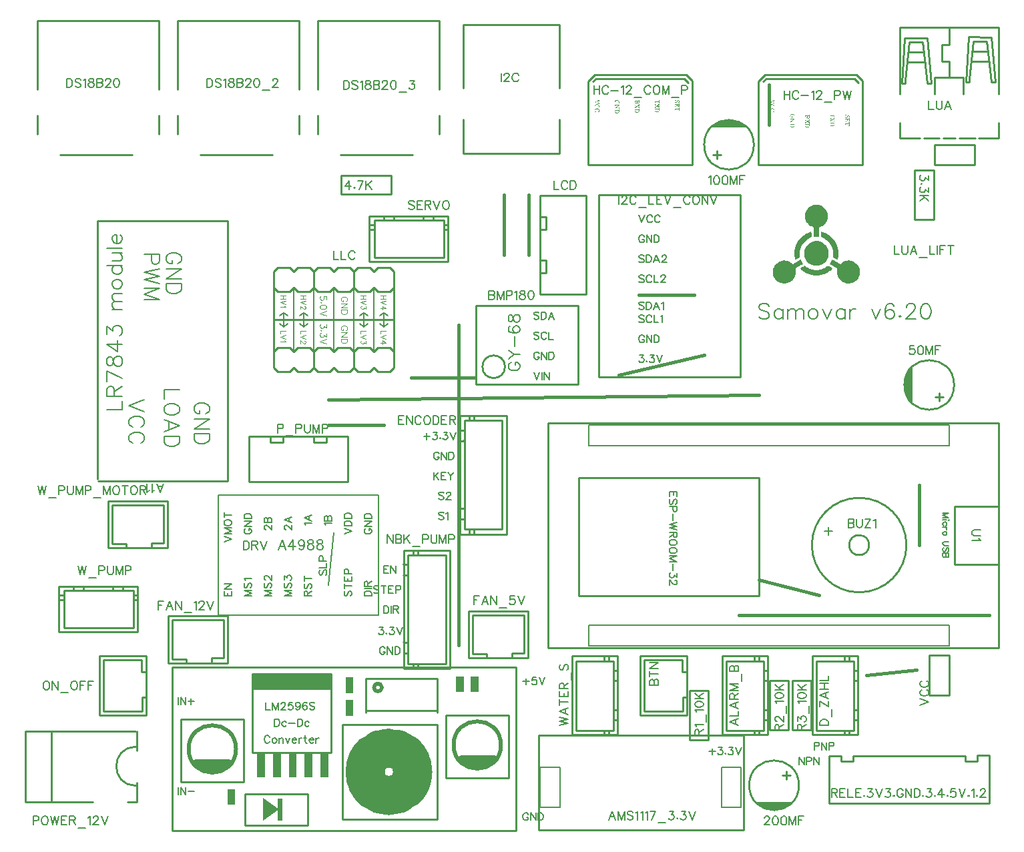
<source format=gto>
G04 Layer: TopSilkscreenLayer*
G04 EasyEDA v6.5.47, 2024-11-16 13:31:00*
G04 4b74037932bb4b1ca174142373b6d15f,245894e16db242c49054a459ccc28e09,10*
G04 Gerber Generator version 0.2*
G04 Scale: 100 percent, Rotated: No, Reflected: No *
G04 Dimensions in millimeters *
G04 leading zeros omitted , absolute positions ,4 integer and 5 decimal *
%FSLAX45Y45*%
%MOMM*%

%ADD10C,0.2032*%
%ADD11C,0.2000*%
%ADD12C,0.1524*%
%ADD13C,0.1150*%
%ADD14C,0.1250*%
%ADD15C,0.4000*%
%ADD16C,0.2540*%
%ADD17C,0.2500*%
%ADD18C,1.0000*%
%ADD19C,0.2581*%
%ADD20C,0.1270*%
%ADD21C,0.5000*%
%ADD22C,5.0000*%
%ADD23C,0.0171*%

%LPD*%
G36*
X9995560Y7939633D02*
G01*
X9988448Y7939531D01*
X9981692Y7939176D01*
X9975342Y7938516D01*
X9969500Y7937500D01*
X9963200Y7936026D01*
X9956901Y7934198D01*
X9950704Y7932064D01*
X9938562Y7926933D01*
X9926828Y7920634D01*
X9921138Y7917078D01*
X9910216Y7909255D01*
X9899904Y7900466D01*
X9890404Y7890814D01*
X9885984Y7885734D01*
X9881768Y7880400D01*
X9877806Y7874914D01*
X9874097Y7869326D01*
X9870643Y7863484D01*
X9865106Y7852765D01*
X9861397Y7844434D01*
X9858908Y7836712D01*
X9858044Y7832648D01*
X9857384Y7828229D01*
X9856673Y7817612D01*
X9856368Y7803438D01*
X9856470Y7778292D01*
X9856978Y7766100D01*
X9858044Y7756652D01*
X9859975Y7748625D01*
X9861296Y7744714D01*
X9864902Y7736331D01*
X9870135Y7725867D01*
X9873386Y7720330D01*
X9880650Y7709611D01*
X9884664Y7704429D01*
X9893452Y7694523D01*
X9898176Y7689799D01*
X9903053Y7685328D01*
X9913315Y7676997D01*
X9924135Y7669631D01*
X9929723Y7666329D01*
X9935362Y7663332D01*
X9965639Y7649972D01*
X9965639Y7533995D01*
X10032288Y7533995D01*
X10032288Y7649972D01*
X10062514Y7663332D01*
X10068204Y7666329D01*
X10073741Y7669580D01*
X10079228Y7673136D01*
X10084562Y7676946D01*
X10089794Y7681010D01*
X10094823Y7685278D01*
X10104424Y7694472D01*
X10108895Y7699298D01*
X10113162Y7704328D01*
X10117175Y7709458D01*
X10120934Y7714742D01*
X10124440Y7720126D01*
X10127640Y7725613D01*
X10130485Y7731150D01*
X10133025Y7736789D01*
X10135260Y7742783D01*
X10137241Y7749082D01*
X10138968Y7755737D01*
X10140391Y7762544D01*
X10141559Y7769555D01*
X10142474Y7776667D01*
X10143134Y7783880D01*
X10143490Y7791094D01*
X10143540Y7798308D01*
X10143337Y7805420D01*
X10142016Y7819186D01*
X10140899Y7825689D01*
X10139476Y7831937D01*
X10137749Y7837881D01*
X10135514Y7844180D01*
X10133025Y7850378D01*
X10130282Y7856474D01*
X10127284Y7862366D01*
X10124033Y7868158D01*
X10120528Y7873746D01*
X10112857Y7884464D01*
X10104323Y7894370D01*
X10095026Y7903514D01*
X10084968Y7911744D01*
X10079685Y7915503D01*
X10074249Y7919008D01*
X10062921Y7925308D01*
X10051034Y7930489D01*
X10045192Y7932470D01*
X10038791Y7934248D01*
X10032034Y7935772D01*
X10024922Y7937093D01*
X10017658Y7938109D01*
X10002824Y7939379D01*
G37*
G36*
X10061905Y7596022D02*
G01*
X10062006Y7527188D01*
X10095941Y7510627D01*
X10106152Y7505039D01*
X10115905Y7498994D01*
X10125252Y7492542D01*
X10134142Y7485634D01*
X10142575Y7478268D01*
X10150602Y7470495D01*
X10158222Y7462215D01*
X10165384Y7453477D01*
X10172141Y7444333D01*
X10178491Y7434681D01*
X10184434Y7424572D01*
X10189972Y7413955D01*
X10195052Y7402880D01*
X10199725Y7391501D01*
X10203281Y7381646D01*
X10204602Y7377074D01*
X10206532Y7367473D01*
X10207701Y7356043D01*
X10208260Y7341158D01*
X10208971Y7271410D01*
X10247071Y7249109D01*
X10262920Y7240574D01*
X10265968Y7239304D01*
X10266781Y7239965D01*
X10267696Y7241946D01*
X10269829Y7249261D01*
X10272217Y7260183D01*
X10274655Y7273696D01*
X10276890Y7288733D01*
X10279278Y7309866D01*
X10279583Y7321753D01*
X10279176Y7334351D01*
X10278008Y7347559D01*
X10276179Y7361174D01*
X10273639Y7374991D01*
X10270540Y7388859D01*
X10266832Y7402626D01*
X10262616Y7416088D01*
X10257891Y7429093D01*
X10252710Y7441488D01*
X10247122Y7453020D01*
X10241026Y7463790D01*
X10234371Y7474407D01*
X10227106Y7484719D01*
X10219385Y7494828D01*
X10211155Y7504582D01*
X10202519Y7514081D01*
X10193426Y7523175D01*
X10183977Y7531912D01*
X10174224Y7540244D01*
X10164165Y7548168D01*
X10153853Y7555585D01*
X10143337Y7562545D01*
X10132618Y7568946D01*
X10121747Y7574788D01*
X10110774Y7580071D01*
X10099751Y7584744D01*
X10088676Y7588808D01*
X10077653Y7592161D01*
G37*
G36*
X9933228Y7595819D02*
G01*
X9930180Y7595108D01*
X9915601Y7590383D01*
X9899904Y7584846D01*
X9888220Y7580071D01*
X9876790Y7574788D01*
X9865614Y7568996D01*
X9854692Y7562646D01*
X9844024Y7555839D01*
X9833711Y7548575D01*
X9823653Y7540853D01*
X9814001Y7532624D01*
X9804654Y7524038D01*
X9795713Y7514996D01*
X9787128Y7505547D01*
X9778949Y7495692D01*
X9771227Y7485481D01*
X9763912Y7474915D01*
X9757054Y7464044D01*
X9750856Y7453071D01*
X9745268Y7441539D01*
X9740087Y7429195D01*
X9735362Y7416190D01*
X9731095Y7402728D01*
X9727387Y7388961D01*
X9724288Y7375042D01*
X9721799Y7361224D01*
X9719919Y7347610D01*
X9718751Y7334402D01*
X9718344Y7321753D01*
X9718649Y7309916D01*
X9720021Y7296505D01*
X9722104Y7281062D01*
X9724440Y7266686D01*
X9726879Y7254341D01*
X9729165Y7245096D01*
X9730232Y7241946D01*
X9731146Y7239965D01*
X9731959Y7239304D01*
X9735007Y7240574D01*
X9750856Y7249109D01*
X9788956Y7271410D01*
X9789464Y7331964D01*
X9790226Y7356043D01*
X9791395Y7367473D01*
X9793325Y7377074D01*
X9796272Y7386421D01*
X9800437Y7397140D01*
X9805365Y7408468D01*
X9810699Y7419340D01*
X9816439Y7429652D01*
X9822535Y7439558D01*
X9829088Y7448956D01*
X9836048Y7457897D01*
X9843465Y7466380D01*
X9851288Y7474458D01*
X9859518Y7482027D01*
X9868154Y7489139D01*
X9877298Y7495844D01*
X9886848Y7502093D01*
X9896805Y7507884D01*
X9907270Y7513269D01*
X9935921Y7527188D01*
X9935972Y7561529D01*
X9935768Y7574889D01*
X9935159Y7585760D01*
X9934295Y7593126D01*
G37*
G36*
X9997592Y7480147D02*
G01*
X9991394Y7479893D01*
X9984892Y7479284D01*
X9977780Y7478217D01*
X9963861Y7475423D01*
X9958019Y7473899D01*
X9946589Y7470140D01*
X9935413Y7465466D01*
X9929977Y7462824D01*
X9919411Y7456830D01*
X9909251Y7450124D01*
X9904323Y7446467D01*
X9894976Y7438593D01*
X9886188Y7430058D01*
X9878060Y7420864D01*
X9870592Y7411110D01*
X9867138Y7406030D01*
X9860889Y7395464D01*
X9854387Y7382306D01*
X9851491Y7375499D01*
X9849205Y7369200D01*
X9847478Y7362952D01*
X9846208Y7356348D01*
X9845243Y7348931D01*
X9844074Y7330135D01*
X9843820Y7316012D01*
X9843973Y7309358D01*
X9844989Y7296607D01*
X9846919Y7284567D01*
X9848189Y7278776D01*
X9849713Y7273188D01*
X9851491Y7267651D01*
X9853523Y7262266D01*
X9855809Y7256932D01*
X9861143Y7246518D01*
X9867595Y7236256D01*
X9875113Y7226046D01*
X9883851Y7215733D01*
X9892487Y7206945D01*
X9896957Y7202830D01*
X9906355Y7195312D01*
X9911181Y7191806D01*
X9921240Y7185507D01*
X9931654Y7180072D01*
X9942372Y7175449D01*
X9953396Y7171690D01*
X9964572Y7168743D01*
X9975951Y7166609D01*
X9987432Y7165390D01*
X9993172Y7165035D01*
X10004755Y7165035D01*
X10016236Y7165898D01*
X10021976Y7166609D01*
X10033355Y7168743D01*
X10044531Y7171690D01*
X10055555Y7175449D01*
X10066274Y7180072D01*
X10076688Y7185507D01*
X10086746Y7191806D01*
X10096347Y7198969D01*
X10100970Y7202830D01*
X10109809Y7211263D01*
X10114076Y7215733D01*
X10122763Y7226046D01*
X10126726Y7231176D01*
X10133685Y7241387D01*
X10136784Y7246518D01*
X10142118Y7256932D01*
X10144404Y7262266D01*
X10146436Y7267651D01*
X10148214Y7273188D01*
X10149738Y7278776D01*
X10152075Y7290511D01*
X10152938Y7296607D01*
X10153548Y7302855D01*
X10154107Y7316012D01*
X10153853Y7330135D01*
X10152684Y7348931D01*
X10151719Y7356348D01*
X10150449Y7362952D01*
X10148722Y7369200D01*
X10146436Y7375499D01*
X10143540Y7382306D01*
X10136936Y7395616D01*
X10133888Y7401102D01*
X10127081Y7411567D01*
X10123424Y7416596D01*
X10115550Y7426147D01*
X10111384Y7430668D01*
X10102494Y7439152D01*
X10093045Y7446975D01*
X10082936Y7453985D01*
X10072370Y7460284D01*
X10061244Y7465720D01*
X10055504Y7468158D01*
X10043718Y7472324D01*
X10037673Y7474102D01*
X10025278Y7476947D01*
X10017302Y7478369D01*
X10010241Y7479385D01*
X10003739Y7479944D01*
G37*
G36*
X9800234Y7242556D02*
G01*
X9798100Y7242302D01*
X9795205Y7241438D01*
X9791446Y7239914D01*
X9780930Y7234732D01*
X9765944Y7226503D01*
X9698228Y7187234D01*
X9679330Y7202119D01*
X9669526Y7208723D01*
X9659467Y7214514D01*
X9649155Y7219391D01*
X9638639Y7223455D01*
X9628022Y7226655D01*
X9617252Y7228992D01*
X9611868Y7229906D01*
X9601047Y7231024D01*
X9590176Y7231380D01*
X9579406Y7230922D01*
X9568738Y7229652D01*
X9558172Y7227620D01*
X9547860Y7224877D01*
X9537700Y7221321D01*
X9532721Y7219289D01*
X9523018Y7214616D01*
X9513671Y7209231D01*
X9504680Y7203135D01*
X9496094Y7196277D01*
X9488017Y7188809D01*
X9480397Y7180580D01*
X9473387Y7171690D01*
X9466986Y7162139D01*
X9461195Y7151928D01*
X9455708Y7140194D01*
X9453473Y7134352D01*
X9451797Y7128662D01*
X9450578Y7122617D01*
X9449765Y7115708D01*
X9449257Y7107478D01*
X9448952Y7085126D01*
X9449054Y7068921D01*
X9449562Y7056729D01*
X9449968Y7051751D01*
X9451441Y7043267D01*
X9452457Y7039406D01*
X9455353Y7031685D01*
X9459417Y7022846D01*
X9465056Y7012431D01*
X9471456Y7002576D01*
X9474911Y6997852D01*
X9482378Y6988911D01*
X9490506Y6980580D01*
X9499244Y6972960D01*
X9508591Y6966000D01*
X9518446Y6959803D01*
X9523577Y6956958D01*
X9534194Y6951929D01*
X9545269Y6947662D01*
X9550958Y6945833D01*
X9562592Y6942836D01*
X9574377Y6940753D01*
X9586010Y6939737D01*
X9597644Y6939737D01*
X9603435Y6940092D01*
X9609175Y6940702D01*
X9620504Y6942632D01*
X9626092Y6943902D01*
X9637115Y6947204D01*
X9647834Y6951370D01*
X9658248Y6956399D01*
X9668256Y6962241D01*
X9677755Y6968896D01*
X9682378Y6972503D01*
X9691116Y6980275D01*
X9699294Y6988809D01*
X9703155Y6993280D01*
X9710369Y7002830D01*
X9716871Y7013041D01*
X9722612Y7023862D01*
X9727184Y7033818D01*
X9730333Y7042200D01*
X9731502Y7046315D01*
X9732416Y7050531D01*
X9733127Y7055053D01*
X9733940Y7065822D01*
X9734296Y7079996D01*
X9734600Y7129576D01*
X9806940Y7171537D01*
X9830104Y7184491D01*
X9830155Y7187031D01*
X9827920Y7192924D01*
X9823754Y7201357D01*
X9807194Y7230313D01*
X9803892Y7236764D01*
X9802672Y7239965D01*
X9802418Y7241336D01*
X9801656Y7242251D01*
G37*
G36*
X10197388Y7242556D02*
G01*
X10196169Y7242200D01*
X10195458Y7241336D01*
X10195255Y7239965D01*
X10194036Y7236764D01*
X10190734Y7230313D01*
X10174173Y7201357D01*
X10170007Y7192924D01*
X10167772Y7187031D01*
X10167823Y7184491D01*
X10183723Y7175703D01*
X10263327Y7129576D01*
X10263632Y7079996D01*
X10263987Y7065822D01*
X10264800Y7055053D01*
X10265511Y7050531D01*
X10267543Y7042200D01*
X10270744Y7033818D01*
X10275316Y7023862D01*
X10281056Y7013041D01*
X10287558Y7002830D01*
X10294772Y6993280D01*
X10302646Y6984441D01*
X10311130Y6976313D01*
X10315549Y6972503D01*
X10324846Y6965492D01*
X10329672Y6962241D01*
X10339679Y6956399D01*
X10350093Y6951370D01*
X10360812Y6947204D01*
X10371836Y6943902D01*
X10383062Y6941566D01*
X10388752Y6940702D01*
X10394492Y6940092D01*
X10406075Y6939635D01*
X10411917Y6939737D01*
X10423550Y6940753D01*
X10435336Y6942836D01*
X10446969Y6945833D01*
X10458246Y6949694D01*
X10469067Y6954367D01*
X10474350Y6956958D01*
X10484459Y6962800D01*
X10494060Y6969404D01*
X10498683Y6972960D01*
X10507421Y6980580D01*
X10515549Y6988911D01*
X10523016Y6997852D01*
X10529773Y7007453D01*
X10535767Y7017562D01*
X10540695Y7027468D01*
X10544149Y7035596D01*
X10545470Y7039406D01*
X10547299Y7047331D01*
X10547959Y7051751D01*
X10548670Y7062419D01*
X10548924Y7076440D01*
X10548924Y7097420D01*
X10548670Y7107478D01*
X10548162Y7115708D01*
X10547350Y7122617D01*
X10546130Y7128662D01*
X10544454Y7134352D01*
X10542219Y7140194D01*
X10536682Y7151928D01*
X10530941Y7162139D01*
X10524540Y7171690D01*
X10517479Y7180580D01*
X10509910Y7188809D01*
X10501833Y7196277D01*
X10493248Y7203135D01*
X10484256Y7209231D01*
X10474909Y7214616D01*
X10465206Y7219289D01*
X10455198Y7223201D01*
X10444937Y7226350D01*
X10434472Y7228738D01*
X10423855Y7230364D01*
X10418521Y7230922D01*
X10407751Y7231380D01*
X10396880Y7231024D01*
X10386060Y7229906D01*
X10375290Y7227925D01*
X10369905Y7226655D01*
X10359237Y7223455D01*
X10348772Y7219391D01*
X10338460Y7214514D01*
X10328402Y7208723D01*
X10318597Y7202119D01*
X10299700Y7187234D01*
X10240365Y7221423D01*
X10222738Y7231329D01*
X10210241Y7237933D01*
X10202062Y7241540D01*
X10199319Y7242352D01*
G37*
G36*
X9851694Y7164831D02*
G01*
X9848596Y7163562D01*
X9842144Y7160259D01*
X9823043Y7149439D01*
X9804196Y7138162D01*
X9795256Y7132523D01*
X9796170Y7130338D01*
X9799980Y7125716D01*
X9806178Y7119264D01*
X9814001Y7111695D01*
X9823043Y7103770D01*
X9832340Y7096252D01*
X9841992Y7089241D01*
X9851948Y7082739D01*
X9862159Y7076694D01*
X9872573Y7071106D01*
X9883241Y7066025D01*
X9894163Y7061453D01*
X9905187Y7057339D01*
X9916464Y7053681D01*
X9927844Y7050531D01*
X9939324Y7047839D01*
X9950907Y7045655D01*
X9962642Y7043928D01*
X9974376Y7042658D01*
X9986162Y7041896D01*
X9997998Y7041642D01*
X10009835Y7041845D01*
X10021671Y7042505D01*
X10033406Y7043674D01*
X10045141Y7045350D01*
X10056774Y7047484D01*
X10068306Y7050074D01*
X10079736Y7053173D01*
X10091013Y7056729D01*
X10102138Y7060793D01*
X10113060Y7065314D01*
X10123830Y7070344D01*
X10134346Y7075830D01*
X10144607Y7081824D01*
X10154615Y7088276D01*
X10164368Y7095236D01*
X10173817Y7102652D01*
X10182910Y7110577D01*
X10190581Y7117740D01*
X10196830Y7123988D01*
X10201097Y7128662D01*
X10202621Y7130999D01*
X10201503Y7132828D01*
X10198354Y7135418D01*
X10193629Y7138670D01*
X10180828Y7146137D01*
X10173563Y7150049D01*
X10159136Y7157059D01*
X10152786Y7159802D01*
X10147452Y7161784D01*
X10143591Y7162800D01*
X10141508Y7162698D01*
X10130332Y7154316D01*
X10119461Y7146747D01*
X10108793Y7140041D01*
X10098278Y7134098D01*
X10087864Y7128865D01*
X10077399Y7124344D01*
X10066883Y7120483D01*
X10056164Y7117283D01*
X10045242Y7114743D01*
X10033965Y7112711D01*
X10022230Y7111288D01*
X10010089Y7110323D01*
X9997084Y7109968D01*
X9984333Y7110272D01*
X9971887Y7111238D01*
X9959695Y7112965D01*
X9947757Y7115352D01*
X9936124Y7118451D01*
X9924745Y7122210D01*
X9913670Y7126681D01*
X9902850Y7131812D01*
X9892284Y7137653D01*
X9882022Y7144207D01*
X9865004Y7156703D01*
X9858806Y7160971D01*
X9854184Y7163816D01*
G37*
G36*
X10366502Y9076944D02*
G01*
X10364724Y9073692D01*
X10363250Y9069781D01*
X10362285Y9065361D01*
X10361930Y9060688D01*
X10363047Y9052712D01*
X10366197Y9046514D01*
X10371277Y9042552D01*
X10377932Y9041130D01*
X10383266Y9041942D01*
X10387634Y9044533D01*
X10391343Y9049258D01*
X10394696Y9056370D01*
X10395966Y9059672D01*
X10397998Y9063583D01*
X10400385Y9066580D01*
X10403281Y9068409D01*
X10406888Y9069070D01*
X10411104Y9068155D01*
X10414203Y9065717D01*
X10416133Y9062008D01*
X10416794Y9057386D01*
X10416387Y9053880D01*
X10415016Y9050528D01*
X10405110Y9048496D01*
X10405110Y9044178D01*
X10416032Y9043670D01*
X10417759Y9046514D01*
X10419130Y9049766D01*
X10420045Y9053372D01*
X10420350Y9057386D01*
X10419334Y9064701D01*
X10416336Y9070543D01*
X10411561Y9074505D01*
X10405110Y9075928D01*
X10399471Y9074912D01*
X10394899Y9072016D01*
X10391292Y9067444D01*
X10384840Y9053677D01*
X10382453Y9050426D01*
X10379659Y9048597D01*
X10376154Y9047988D01*
X10371632Y9048902D01*
X10368381Y9051544D01*
X10366400Y9055709D01*
X10365740Y9061196D01*
X10365841Y9063685D01*
X10366197Y9065920D01*
X10366806Y9068003D01*
X10367772Y9070086D01*
X10378186Y9072118D01*
X10378186Y9076436D01*
G37*
G36*
X10363200Y9034526D02*
G01*
X10363200Y8991600D01*
X10378186Y8991092D01*
X10378186Y8995156D01*
X10366756Y8997442D01*
X10366756Y9018778D01*
X10389870Y9019032D01*
X10389870Y9006332D01*
X10381996Y9005062D01*
X10381996Y9001760D01*
X10401554Y9001760D01*
X10401554Y9005062D01*
X10393172Y9006332D01*
X10393172Y9019032D01*
X10415524Y9018778D01*
X10415524Y8998966D01*
X10404348Y8996680D01*
X10404348Y8992616D01*
X10419080Y8993124D01*
X10419080Y9034526D01*
X10416286Y9034526D01*
X10415270Y9026652D01*
X10367010Y9026652D01*
X10365994Y9034526D01*
G37*
G36*
X10404094Y8986266D02*
G01*
X10404094Y8981948D01*
X10415524Y8979662D01*
X10415524Y8966708D01*
X10398760Y8966454D01*
X10367010Y8966708D01*
X10365994Y8975344D01*
X10363200Y8975344D01*
X10363200Y8950198D01*
X10365994Y8950198D01*
X10367010Y8958834D01*
X10415524Y8958834D01*
X10415524Y8945626D01*
X10404094Y8943340D01*
X10404094Y8939276D01*
X10419080Y8939784D01*
X10419080Y8985504D01*
G37*
G36*
X10213594Y9091422D02*
G01*
X10213594Y9087358D01*
X10225024Y9085072D01*
X10225024Y9071864D01*
X10176510Y9071864D01*
X10175494Y9080500D01*
X10172700Y9080500D01*
X10172700Y9055354D01*
X10175494Y9055354D01*
X10176510Y9063990D01*
X10208260Y9064244D01*
X10225024Y9063990D01*
X10225024Y9051036D01*
X10213594Y9048496D01*
X10213594Y9044432D01*
X10228580Y9044940D01*
X10228580Y9090914D01*
G37*
G36*
X10172700Y9041638D02*
G01*
X10172700Y9022842D01*
X10175494Y9022842D01*
X10176764Y9029700D01*
X10196830Y9017254D01*
X10176510Y9005316D01*
X10175494Y9013190D01*
X10172700Y9013190D01*
X10172700Y8989822D01*
X10175494Y8989822D01*
X10176510Y8996934D01*
X10203180Y9012682D01*
X10224770Y8998966D01*
X10225786Y8991346D01*
X10228580Y8991346D01*
X10228580Y9010396D01*
X10225786Y9010396D01*
X10224516Y9003030D01*
X10205974Y9014460D01*
X10224770Y9025382D01*
X10225786Y9017508D01*
X10228580Y9017508D01*
X10228580Y9041130D01*
X10225786Y9041130D01*
X10225024Y9033764D01*
X10199878Y9019032D01*
X10176764Y9033764D01*
X10175494Y9041638D01*
G37*
G36*
X10172700Y8985250D02*
G01*
X10172700Y8969502D01*
X10225278Y8969502D01*
X10225278Y8962136D01*
X10224871Y8957716D01*
X10223703Y8953804D01*
X10221722Y8950401D01*
X10218978Y8947556D01*
X10215473Y8945321D01*
X10211257Y8943644D01*
X10206278Y8942679D01*
X10200640Y8942324D01*
X10195153Y8942679D01*
X10190276Y8943695D01*
X10186060Y8945372D01*
X10182504Y8947658D01*
X10179710Y8950604D01*
X10177678Y8954109D01*
X10176408Y8958224D01*
X10176002Y8962898D01*
X10176002Y8969502D01*
X10172700Y8969502D01*
X10172700Y8962390D01*
X10173157Y8956344D01*
X10174528Y8950858D01*
X10176764Y8945930D01*
X10179913Y8941765D01*
X10183876Y8938361D01*
X10188651Y8935821D01*
X10194239Y8934246D01*
X10200640Y8933688D01*
X10207040Y8934196D01*
X10212628Y8935669D01*
X10217404Y8938006D01*
X10221366Y8941206D01*
X10224516Y8945118D01*
X10226751Y8949740D01*
X10228122Y8955024D01*
X10228580Y8960866D01*
X10228580Y8985250D01*
X10225786Y8985250D01*
X10224770Y8977376D01*
X10193477Y8977122D01*
X10176510Y8977376D01*
X10175494Y8985250D01*
G37*
G36*
X9855200Y9076690D02*
G01*
X9855200Y9053322D01*
X9857994Y9053322D01*
X9859010Y9060942D01*
X9881362Y9061196D01*
X9907778Y9060942D01*
X9907778Y9053830D01*
X9907016Y9048089D01*
X9904831Y9044127D01*
X9901326Y9041841D01*
X9896602Y9041130D01*
X9891674Y9041942D01*
X9887813Y9044381D01*
X9885324Y9048546D01*
X9884410Y9054338D01*
X9884410Y9061196D01*
X9881362Y9061196D01*
X9881362Y9056878D01*
X9881006Y9052356D01*
X9879736Y9049156D01*
X9877196Y9046972D01*
X9872980Y9045448D01*
X9859772Y9041892D01*
X9857232Y9041028D01*
X9855606Y9039402D01*
X9854692Y9036964D01*
X9854488Y9031681D01*
X9854844Y9028531D01*
X9855200Y9027160D01*
X9857994Y9027160D01*
X9858756Y9033764D01*
X9871710Y9037574D01*
X9875977Y9039250D01*
X9879025Y9041384D01*
X9881108Y9044076D01*
X9882378Y9047480D01*
X9884257Y9041282D01*
X9887458Y9036862D01*
X9891572Y9034170D01*
X9896348Y9033256D01*
X9902596Y9034627D01*
X9907219Y9038539D01*
X9910114Y9044838D01*
X9911080Y9053322D01*
X9911080Y9076690D01*
X9908286Y9076690D01*
X9907270Y9069070D01*
X9875418Y9068816D01*
X9859010Y9069070D01*
X9857994Y9076690D01*
G37*
G36*
X9855200Y9024366D02*
G01*
X9855200Y9005570D01*
X9857994Y9005570D01*
X9859264Y9012428D01*
X9879330Y8999982D01*
X9859010Y8988044D01*
X9857994Y8995664D01*
X9855200Y8995664D01*
X9855200Y8972550D01*
X9857994Y8972550D01*
X9859010Y8979662D01*
X9885680Y8995410D01*
X9907270Y8981694D01*
X9908286Y8974074D01*
X9911080Y8974074D01*
X9911080Y8993124D01*
X9908286Y8993124D01*
X9907016Y8985758D01*
X9888474Y8997188D01*
X9907270Y9008110D01*
X9908286Y9000236D01*
X9911080Y9000236D01*
X9911080Y9023858D01*
X9908286Y9023858D01*
X9907524Y9016492D01*
X9882378Y9001760D01*
X9859264Y9016492D01*
X9857994Y9024366D01*
G37*
G36*
X9855200Y8967724D02*
G01*
X9855200Y8945626D01*
X9858502Y8945626D01*
X9858502Y8951976D01*
X9890861Y8952230D01*
X9907778Y8951976D01*
X9907778Y8944864D01*
X9907371Y8940342D01*
X9906203Y8936431D01*
X9904222Y8933027D01*
X9901478Y8930182D01*
X9897973Y8927947D01*
X9893757Y8926372D01*
X9888778Y8925407D01*
X9883140Y8925052D01*
X9877653Y8925407D01*
X9872776Y8926372D01*
X9868560Y8927998D01*
X9865004Y8930284D01*
X9862210Y8933180D01*
X9860178Y8936736D01*
X9858908Y8940901D01*
X9858502Y8945626D01*
X9855200Y8945626D01*
X9855657Y8939072D01*
X9857028Y8933535D01*
X9859264Y8928658D01*
X9862413Y8924493D01*
X9866376Y8921089D01*
X9871151Y8918549D01*
X9876739Y8916974D01*
X9883140Y8916416D01*
X9889540Y8916924D01*
X9895128Y8918397D01*
X9899904Y8920734D01*
X9903866Y8923934D01*
X9907016Y8927846D01*
X9909251Y8932468D01*
X9910622Y8937752D01*
X9911080Y8943594D01*
X9911080Y8967724D01*
X9908286Y8967724D01*
X9907270Y8960104D01*
X9875977Y8959850D01*
X9859010Y8960104D01*
X9857994Y8967724D01*
G37*
G36*
X9692640Y9089136D02*
G01*
X9686493Y9088628D01*
X9680905Y9087104D01*
X9675926Y9084614D01*
X9671659Y9081312D01*
X9668205Y9077248D01*
X9665614Y9072422D01*
X9663988Y9066987D01*
X9663430Y9060942D01*
X9663734Y9056014D01*
X9664700Y9051442D01*
X9666224Y9047124D01*
X9668256Y9042908D01*
X9687814Y9042654D01*
X9688322Y9037574D01*
X9691370Y9037574D01*
X9691370Y9059164D01*
X9688322Y9059164D01*
X9687814Y9050528D01*
X9668764Y9050274D01*
X9667595Y9054896D01*
X9667240Y9059672D01*
X9667697Y9064193D01*
X9668967Y9068308D01*
X9671050Y9071864D01*
X9673945Y9074861D01*
X9677552Y9077248D01*
X9681921Y9079026D01*
X9686950Y9080144D01*
X9692640Y9080500D01*
X9698431Y9080093D01*
X9703511Y9078976D01*
X9707880Y9077147D01*
X9711537Y9074708D01*
X9714484Y9071660D01*
X9716566Y9068155D01*
X9717836Y9064244D01*
X9718294Y9059926D01*
X9718141Y9057335D01*
X9717684Y9054947D01*
X9716922Y9052661D01*
X9715754Y9050528D01*
X9705340Y9048496D01*
X9705340Y9043924D01*
X9717786Y9043924D01*
X9719614Y9047530D01*
X9720884Y9051442D01*
X9721596Y9055811D01*
X9721850Y9060688D01*
X9721291Y9066733D01*
X9719665Y9072219D01*
X9717074Y9077045D01*
X9713620Y9081211D01*
X9709353Y9084564D01*
X9704374Y9087053D01*
X9698786Y9088577D01*
G37*
G36*
X9664700Y9033002D02*
G01*
X9664700Y9013444D01*
X9667494Y9013444D01*
X9668764Y9022334D01*
X9710928Y9022334D01*
X9664192Y8988298D01*
X9664192Y8985504D01*
X9716770Y8985250D01*
X9717786Y8978392D01*
X9720580Y8978392D01*
X9720580Y8997950D01*
X9717786Y8997950D01*
X9716516Y8989060D01*
X9677908Y8989060D01*
X9720580Y9019794D01*
X9720580Y9032748D01*
X9717786Y9032748D01*
X9717024Y9026652D01*
X9715754Y9025890D01*
X9668510Y9026144D01*
X9667494Y9033002D01*
G37*
G36*
X9664700Y8972042D02*
G01*
X9664700Y8956294D01*
X9717278Y8956294D01*
X9717278Y8948928D01*
X9716871Y8944508D01*
X9715703Y8940596D01*
X9713722Y8937193D01*
X9710978Y8934348D01*
X9707473Y8932113D01*
X9703257Y8930436D01*
X9698278Y8929471D01*
X9692640Y8929116D01*
X9687153Y8929471D01*
X9682276Y8930487D01*
X9678060Y8932164D01*
X9674504Y8934450D01*
X9671710Y8937396D01*
X9669678Y8940901D01*
X9668408Y8945016D01*
X9668002Y8949690D01*
X9668002Y8956294D01*
X9664700Y8956294D01*
X9664700Y8949182D01*
X9665157Y8943187D01*
X9666528Y8937752D01*
X9668764Y8932824D01*
X9671913Y8928658D01*
X9675876Y8925204D01*
X9680651Y8922664D01*
X9686239Y8921038D01*
X9692640Y8920480D01*
X9699040Y8920988D01*
X9704628Y8922461D01*
X9709404Y8924798D01*
X9713366Y8927947D01*
X9716516Y8931910D01*
X9718751Y8936532D01*
X9720122Y8941816D01*
X9720580Y8947658D01*
X9720580Y8972042D01*
X9717786Y8972042D01*
X9716770Y8964168D01*
X9685477Y8963914D01*
X9668510Y8964168D01*
X9667494Y8972042D01*
G37*
G36*
X9463786Y9269984D02*
G01*
X9463024Y9263634D01*
X9410192Y9244076D01*
X9410192Y9240520D01*
X9462770Y9222994D01*
X9463786Y9215882D01*
X9466580Y9215882D01*
X9466580Y9234932D01*
X9463278Y9234932D01*
X9462516Y9227312D01*
X9420606Y9240774D01*
X9462770Y9255506D01*
X9463278Y9247378D01*
X9466580Y9247378D01*
X9466580Y9269984D01*
G37*
G36*
X9438640Y9214866D02*
G01*
X9432442Y9214358D01*
X9426803Y9212834D01*
X9421825Y9210344D01*
X9417558Y9207042D01*
X9414103Y9202877D01*
X9411563Y9198051D01*
X9409988Y9192514D01*
X9409430Y9186418D01*
X9409684Y9182100D01*
X9410395Y9177883D01*
X9411665Y9173819D01*
X9413494Y9169908D01*
X9425686Y9169654D01*
X9425686Y9174226D01*
X9415272Y9176258D01*
X9414306Y9178747D01*
X9413341Y9183573D01*
X9413240Y9185910D01*
X9413646Y9190228D01*
X9414865Y9194139D01*
X9416846Y9197594D01*
X9419640Y9200540D01*
X9423247Y9202928D01*
X9427616Y9204756D01*
X9432747Y9205823D01*
X9438640Y9206230D01*
X9444532Y9205823D01*
X9449714Y9204604D01*
X9454134Y9202724D01*
X9457740Y9200235D01*
X9460585Y9197187D01*
X9462617Y9193682D01*
X9463887Y9189821D01*
X9464294Y9185656D01*
X9463735Y9181338D01*
X9463024Y9179153D01*
X9462008Y9177020D01*
X9451340Y9174988D01*
X9451340Y9170416D01*
X9463786Y9170670D01*
X9465716Y9174683D01*
X9466986Y9178747D01*
X9467646Y9182658D01*
X9467850Y9186418D01*
X9467291Y9192361D01*
X9465665Y9197848D01*
X9463074Y9202674D01*
X9459620Y9206839D01*
X9455353Y9210243D01*
X9450374Y9212732D01*
X9444786Y9214307D01*
G37*
G36*
X9438640Y9162034D02*
G01*
X9432442Y9161526D01*
X9426803Y9160002D01*
X9421825Y9157512D01*
X9417558Y9154210D01*
X9414103Y9150146D01*
X9411563Y9145320D01*
X9409988Y9139885D01*
X9409430Y9133840D01*
X9409684Y9129369D01*
X9410395Y9125051D01*
X9411665Y9120987D01*
X9413494Y9117076D01*
X9425686Y9116822D01*
X9425686Y9121394D01*
X9415272Y9123680D01*
X9414306Y9126016D01*
X9413697Y9128353D01*
X9413240Y9133078D01*
X9413646Y9137396D01*
X9414865Y9141307D01*
X9416846Y9144762D01*
X9419640Y9147708D01*
X9423247Y9150096D01*
X9427616Y9151924D01*
X9432747Y9152991D01*
X9438640Y9153398D01*
X9444532Y9152991D01*
X9449714Y9151772D01*
X9454134Y9149892D01*
X9457740Y9147403D01*
X9460585Y9144355D01*
X9462617Y9140850D01*
X9463887Y9136989D01*
X9464294Y9132824D01*
X9463735Y9128658D01*
X9463024Y9126524D01*
X9462008Y9124442D01*
X9451340Y9122156D01*
X9451340Y9117584D01*
X9463786Y9117838D01*
X9465716Y9122003D01*
X9466986Y9126118D01*
X9467646Y9130080D01*
X9467850Y9133840D01*
X9467291Y9139732D01*
X9465665Y9145117D01*
X9463074Y9149892D01*
X9459620Y9154058D01*
X9455353Y9157411D01*
X9450374Y9159900D01*
X9444786Y9161475D01*
G37*
G36*
X8207502Y9267444D02*
G01*
X8205724Y9264192D01*
X8204250Y9260281D01*
X8203285Y9255861D01*
X8202930Y9251188D01*
X8204047Y9243212D01*
X8207197Y9237014D01*
X8212277Y9233052D01*
X8218931Y9231630D01*
X8224266Y9232442D01*
X8228634Y9235033D01*
X8232343Y9239758D01*
X8235696Y9246870D01*
X8236966Y9250172D01*
X8238998Y9254083D01*
X8241385Y9257080D01*
X8244281Y9258909D01*
X8247888Y9259570D01*
X8252104Y9258655D01*
X8255203Y9256217D01*
X8257133Y9252508D01*
X8257794Y9247886D01*
X8257387Y9244380D01*
X8256016Y9241028D01*
X8246109Y9238996D01*
X8246109Y9234678D01*
X8257031Y9234170D01*
X8258759Y9237014D01*
X8260130Y9240266D01*
X8261045Y9243872D01*
X8261350Y9247886D01*
X8260334Y9255201D01*
X8257336Y9261043D01*
X8252561Y9265005D01*
X8246109Y9266428D01*
X8240471Y9265412D01*
X8235899Y9262516D01*
X8232292Y9257944D01*
X8225840Y9244177D01*
X8223453Y9240926D01*
X8220659Y9239097D01*
X8217153Y9238488D01*
X8212632Y9239402D01*
X8209381Y9242044D01*
X8207400Y9246209D01*
X8206740Y9251696D01*
X8206841Y9254185D01*
X8207197Y9256420D01*
X8207806Y9258503D01*
X8208772Y9260586D01*
X8219186Y9262618D01*
X8219186Y9266936D01*
G37*
G36*
X8204200Y9225026D02*
G01*
X8204200Y9182100D01*
X8219186Y9181592D01*
X8219186Y9185656D01*
X8207756Y9187942D01*
X8207756Y9209278D01*
X8230870Y9209532D01*
X8230870Y9196832D01*
X8222996Y9195562D01*
X8222996Y9192260D01*
X8242553Y9192260D01*
X8242553Y9195562D01*
X8234172Y9196832D01*
X8234172Y9209532D01*
X8256524Y9209278D01*
X8256524Y9189466D01*
X8245348Y9187180D01*
X8245348Y9183116D01*
X8260080Y9183624D01*
X8260080Y9225026D01*
X8257286Y9225026D01*
X8256270Y9217152D01*
X8208009Y9217152D01*
X8206994Y9225026D01*
G37*
G36*
X8245094Y9176766D02*
G01*
X8245094Y9172448D01*
X8256524Y9170162D01*
X8256524Y9157208D01*
X8239759Y9156954D01*
X8208009Y9157208D01*
X8206994Y9165844D01*
X8204200Y9165844D01*
X8204200Y9140698D01*
X8206994Y9140698D01*
X8208009Y9149334D01*
X8256524Y9149334D01*
X8256524Y9136126D01*
X8245094Y9133840D01*
X8245094Y9129776D01*
X8260080Y9130284D01*
X8260080Y9176004D01*
G37*
G36*
X7991094Y9269222D02*
G01*
X7991094Y9265158D01*
X8002524Y9262872D01*
X8002524Y9249664D01*
X7954009Y9249664D01*
X7952994Y9258300D01*
X7950200Y9258300D01*
X7950200Y9233154D01*
X7952994Y9233154D01*
X7954009Y9241790D01*
X7985759Y9242044D01*
X8002524Y9241790D01*
X8002524Y9228836D01*
X7991094Y9226296D01*
X7991094Y9222232D01*
X8006080Y9222740D01*
X8006080Y9268714D01*
G37*
G36*
X7950200Y9219438D02*
G01*
X7950200Y9200642D01*
X7952994Y9200642D01*
X7954264Y9207500D01*
X7974330Y9195054D01*
X7954009Y9183116D01*
X7952994Y9190990D01*
X7950200Y9190990D01*
X7950200Y9167622D01*
X7952994Y9167622D01*
X7954009Y9174734D01*
X7980680Y9190482D01*
X8002270Y9176766D01*
X8003286Y9169146D01*
X8006080Y9169146D01*
X8006080Y9188196D01*
X8003286Y9188196D01*
X8002016Y9180830D01*
X7983474Y9192260D01*
X8002270Y9203182D01*
X8003286Y9195308D01*
X8006080Y9195308D01*
X8006080Y9218930D01*
X8003286Y9218930D01*
X8002524Y9211564D01*
X7977378Y9196832D01*
X7954264Y9211564D01*
X7952994Y9219438D01*
G37*
G36*
X7950200Y9163050D02*
G01*
X7950200Y9147302D01*
X8002778Y9147302D01*
X8002778Y9139936D01*
X8002371Y9135516D01*
X8001203Y9131604D01*
X7999222Y9128201D01*
X7996478Y9125356D01*
X7992973Y9123121D01*
X7988757Y9121444D01*
X7983778Y9120479D01*
X7978140Y9120124D01*
X7972653Y9120479D01*
X7967776Y9121495D01*
X7963560Y9123172D01*
X7960004Y9125458D01*
X7957210Y9128404D01*
X7955178Y9131909D01*
X7953908Y9136024D01*
X7953502Y9140698D01*
X7953502Y9147302D01*
X7950200Y9147302D01*
X7950200Y9140190D01*
X7950657Y9134144D01*
X7952028Y9128658D01*
X7954264Y9123730D01*
X7957413Y9119565D01*
X7961375Y9116161D01*
X7966151Y9113621D01*
X7971739Y9112046D01*
X7978140Y9111488D01*
X7984540Y9111996D01*
X7990128Y9113469D01*
X7994903Y9115806D01*
X7998866Y9119006D01*
X8002016Y9122918D01*
X8004251Y9127540D01*
X8005622Y9132824D01*
X8006080Y9138666D01*
X8006080Y9163050D01*
X8003286Y9163050D01*
X8002270Y9155176D01*
X7970977Y9154922D01*
X7954009Y9155176D01*
X7952994Y9163050D01*
G37*
G36*
X7696200Y9267190D02*
G01*
X7696200Y9243822D01*
X7698994Y9243822D01*
X7700009Y9251442D01*
X7722362Y9251696D01*
X7748778Y9251442D01*
X7748778Y9244330D01*
X7748016Y9238589D01*
X7745831Y9234627D01*
X7742326Y9232341D01*
X7737602Y9231630D01*
X7732674Y9232442D01*
X7728813Y9234881D01*
X7726324Y9239046D01*
X7725409Y9244838D01*
X7725409Y9251696D01*
X7722362Y9251696D01*
X7722362Y9247378D01*
X7722006Y9242856D01*
X7720736Y9239656D01*
X7718196Y9237472D01*
X7713980Y9235948D01*
X7700772Y9232392D01*
X7698231Y9231528D01*
X7696606Y9229902D01*
X7695692Y9227464D01*
X7695488Y9222181D01*
X7695844Y9219031D01*
X7696200Y9217660D01*
X7698994Y9217660D01*
X7699756Y9224264D01*
X7712709Y9228074D01*
X7716977Y9229750D01*
X7720025Y9231884D01*
X7722108Y9234576D01*
X7723378Y9237980D01*
X7725257Y9231782D01*
X7728458Y9227362D01*
X7732572Y9224670D01*
X7737348Y9223756D01*
X7743596Y9225127D01*
X7748219Y9229039D01*
X7751114Y9235338D01*
X7752080Y9243822D01*
X7752080Y9267190D01*
X7749286Y9267190D01*
X7748270Y9259570D01*
X7716418Y9259316D01*
X7700009Y9259570D01*
X7698994Y9267190D01*
G37*
G36*
X7696200Y9214866D02*
G01*
X7696200Y9196070D01*
X7698994Y9196070D01*
X7700264Y9202928D01*
X7720330Y9190482D01*
X7700009Y9178544D01*
X7698994Y9186164D01*
X7696200Y9186164D01*
X7696200Y9163050D01*
X7698994Y9163050D01*
X7700009Y9170162D01*
X7726680Y9185910D01*
X7748270Y9172194D01*
X7749286Y9164574D01*
X7752080Y9164574D01*
X7752080Y9183624D01*
X7749286Y9183624D01*
X7748016Y9176258D01*
X7729474Y9187688D01*
X7748270Y9198610D01*
X7749286Y9190736D01*
X7752080Y9190736D01*
X7752080Y9214358D01*
X7749286Y9214358D01*
X7748524Y9206992D01*
X7723378Y9192260D01*
X7700264Y9206992D01*
X7698994Y9214866D01*
G37*
G36*
X7696200Y9158224D02*
G01*
X7696200Y9136126D01*
X7699502Y9136126D01*
X7699502Y9142476D01*
X7731861Y9142730D01*
X7748778Y9142476D01*
X7748778Y9135364D01*
X7748371Y9130842D01*
X7747203Y9126931D01*
X7745222Y9123527D01*
X7742478Y9120682D01*
X7738973Y9118447D01*
X7734757Y9116872D01*
X7729778Y9115907D01*
X7724140Y9115552D01*
X7718653Y9115907D01*
X7713776Y9116872D01*
X7709560Y9118498D01*
X7706004Y9120784D01*
X7703210Y9123680D01*
X7701178Y9127236D01*
X7699908Y9131401D01*
X7699502Y9136126D01*
X7696200Y9136126D01*
X7696657Y9129572D01*
X7698028Y9124035D01*
X7700264Y9119158D01*
X7703413Y9114993D01*
X7707375Y9111589D01*
X7712151Y9109049D01*
X7717739Y9107474D01*
X7724140Y9106916D01*
X7730540Y9107424D01*
X7736128Y9108897D01*
X7740903Y9111234D01*
X7744866Y9114434D01*
X7748016Y9118346D01*
X7750251Y9122968D01*
X7751622Y9128252D01*
X7752080Y9134094D01*
X7752080Y9158224D01*
X7749286Y9158224D01*
X7748270Y9150604D01*
X7716977Y9150350D01*
X7700009Y9150604D01*
X7698994Y9158224D01*
G37*
G36*
X7470140Y9266936D02*
G01*
X7463993Y9266428D01*
X7458405Y9264904D01*
X7453426Y9262414D01*
X7449159Y9259112D01*
X7445705Y9255048D01*
X7443114Y9250222D01*
X7441488Y9244787D01*
X7440930Y9238742D01*
X7441234Y9233814D01*
X7442200Y9229242D01*
X7443724Y9224924D01*
X7445756Y9220708D01*
X7465314Y9220454D01*
X7465822Y9215374D01*
X7468870Y9215374D01*
X7468870Y9236964D01*
X7465822Y9236964D01*
X7465314Y9228328D01*
X7446264Y9228074D01*
X7445095Y9232696D01*
X7444740Y9237472D01*
X7445197Y9241993D01*
X7446467Y9246108D01*
X7448550Y9249664D01*
X7451445Y9252661D01*
X7455052Y9255048D01*
X7459421Y9256826D01*
X7464450Y9257944D01*
X7470140Y9258300D01*
X7475931Y9257893D01*
X7481011Y9256776D01*
X7485380Y9254947D01*
X7489037Y9252508D01*
X7491984Y9249460D01*
X7494066Y9245955D01*
X7495336Y9242044D01*
X7495794Y9237726D01*
X7495641Y9235135D01*
X7495184Y9232747D01*
X7494422Y9230461D01*
X7493253Y9228328D01*
X7482840Y9226296D01*
X7482840Y9221724D01*
X7495286Y9221724D01*
X7497114Y9225330D01*
X7498384Y9229242D01*
X7499096Y9233611D01*
X7499350Y9238488D01*
X7498791Y9244533D01*
X7497165Y9250019D01*
X7494574Y9254845D01*
X7491120Y9259011D01*
X7486853Y9262364D01*
X7481874Y9264853D01*
X7476286Y9266377D01*
G37*
G36*
X7442200Y9210802D02*
G01*
X7442200Y9191244D01*
X7444994Y9191244D01*
X7446264Y9200134D01*
X7488428Y9200134D01*
X7441692Y9166098D01*
X7441692Y9163304D01*
X7494270Y9163050D01*
X7495286Y9156192D01*
X7498080Y9156192D01*
X7498080Y9175750D01*
X7495286Y9175750D01*
X7494016Y9166860D01*
X7455408Y9166860D01*
X7498080Y9197594D01*
X7498080Y9210548D01*
X7495286Y9210548D01*
X7494524Y9204452D01*
X7493253Y9203690D01*
X7446009Y9203944D01*
X7444994Y9210802D01*
G37*
G36*
X7442200Y9149842D02*
G01*
X7442200Y9134094D01*
X7494778Y9134094D01*
X7494778Y9126728D01*
X7494371Y9122308D01*
X7493203Y9118396D01*
X7491222Y9114993D01*
X7488478Y9112148D01*
X7484973Y9109913D01*
X7480757Y9108236D01*
X7475778Y9107271D01*
X7470140Y9106916D01*
X7464653Y9107271D01*
X7459776Y9108287D01*
X7455560Y9109964D01*
X7452004Y9112250D01*
X7449210Y9115196D01*
X7447178Y9118701D01*
X7445908Y9122816D01*
X7445502Y9127490D01*
X7445502Y9134094D01*
X7442200Y9134094D01*
X7442200Y9126982D01*
X7442657Y9120987D01*
X7444028Y9115552D01*
X7446264Y9110624D01*
X7449413Y9106458D01*
X7453375Y9103004D01*
X7458151Y9100464D01*
X7463739Y9098838D01*
X7470140Y9098280D01*
X7476540Y9098788D01*
X7482128Y9100261D01*
X7486903Y9102598D01*
X7490866Y9105747D01*
X7494016Y9109710D01*
X7496251Y9114332D01*
X7497622Y9119616D01*
X7498080Y9125458D01*
X7498080Y9149842D01*
X7495286Y9149842D01*
X7494270Y9141968D01*
X7462977Y9141714D01*
X7446009Y9141968D01*
X7444994Y9149842D01*
G37*
G36*
X7241286Y9269984D02*
G01*
X7240524Y9263634D01*
X7187692Y9244076D01*
X7187692Y9240520D01*
X7240270Y9222994D01*
X7241286Y9215882D01*
X7244080Y9215882D01*
X7244080Y9234932D01*
X7240778Y9234932D01*
X7240016Y9227312D01*
X7198106Y9240774D01*
X7240270Y9255506D01*
X7240778Y9247378D01*
X7244080Y9247378D01*
X7244080Y9269984D01*
G37*
G36*
X7216140Y9214866D02*
G01*
X7209942Y9214358D01*
X7204303Y9212834D01*
X7199325Y9210344D01*
X7195058Y9207042D01*
X7191603Y9202877D01*
X7189063Y9198051D01*
X7187488Y9192514D01*
X7186930Y9186418D01*
X7187184Y9182100D01*
X7187895Y9177883D01*
X7189165Y9173819D01*
X7190994Y9169908D01*
X7203186Y9169654D01*
X7203186Y9174226D01*
X7192772Y9176258D01*
X7191806Y9178747D01*
X7190841Y9183573D01*
X7190740Y9185910D01*
X7191146Y9190228D01*
X7192365Y9194139D01*
X7194346Y9197594D01*
X7197140Y9200540D01*
X7200747Y9202928D01*
X7205116Y9204756D01*
X7210247Y9205823D01*
X7216140Y9206230D01*
X7222032Y9205823D01*
X7227214Y9204604D01*
X7231634Y9202724D01*
X7235240Y9200235D01*
X7238085Y9197187D01*
X7240117Y9193682D01*
X7241387Y9189821D01*
X7241794Y9185656D01*
X7241235Y9181338D01*
X7240524Y9179153D01*
X7239508Y9177020D01*
X7228840Y9174988D01*
X7228840Y9170416D01*
X7241286Y9170670D01*
X7243216Y9174683D01*
X7244486Y9178747D01*
X7245146Y9182658D01*
X7245350Y9186418D01*
X7244791Y9192361D01*
X7243165Y9197848D01*
X7240574Y9202674D01*
X7237120Y9206839D01*
X7232853Y9210243D01*
X7227874Y9212732D01*
X7222286Y9214307D01*
G37*
G36*
X7216140Y9162034D02*
G01*
X7209942Y9161526D01*
X7204303Y9160002D01*
X7199325Y9157512D01*
X7195058Y9154210D01*
X7191603Y9150146D01*
X7189063Y9145320D01*
X7187488Y9139885D01*
X7186930Y9133840D01*
X7187184Y9129369D01*
X7187895Y9125051D01*
X7189165Y9120987D01*
X7190994Y9117076D01*
X7203186Y9116822D01*
X7203186Y9121394D01*
X7192772Y9123680D01*
X7191806Y9126016D01*
X7191197Y9128353D01*
X7190740Y9133078D01*
X7191146Y9137396D01*
X7192365Y9141307D01*
X7194346Y9144762D01*
X7197140Y9147708D01*
X7200747Y9150096D01*
X7205116Y9151924D01*
X7210247Y9152991D01*
X7216140Y9153398D01*
X7222032Y9152991D01*
X7227214Y9151772D01*
X7231634Y9149892D01*
X7235240Y9147403D01*
X7238085Y9144355D01*
X7240117Y9140850D01*
X7241387Y9136989D01*
X7241794Y9132824D01*
X7241235Y9128658D01*
X7240524Y9126524D01*
X7239508Y9124442D01*
X7228840Y9122156D01*
X7228840Y9117584D01*
X7241286Y9117838D01*
X7243216Y9122003D01*
X7244486Y9126118D01*
X7245146Y9130080D01*
X7245350Y9133840D01*
X7244791Y9139732D01*
X7243165Y9145117D01*
X7240574Y9149892D01*
X7237120Y9154058D01*
X7232853Y9157411D01*
X7227874Y9159900D01*
X7222286Y9161475D01*
G37*
D10*
X9400286Y6654292D02*
G01*
X9381743Y6672834D01*
X9354058Y6681978D01*
X9317227Y6681978D01*
X9289541Y6672834D01*
X9271000Y6654292D01*
X9271000Y6635750D01*
X9280143Y6617462D01*
X9289541Y6608063D01*
X9307829Y6598920D01*
X9363456Y6580378D01*
X9381743Y6571234D01*
X9391141Y6562089D01*
X9400286Y6543547D01*
X9400286Y6515862D01*
X9381743Y6497320D01*
X9354058Y6488176D01*
X9317227Y6488176D01*
X9289541Y6497320D01*
X9271000Y6515862D01*
X9571990Y6617462D02*
G01*
X9571990Y6488176D01*
X9571990Y6589776D02*
G01*
X9553702Y6608063D01*
X9535159Y6617462D01*
X9507474Y6617462D01*
X9488931Y6608063D01*
X9470390Y6589776D01*
X9461245Y6562089D01*
X9461245Y6543547D01*
X9470390Y6515862D01*
X9488931Y6497320D01*
X9507474Y6488176D01*
X9535159Y6488176D01*
X9553702Y6497320D01*
X9571990Y6515862D01*
X9632950Y6617462D02*
G01*
X9632950Y6488176D01*
X9632950Y6580378D02*
G01*
X9660890Y6608063D01*
X9679177Y6617462D01*
X9706863Y6617462D01*
X9725406Y6608063D01*
X9734550Y6580378D01*
X9734550Y6488176D01*
X9734550Y6580378D02*
G01*
X9762490Y6608063D01*
X9780777Y6617462D01*
X9808463Y6617462D01*
X9827006Y6608063D01*
X9836150Y6580378D01*
X9836150Y6488176D01*
X9943338Y6617462D02*
G01*
X9925050Y6608063D01*
X9906508Y6589776D01*
X9897109Y6562089D01*
X9897109Y6543547D01*
X9906508Y6515862D01*
X9925050Y6497320D01*
X9943338Y6488176D01*
X9971024Y6488176D01*
X9989565Y6497320D01*
X10008108Y6515862D01*
X10017252Y6543547D01*
X10017252Y6562089D01*
X10008108Y6589776D01*
X9989565Y6608063D01*
X9971024Y6617462D01*
X9943338Y6617462D01*
X10078211Y6617462D02*
G01*
X10133584Y6488176D01*
X10189209Y6617462D02*
G01*
X10133584Y6488176D01*
X10360913Y6617462D02*
G01*
X10360913Y6488176D01*
X10360913Y6589776D02*
G01*
X10342372Y6608063D01*
X10323829Y6617462D01*
X10296143Y6617462D01*
X10277856Y6608063D01*
X10259313Y6589776D01*
X10250170Y6562089D01*
X10250170Y6543547D01*
X10259313Y6515862D01*
X10277856Y6497320D01*
X10296143Y6488176D01*
X10323829Y6488176D01*
X10342372Y6497320D01*
X10360913Y6515862D01*
X10421874Y6617462D02*
G01*
X10421874Y6488176D01*
X10421874Y6562089D02*
G01*
X10431018Y6589776D01*
X10449559Y6608063D01*
X10468102Y6617462D01*
X10495788Y6617462D01*
X10698988Y6617462D02*
G01*
X10754359Y6488176D01*
X10809731Y6617462D02*
G01*
X10754359Y6488176D01*
X10981690Y6654292D02*
G01*
X10972291Y6672834D01*
X10944606Y6681978D01*
X10926063Y6681978D01*
X10898377Y6672834D01*
X10880090Y6645147D01*
X10870691Y6598920D01*
X10870691Y6552692D01*
X10880090Y6515862D01*
X10898377Y6497320D01*
X10926063Y6488176D01*
X10935461Y6488176D01*
X10963147Y6497320D01*
X10981690Y6515862D01*
X10990834Y6543547D01*
X10990834Y6552692D01*
X10981690Y6580378D01*
X10963147Y6598920D01*
X10935461Y6608063D01*
X10926063Y6608063D01*
X10898377Y6598920D01*
X10880090Y6580378D01*
X10870691Y6552692D01*
X11060938Y6534150D02*
G01*
X11051793Y6525005D01*
X11060938Y6515862D01*
X11070336Y6525005D01*
X11060938Y6534150D01*
X11140440Y6635750D02*
G01*
X11140440Y6645147D01*
X11149584Y6663689D01*
X11158981Y6672834D01*
X11177270Y6681978D01*
X11214354Y6681978D01*
X11232895Y6672834D01*
X11242040Y6663689D01*
X11251184Y6645147D01*
X11251184Y6626605D01*
X11242040Y6608063D01*
X11223497Y6580378D01*
X11131295Y6488176D01*
X11260581Y6488176D01*
X11376913Y6681978D02*
G01*
X11349227Y6672834D01*
X11330686Y6645147D01*
X11321541Y6598920D01*
X11321541Y6571234D01*
X11330686Y6525005D01*
X11349227Y6497320D01*
X11376913Y6488176D01*
X11395456Y6488176D01*
X11423141Y6497320D01*
X11441429Y6525005D01*
X11450827Y6571234D01*
X11450827Y6598920D01*
X11441429Y6645147D01*
X11423141Y6672834D01*
X11395456Y6681978D01*
X11376913Y6681978D01*
X3017111Y1623484D02*
G01*
X3017111Y1527980D01*
X3017111Y1527980D02*
G01*
X3071467Y1527980D01*
X3101439Y1623484D02*
G01*
X3101439Y1527980D01*
X3101439Y1623484D02*
G01*
X3138015Y1527980D01*
X3174337Y1623484D02*
G01*
X3138015Y1527980D01*
X3174337Y1623484D02*
G01*
X3174337Y1527980D01*
X3208881Y1600624D02*
G01*
X3208881Y1605196D01*
X3213453Y1614340D01*
X3217771Y1618912D01*
X3226915Y1623484D01*
X3245203Y1623484D01*
X3254347Y1618912D01*
X3258919Y1614340D01*
X3263237Y1605196D01*
X3263237Y1596052D01*
X3258919Y1587162D01*
X3249775Y1573446D01*
X3204309Y1527980D01*
X3267809Y1527980D01*
X3352391Y1623484D02*
G01*
X3306925Y1623484D01*
X3302353Y1582590D01*
X3306925Y1587162D01*
X3320641Y1591480D01*
X3334357Y1591480D01*
X3347819Y1587162D01*
X3356963Y1578018D01*
X3361535Y1564302D01*
X3361535Y1555158D01*
X3356963Y1541696D01*
X3347819Y1532552D01*
X3334357Y1527980D01*
X3320641Y1527980D01*
X3306925Y1532552D01*
X3302353Y1537124D01*
X3297781Y1546014D01*
X3450689Y1591480D02*
G01*
X3446117Y1578018D01*
X3436973Y1568874D01*
X3423257Y1564302D01*
X3418685Y1564302D01*
X3405223Y1568874D01*
X3396079Y1578018D01*
X3391507Y1591480D01*
X3391507Y1596052D01*
X3396079Y1609768D01*
X3405223Y1618912D01*
X3418685Y1623484D01*
X3423257Y1623484D01*
X3436973Y1618912D01*
X3446117Y1609768D01*
X3450689Y1591480D01*
X3450689Y1568874D01*
X3446117Y1546014D01*
X3436973Y1532552D01*
X3423257Y1527980D01*
X3414367Y1527980D01*
X3400651Y1532552D01*
X3396079Y1541696D01*
X3535271Y1609768D02*
G01*
X3530699Y1618912D01*
X3516983Y1623484D01*
X3507839Y1623484D01*
X3494377Y1618912D01*
X3485233Y1605196D01*
X3480661Y1582590D01*
X3480661Y1559730D01*
X3485233Y1541696D01*
X3494377Y1532552D01*
X3507839Y1527980D01*
X3512411Y1527980D01*
X3526127Y1532552D01*
X3535271Y1541696D01*
X3539589Y1555158D01*
X3539589Y1559730D01*
X3535271Y1573446D01*
X3526127Y1582590D01*
X3512411Y1587162D01*
X3507839Y1587162D01*
X3494377Y1582590D01*
X3485233Y1573446D01*
X3480661Y1559730D01*
X3633315Y1609768D02*
G01*
X3624171Y1618912D01*
X3610709Y1623484D01*
X3592421Y1623484D01*
X3578705Y1618912D01*
X3569815Y1609768D01*
X3569815Y1600624D01*
X3574133Y1591480D01*
X3578705Y1587162D01*
X3587849Y1582590D01*
X3615281Y1573446D01*
X3624171Y1568874D01*
X3628743Y1564302D01*
X3633315Y1555158D01*
X3633315Y1541696D01*
X3624171Y1532552D01*
X3610709Y1527980D01*
X3592421Y1527980D01*
X3578705Y1532552D01*
X3569815Y1541696D01*
D11*
X1904921Y545477D02*
G01*
X1904921Y449973D01*
X1934893Y545477D02*
G01*
X1934893Y449973D01*
X1934893Y545477D02*
G01*
X1998647Y449973D01*
X1998647Y545477D02*
G01*
X1998647Y449973D01*
X2028619Y490867D02*
G01*
X2110407Y490867D01*
X1904944Y1688343D02*
G01*
X1904944Y1592839D01*
X1934916Y1688343D02*
G01*
X1934916Y1592839D01*
X1934916Y1688343D02*
G01*
X1998670Y1592839D01*
X1998670Y1688343D02*
G01*
X1998670Y1592839D01*
X2069536Y1674881D02*
G01*
X2069536Y1592839D01*
X2028642Y1633987D02*
G01*
X2110430Y1633987D01*
X6345174Y200660D02*
G01*
X6340602Y209804D01*
X6331458Y218947D01*
X6322568Y223520D01*
X6304279Y223520D01*
X6295136Y218947D01*
X6285991Y209804D01*
X6281420Y200660D01*
X6277102Y186944D01*
X6277102Y164337D01*
X6281420Y150621D01*
X6285991Y141478D01*
X6295136Y132587D01*
X6304279Y128015D01*
X6322568Y128015D01*
X6331458Y132587D01*
X6340602Y141478D01*
X6345174Y150621D01*
X6345174Y164337D01*
X6322568Y164337D02*
G01*
X6345174Y164337D01*
X6375145Y223520D02*
G01*
X6375145Y128015D01*
X6375145Y223520D02*
G01*
X6438900Y128015D01*
X6438900Y223520D02*
G01*
X6438900Y128015D01*
X6468872Y223520D02*
G01*
X6468872Y128015D01*
X6468872Y223520D02*
G01*
X6500622Y223520D01*
X6514338Y218947D01*
X6523481Y209804D01*
X6527800Y200660D01*
X6532372Y186944D01*
X6532372Y164337D01*
X6527800Y150621D01*
X6523481Y141478D01*
X6514338Y132587D01*
X6500622Y128015D01*
X6468872Y128015D01*
X6317995Y1929637D02*
G01*
X6317995Y1847850D01*
X6277102Y1888744D02*
G01*
X6358890Y1888744D01*
X6443472Y1943354D02*
G01*
X6398006Y1943354D01*
X6393434Y1902460D01*
X6398006Y1907031D01*
X6411468Y1911604D01*
X6425184Y1911604D01*
X6438900Y1907031D01*
X6447790Y1897887D01*
X6452361Y1884426D01*
X6452361Y1875281D01*
X6447790Y1861565D01*
X6438900Y1852421D01*
X6425184Y1847850D01*
X6411468Y1847850D01*
X6398006Y1852421D01*
X6393434Y1856994D01*
X6388861Y1866137D01*
X6482334Y1943354D02*
G01*
X6518909Y1847850D01*
X6555231Y1943354D02*
G01*
X6518909Y1847850D01*
D10*
X3127100Y1413332D02*
G01*
X3127100Y1318082D01*
X3127100Y1413332D02*
G01*
X3158850Y1413332D01*
X3172566Y1408760D01*
X3181456Y1399870D01*
X3186028Y1390726D01*
X3190600Y1377010D01*
X3190600Y1354404D01*
X3186028Y1340688D01*
X3181456Y1331544D01*
X3172566Y1322400D01*
X3158850Y1318082D01*
X3127100Y1318082D01*
X3275182Y1367866D02*
G01*
X3266038Y1377010D01*
X3256894Y1381582D01*
X3243432Y1381582D01*
X3234288Y1377010D01*
X3225144Y1367866D01*
X3220572Y1354404D01*
X3220572Y1345260D01*
X3225144Y1331544D01*
X3234288Y1322400D01*
X3243432Y1318082D01*
X3256894Y1318082D01*
X3266038Y1322400D01*
X3275182Y1331544D01*
X3305154Y1358976D02*
G01*
X3386942Y1358976D01*
X3416914Y1413332D02*
G01*
X3416914Y1318082D01*
X3416914Y1413332D02*
G01*
X3448918Y1413332D01*
X3462380Y1408760D01*
X3471524Y1399870D01*
X3476096Y1390726D01*
X3480668Y1377010D01*
X3480668Y1354404D01*
X3476096Y1340688D01*
X3471524Y1331544D01*
X3462380Y1322400D01*
X3448918Y1318082D01*
X3416914Y1318082D01*
X3565250Y1367866D02*
G01*
X3556106Y1377010D01*
X3546962Y1381582D01*
X3533246Y1381582D01*
X3524356Y1377010D01*
X3515212Y1367866D01*
X3510640Y1354404D01*
X3510640Y1345260D01*
X3515212Y1331544D01*
X3524356Y1322400D01*
X3533246Y1318082D01*
X3546962Y1318082D01*
X3556106Y1322400D01*
X3565250Y1331544D01*
X3065282Y1180706D02*
G01*
X3060710Y1189850D01*
X3051566Y1198740D01*
X3042422Y1203312D01*
X3024388Y1203312D01*
X3015244Y1198740D01*
X3006100Y1189850D01*
X3001528Y1180706D01*
X2996956Y1166990D01*
X2996956Y1144384D01*
X3001528Y1130668D01*
X3006100Y1121524D01*
X3015244Y1112380D01*
X3024388Y1108062D01*
X3042422Y1108062D01*
X3051566Y1112380D01*
X3060710Y1121524D01*
X3065282Y1130668D01*
X3117860Y1171562D02*
G01*
X3108716Y1166990D01*
X3099826Y1157846D01*
X3095254Y1144384D01*
X3095254Y1135240D01*
X3099826Y1121524D01*
X3108716Y1112380D01*
X3117860Y1108062D01*
X3131576Y1108062D01*
X3140720Y1112380D01*
X3149610Y1121524D01*
X3154182Y1135240D01*
X3154182Y1144384D01*
X3149610Y1157846D01*
X3140720Y1166990D01*
X3131576Y1171562D01*
X3117860Y1171562D01*
X3184154Y1171562D02*
G01*
X3184154Y1108062D01*
X3184154Y1153528D02*
G01*
X3197870Y1166990D01*
X3207014Y1171562D01*
X3220730Y1171562D01*
X3229620Y1166990D01*
X3234192Y1153528D01*
X3234192Y1108062D01*
X3264164Y1171562D02*
G01*
X3291596Y1108062D01*
X3318774Y1171562D02*
G01*
X3291596Y1108062D01*
X3348746Y1144384D02*
G01*
X3403356Y1144384D01*
X3403356Y1153528D01*
X3398784Y1162418D01*
X3394212Y1166990D01*
X3385068Y1171562D01*
X3371606Y1171562D01*
X3362462Y1166990D01*
X3353318Y1157846D01*
X3348746Y1144384D01*
X3348746Y1135240D01*
X3353318Y1121524D01*
X3362462Y1112380D01*
X3371606Y1108062D01*
X3385068Y1108062D01*
X3394212Y1112380D01*
X3403356Y1121524D01*
X3433328Y1171562D02*
G01*
X3433328Y1108062D01*
X3433328Y1144384D02*
G01*
X3437900Y1157846D01*
X3447044Y1166990D01*
X3456188Y1171562D01*
X3469650Y1171562D01*
X3513338Y1203312D02*
G01*
X3513338Y1126096D01*
X3517910Y1112380D01*
X3527054Y1108062D01*
X3536198Y1108062D01*
X3499622Y1171562D02*
G01*
X3531626Y1171562D01*
X3566170Y1144384D02*
G01*
X3620526Y1144384D01*
X3620526Y1153528D01*
X3616208Y1162418D01*
X3611636Y1166990D01*
X3602492Y1171562D01*
X3588776Y1171562D01*
X3579632Y1166990D01*
X3570742Y1157846D01*
X3566170Y1144384D01*
X3566170Y1135240D01*
X3570742Y1121524D01*
X3579632Y1112380D01*
X3588776Y1108062D01*
X3602492Y1108062D01*
X3611636Y1112380D01*
X3620526Y1121524D01*
X3650752Y1171562D02*
G01*
X3650752Y1108062D01*
X3650752Y1144384D02*
G01*
X3655070Y1157846D01*
X3664214Y1166990D01*
X3673358Y1171562D01*
X3687074Y1171562D01*
D11*
X8676893Y1039876D02*
G01*
X8676893Y957834D01*
X8636000Y998981D02*
G01*
X8717788Y998981D01*
X8756904Y1053337D02*
G01*
X8806941Y1053337D01*
X8779509Y1017015D01*
X8793225Y1017015D01*
X8802370Y1012444D01*
X8806941Y1007871D01*
X8811513Y994410D01*
X8811513Y985265D01*
X8806941Y971550D01*
X8797797Y962405D01*
X8784081Y957834D01*
X8770620Y957834D01*
X8756904Y962405D01*
X8752331Y966978D01*
X8747759Y976121D01*
X8846058Y980694D02*
G01*
X8841486Y976121D01*
X8846058Y971550D01*
X8850629Y976121D01*
X8846058Y980694D01*
X8889745Y1053337D02*
G01*
X8939529Y1053337D01*
X8912352Y1017015D01*
X8926068Y1017015D01*
X8935211Y1012444D01*
X8939529Y1007871D01*
X8944102Y994410D01*
X8944102Y985265D01*
X8939529Y971550D01*
X8930640Y962405D01*
X8916924Y957834D01*
X8903208Y957834D01*
X8889745Y962405D01*
X8885174Y966978D01*
X8880602Y976121D01*
X8974074Y1053337D02*
G01*
X9010650Y957834D01*
X9046972Y1053337D02*
G01*
X9010650Y957834D01*
X5270754Y4024376D02*
G01*
X5261609Y4033265D01*
X5247893Y4037837D01*
X5229606Y4037837D01*
X5216143Y4033265D01*
X5207000Y4024376D01*
X5207000Y4015231D01*
X5211572Y4006087D01*
X5216143Y4001515D01*
X5225288Y3996944D01*
X5252465Y3987800D01*
X5261609Y3983481D01*
X5266181Y3978910D01*
X5270754Y3969765D01*
X5270754Y3956050D01*
X5261609Y3946905D01*
X5247893Y3942334D01*
X5229606Y3942334D01*
X5216143Y3946905D01*
X5207000Y3956050D01*
X5300725Y4019804D02*
G01*
X5309615Y4024376D01*
X5323331Y4037837D01*
X5323331Y3942334D01*
X5270754Y4278376D02*
G01*
X5261609Y4287265D01*
X5247893Y4291837D01*
X5229606Y4291837D01*
X5216143Y4287265D01*
X5207000Y4278376D01*
X5207000Y4269231D01*
X5211572Y4260087D01*
X5216143Y4255515D01*
X5225288Y4250944D01*
X5252465Y4241800D01*
X5261609Y4237481D01*
X5266181Y4232910D01*
X5270754Y4223765D01*
X5270754Y4210050D01*
X5261609Y4200905D01*
X5247893Y4196334D01*
X5229606Y4196334D01*
X5216143Y4200905D01*
X5207000Y4210050D01*
X5305297Y4269231D02*
G01*
X5305297Y4273804D01*
X5309615Y4282694D01*
X5314188Y4287265D01*
X5323331Y4291837D01*
X5341620Y4291837D01*
X5350509Y4287265D01*
X5355081Y4282694D01*
X5359654Y4273804D01*
X5359654Y4264660D01*
X5355081Y4255515D01*
X5346191Y4241800D01*
X5300725Y4196334D01*
X5364225Y4196334D01*
X5143500Y4545837D02*
G01*
X5143500Y4450334D01*
X5207254Y4545837D02*
G01*
X5143500Y4482337D01*
X5166106Y4504944D02*
G01*
X5207254Y4450334D01*
X5237225Y4545837D02*
G01*
X5237225Y4450334D01*
X5237225Y4545837D02*
G01*
X5296154Y4545837D01*
X5237225Y4500371D02*
G01*
X5273547Y4500371D01*
X5237225Y4450334D02*
G01*
X5296154Y4450334D01*
X5326125Y4545837D02*
G01*
X5362702Y4500371D01*
X5362702Y4450334D01*
X5399024Y4545837D02*
G01*
X5362702Y4500371D01*
X5211572Y4777231D02*
G01*
X5207254Y4786376D01*
X5198109Y4795265D01*
X5188965Y4799837D01*
X5170677Y4799837D01*
X5161788Y4795265D01*
X5152643Y4786376D01*
X5148072Y4777231D01*
X5143500Y4763515D01*
X5143500Y4740910D01*
X5148072Y4727194D01*
X5152643Y4718050D01*
X5161788Y4708905D01*
X5170677Y4704334D01*
X5188965Y4704334D01*
X5198109Y4708905D01*
X5207254Y4718050D01*
X5211572Y4727194D01*
X5211572Y4740910D01*
X5188965Y4740910D02*
G01*
X5211572Y4740910D01*
X5241797Y4799837D02*
G01*
X5241797Y4704334D01*
X5241797Y4799837D02*
G01*
X5305297Y4704334D01*
X5305297Y4799837D02*
G01*
X5305297Y4704334D01*
X5335270Y4799837D02*
G01*
X5335270Y4704334D01*
X5335270Y4799837D02*
G01*
X5367020Y4799837D01*
X5380736Y4795265D01*
X5389879Y4786376D01*
X5394452Y4777231D01*
X5399024Y4763515D01*
X5399024Y4740910D01*
X5394452Y4727194D01*
X5389879Y4718050D01*
X5380736Y4708905D01*
X5367020Y4704334D01*
X5335270Y4704334D01*
X5057393Y5040376D02*
G01*
X5057393Y4958334D01*
X5016500Y4999481D02*
G01*
X5098288Y4999481D01*
X5137404Y5053837D02*
G01*
X5187441Y5053837D01*
X5160009Y5017515D01*
X5173725Y5017515D01*
X5182870Y5012944D01*
X5187441Y5008371D01*
X5192013Y4994910D01*
X5192013Y4985765D01*
X5187441Y4972050D01*
X5178297Y4962905D01*
X5164581Y4958334D01*
X5151120Y4958334D01*
X5137404Y4962905D01*
X5132831Y4967478D01*
X5128259Y4976621D01*
X5226558Y4981194D02*
G01*
X5221986Y4976621D01*
X5226558Y4972050D01*
X5231129Y4976621D01*
X5226558Y4981194D01*
X5270245Y5053837D02*
G01*
X5320029Y5053837D01*
X5292852Y5017515D01*
X5306568Y5017515D01*
X5315711Y5012944D01*
X5320029Y5008371D01*
X5324602Y4994910D01*
X5324602Y4985765D01*
X5320029Y4972050D01*
X5311140Y4962905D01*
X5297424Y4958334D01*
X5283708Y4958334D01*
X5270245Y4962905D01*
X5265674Y4967478D01*
X5261102Y4976621D01*
X5354574Y5053837D02*
G01*
X5391150Y4958334D01*
X5427472Y5053837D02*
G01*
X5391150Y4958334D01*
D10*
X9969500Y1116837D02*
G01*
X9969500Y1021334D01*
X9969500Y1116837D02*
G01*
X10010393Y1116837D01*
X10024109Y1112265D01*
X10028681Y1107694D01*
X10033254Y1098804D01*
X10033254Y1085087D01*
X10028681Y1075944D01*
X10024109Y1071371D01*
X10010393Y1066800D01*
X9969500Y1066800D01*
X10063225Y1116837D02*
G01*
X10063225Y1021334D01*
X10063225Y1116837D02*
G01*
X10126725Y1021334D01*
X10126725Y1116837D02*
G01*
X10126725Y1021334D01*
X10156697Y1116837D02*
G01*
X10156697Y1021334D01*
X10156697Y1116837D02*
G01*
X10197591Y1116837D01*
X10211308Y1112265D01*
X10215879Y1107694D01*
X10220452Y1098804D01*
X10220452Y1085087D01*
X10215879Y1075944D01*
X10211308Y1071371D01*
X10197591Y1066800D01*
X10156697Y1066800D01*
X9779000Y926337D02*
G01*
X9779000Y830834D01*
X9779000Y926337D02*
G01*
X9842754Y830834D01*
X9842754Y926337D02*
G01*
X9842754Y830834D01*
X9872725Y926337D02*
G01*
X9872725Y830834D01*
X9872725Y926337D02*
G01*
X9913620Y926337D01*
X9927081Y921765D01*
X9931654Y917194D01*
X9936225Y908304D01*
X9936225Y894587D01*
X9931654Y885444D01*
X9927081Y880871D01*
X9913620Y876300D01*
X9872725Y876300D01*
X9966197Y926337D02*
G01*
X9966197Y830834D01*
X9966197Y926337D02*
G01*
X10029952Y830834D01*
X10029952Y926337D02*
G01*
X10029952Y830834D01*
X4508500Y3357397D02*
G01*
X4508500Y3260369D01*
X4508500Y3357397D02*
G01*
X4568443Y3357397D01*
X4508500Y3311169D02*
G01*
X4545329Y3311169D01*
X4508500Y3260369D02*
G01*
X4568443Y3260369D01*
X4598924Y3357397D02*
G01*
X4598924Y3260369D01*
X4598924Y3357397D02*
G01*
X4663693Y3260369D01*
X4663693Y3357397D02*
G01*
X4663693Y3260369D01*
X4446270Y3089681D02*
G01*
X4436872Y3098825D01*
X4423156Y3103397D01*
X4404613Y3103397D01*
X4390643Y3098825D01*
X4381500Y3089681D01*
X4381500Y3080283D01*
X4386072Y3071139D01*
X4390643Y3066567D01*
X4400041Y3061995D01*
X4427727Y3052597D01*
X4436872Y3048025D01*
X4441443Y3043453D01*
X4446270Y3034055D01*
X4446270Y3020339D01*
X4436872Y3011195D01*
X4423156Y3006369D01*
X4404613Y3006369D01*
X4390643Y3011195D01*
X4381500Y3020339D01*
X4509008Y3103397D02*
G01*
X4509008Y3006369D01*
X4476750Y3103397D02*
G01*
X4541265Y3103397D01*
X4571745Y3103397D02*
G01*
X4571745Y3006369D01*
X4571745Y3103397D02*
G01*
X4631690Y3103397D01*
X4571745Y3057169D02*
G01*
X4608829Y3057169D01*
X4571745Y3006369D02*
G01*
X4631690Y3006369D01*
X4662170Y3103397D02*
G01*
X4662170Y3006369D01*
X4662170Y3103397D02*
G01*
X4703825Y3103397D01*
X4717795Y3098825D01*
X4722368Y3094253D01*
X4726940Y3084855D01*
X4726940Y3071139D01*
X4722368Y3061995D01*
X4717795Y3057169D01*
X4703825Y3052597D01*
X4662170Y3052597D01*
X4508500Y2849397D02*
G01*
X4508500Y2752369D01*
X4508500Y2849397D02*
G01*
X4540758Y2849397D01*
X4554727Y2844825D01*
X4563872Y2835681D01*
X4568443Y2826283D01*
X4573270Y2812567D01*
X4573270Y2789453D01*
X4568443Y2775483D01*
X4563872Y2766339D01*
X4554727Y2757195D01*
X4540758Y2752369D01*
X4508500Y2752369D01*
X4603750Y2849397D02*
G01*
X4603750Y2752369D01*
X4634229Y2849397D02*
G01*
X4634229Y2752369D01*
X4634229Y2849397D02*
G01*
X4675631Y2849397D01*
X4689602Y2844825D01*
X4694174Y2840253D01*
X4698745Y2830855D01*
X4698745Y2821711D01*
X4694174Y2812567D01*
X4689602Y2807995D01*
X4675631Y2803169D01*
X4634229Y2803169D01*
X4666488Y2803169D02*
G01*
X4698745Y2752369D01*
X4454143Y2579115D02*
G01*
X4504943Y2579115D01*
X4477258Y2542031D01*
X4491227Y2542031D01*
X4500372Y2537460D01*
X4504943Y2532887D01*
X4509770Y2518918D01*
X4509770Y2509773D01*
X4504943Y2495804D01*
X4495800Y2486660D01*
X4481829Y2482087D01*
X4468113Y2482087D01*
X4454143Y2486660D01*
X4449572Y2491231D01*
X4445000Y2500629D01*
X4544822Y2505202D02*
G01*
X4540250Y2500629D01*
X4544822Y2495804D01*
X4549393Y2500629D01*
X4544822Y2505202D01*
X4589018Y2579115D02*
G01*
X4639818Y2579115D01*
X4612131Y2542031D01*
X4626102Y2542031D01*
X4635245Y2537460D01*
X4639818Y2532887D01*
X4644390Y2518918D01*
X4644390Y2509773D01*
X4639818Y2495804D01*
X4630674Y2486660D01*
X4616704Y2482087D01*
X4602988Y2482087D01*
X4589018Y2486660D01*
X4584445Y2491231D01*
X4579874Y2500629D01*
X4674870Y2579115D02*
G01*
X4711954Y2482087D01*
X4748784Y2579115D02*
G01*
X4711954Y2482087D01*
X4527616Y2305009D02*
G01*
X4523044Y2314407D01*
X4513646Y2323551D01*
X4504502Y2328123D01*
X4485960Y2328123D01*
X4476816Y2323551D01*
X4467418Y2314407D01*
X4462846Y2305009D01*
X4458274Y2291293D01*
X4458274Y2268179D01*
X4462846Y2254209D01*
X4467418Y2245065D01*
X4476816Y2235921D01*
X4485960Y2231095D01*
X4504502Y2231095D01*
X4513646Y2235921D01*
X4523044Y2245065D01*
X4527616Y2254209D01*
X4527616Y2268179D01*
X4504502Y2268179D02*
G01*
X4527616Y2268179D01*
X4558096Y2328123D02*
G01*
X4558096Y2231095D01*
X4558096Y2328123D02*
G01*
X4622612Y2231095D01*
X4622612Y2328123D02*
G01*
X4622612Y2231095D01*
X4653092Y2328123D02*
G01*
X4653092Y2231095D01*
X4653092Y2328123D02*
G01*
X4685604Y2328123D01*
X4699320Y2323551D01*
X4708464Y2314407D01*
X4713290Y2305009D01*
X4717862Y2291293D01*
X4717862Y2268179D01*
X4713290Y2254209D01*
X4708464Y2245065D01*
X4699320Y2235921D01*
X4685604Y2231095D01*
X4653092Y2231095D01*
D12*
X127000Y4369815D02*
G01*
X152908Y4260850D01*
X179070Y4369815D02*
G01*
X152908Y4260850D01*
X179070Y4369815D02*
G01*
X204977Y4260850D01*
X230886Y4369815D02*
G01*
X204977Y4260850D01*
X265175Y4224273D02*
G01*
X358647Y4224273D01*
X392938Y4369815D02*
G01*
X392938Y4260850D01*
X392938Y4369815D02*
G01*
X439674Y4369815D01*
X455422Y4364736D01*
X460502Y4359402D01*
X465836Y4348987D01*
X465836Y4333494D01*
X460502Y4323079D01*
X455422Y4318000D01*
X439674Y4312665D01*
X392938Y4312665D01*
X500125Y4369815D02*
G01*
X500125Y4291837D01*
X505206Y4276344D01*
X515620Y4265929D01*
X531113Y4260850D01*
X541527Y4260850D01*
X557275Y4265929D01*
X567690Y4276344D01*
X572770Y4291837D01*
X572770Y4369815D01*
X607059Y4369815D02*
G01*
X607059Y4260850D01*
X607059Y4369815D02*
G01*
X648715Y4260850D01*
X690118Y4369815D02*
G01*
X648715Y4260850D01*
X690118Y4369815D02*
G01*
X690118Y4260850D01*
X724408Y4369815D02*
G01*
X724408Y4260850D01*
X724408Y4369815D02*
G01*
X771143Y4369815D01*
X786891Y4364736D01*
X791972Y4359402D01*
X797306Y4348987D01*
X797306Y4333494D01*
X791972Y4323079D01*
X786891Y4318000D01*
X771143Y4312665D01*
X724408Y4312665D01*
X831595Y4224273D02*
G01*
X925068Y4224273D01*
X959358Y4369815D02*
G01*
X959358Y4260850D01*
X959358Y4369815D02*
G01*
X1000759Y4260850D01*
X1042415Y4369815D02*
G01*
X1000759Y4260850D01*
X1042415Y4369815D02*
G01*
X1042415Y4260850D01*
X1107947Y4369815D02*
G01*
X1097534Y4364736D01*
X1087120Y4354321D01*
X1082040Y4343907D01*
X1076706Y4328160D01*
X1076706Y4302252D01*
X1082040Y4286757D01*
X1087120Y4276344D01*
X1097534Y4265929D01*
X1107947Y4260850D01*
X1128775Y4260850D01*
X1139190Y4265929D01*
X1149350Y4276344D01*
X1154684Y4286757D01*
X1159763Y4302252D01*
X1159763Y4328160D01*
X1154684Y4343907D01*
X1149350Y4354321D01*
X1139190Y4364736D01*
X1128775Y4369815D01*
X1107947Y4369815D01*
X1230629Y4369815D02*
G01*
X1230629Y4260850D01*
X1194054Y4369815D02*
G01*
X1266952Y4369815D01*
X1332229Y4369815D02*
G01*
X1322070Y4364736D01*
X1311656Y4354321D01*
X1306322Y4343907D01*
X1301241Y4328160D01*
X1301241Y4302252D01*
X1306322Y4286757D01*
X1311656Y4276344D01*
X1322070Y4265929D01*
X1332229Y4260850D01*
X1353058Y4260850D01*
X1363472Y4265929D01*
X1373886Y4276344D01*
X1379220Y4286757D01*
X1384300Y4302252D01*
X1384300Y4328160D01*
X1379220Y4343907D01*
X1373886Y4354321D01*
X1363472Y4364736D01*
X1353058Y4369815D01*
X1332229Y4369815D01*
X1418590Y4369815D02*
G01*
X1418590Y4260850D01*
X1418590Y4369815D02*
G01*
X1465325Y4369815D01*
X1480820Y4364736D01*
X1486154Y4359402D01*
X1491234Y4348987D01*
X1491234Y4338573D01*
X1486154Y4328160D01*
X1480820Y4323079D01*
X1465325Y4318000D01*
X1418590Y4318000D01*
X1454911Y4318000D02*
G01*
X1491234Y4260850D01*
X1672843Y4291584D02*
G01*
X1714500Y4400550D01*
X1672843Y4291584D02*
G01*
X1631441Y4400550D01*
X1699006Y4364228D02*
G01*
X1646936Y4364228D01*
X1597152Y4312412D02*
G01*
X1586738Y4307078D01*
X1570990Y4291584D01*
X1570990Y4400550D01*
X1536700Y4312412D02*
G01*
X1526540Y4307078D01*
X1510791Y4291584D01*
X1510791Y4400550D01*
D10*
X1474977Y5461000D02*
G01*
X1281175Y5387086D01*
X1474977Y5313171D02*
G01*
X1281175Y5387086D01*
X1428750Y5113781D02*
G01*
X1447291Y5122926D01*
X1465834Y5141468D01*
X1474977Y5160010D01*
X1474977Y5196839D01*
X1465834Y5215381D01*
X1447291Y5233670D01*
X1428750Y5243068D01*
X1401063Y5252212D01*
X1355090Y5252212D01*
X1327150Y5243068D01*
X1308861Y5233670D01*
X1290320Y5215381D01*
X1281175Y5196839D01*
X1281175Y5160010D01*
X1290320Y5141468D01*
X1308861Y5122926D01*
X1327150Y5113781D01*
X1428750Y4914137D02*
G01*
X1447291Y4923536D01*
X1465834Y4941823D01*
X1474977Y4960365D01*
X1474977Y4997450D01*
X1465834Y5015737D01*
X1447291Y5034279D01*
X1428750Y5043423D01*
X1401063Y5052821D01*
X1355090Y5052821D01*
X1327150Y5043423D01*
X1308861Y5034279D01*
X1290320Y5015737D01*
X1281175Y4997450D01*
X1281175Y4960365D01*
X1290320Y4941823D01*
X1308861Y4923536D01*
X1327150Y4914137D01*
X2252725Y5282945D02*
G01*
X2271268Y5292089D01*
X2289809Y5310631D01*
X2298954Y5328920D01*
X2298954Y5366004D01*
X2289809Y5384545D01*
X2271268Y5402834D01*
X2252725Y5412231D01*
X2225040Y5421376D01*
X2179065Y5421376D01*
X2151125Y5412231D01*
X2132838Y5402834D01*
X2114295Y5384545D01*
X2105152Y5366004D01*
X2105152Y5328920D01*
X2114295Y5310631D01*
X2132838Y5292089D01*
X2151125Y5282945D01*
X2179065Y5282945D01*
X2179065Y5328920D02*
G01*
X2179065Y5282945D01*
X2298954Y5221986D02*
G01*
X2105152Y5221986D01*
X2298954Y5221986D02*
G01*
X2105152Y5092445D01*
X2298954Y5092445D02*
G01*
X2105152Y5092445D01*
X2298954Y5031486D02*
G01*
X2105152Y5031486D01*
X2298954Y5031486D02*
G01*
X2298954Y4966970D01*
X2289809Y4939284D01*
X2271268Y4920742D01*
X2252725Y4911597D01*
X2225040Y4902200D01*
X2179065Y4902200D01*
X2151125Y4911597D01*
X2132838Y4920742D01*
X2114295Y4939284D01*
X2105152Y4966970D01*
X2105152Y5031486D01*
X1919477Y5588000D02*
G01*
X1725675Y5588000D01*
X1725675Y5588000D02*
G01*
X1725675Y5477255D01*
X1919477Y5360670D02*
G01*
X1910334Y5379212D01*
X1891791Y5397754D01*
X1873250Y5406897D01*
X1845563Y5416295D01*
X1799590Y5416295D01*
X1771650Y5406897D01*
X1753361Y5397754D01*
X1734820Y5379212D01*
X1725675Y5360670D01*
X1725675Y5323839D01*
X1734820Y5305297D01*
X1753361Y5287010D01*
X1771650Y5277612D01*
X1799590Y5268468D01*
X1845563Y5268468D01*
X1873250Y5277612D01*
X1891791Y5287010D01*
X1910334Y5305297D01*
X1919477Y5323839D01*
X1919477Y5360670D01*
X1919477Y5133594D02*
G01*
X1725675Y5207507D01*
X1919477Y5133594D02*
G01*
X1725675Y5059679D01*
X1790191Y5179821D02*
G01*
X1790191Y5087365D01*
X1919477Y4998720D02*
G01*
X1725675Y4998720D01*
X1919477Y4998720D02*
G01*
X1919477Y4933950D01*
X1910334Y4906263D01*
X1891791Y4887976D01*
X1873250Y4878578D01*
X1845563Y4869434D01*
X1799590Y4869434D01*
X1771650Y4878578D01*
X1753361Y4887976D01*
X1734820Y4906263D01*
X1725675Y4933950D01*
X1725675Y4998720D01*
X1898650Y7189470D02*
G01*
X1917191Y7198613D01*
X1935734Y7217155D01*
X1944877Y7235444D01*
X1944877Y7272528D01*
X1935734Y7291070D01*
X1917191Y7309358D01*
X1898650Y7318755D01*
X1870963Y7327900D01*
X1824990Y7327900D01*
X1797050Y7318755D01*
X1778761Y7309358D01*
X1760220Y7291070D01*
X1751075Y7272528D01*
X1751075Y7235444D01*
X1760220Y7217155D01*
X1778761Y7198613D01*
X1797050Y7189470D01*
X1824990Y7189470D01*
X1824990Y7235444D02*
G01*
X1824990Y7189470D01*
X1944877Y7128510D02*
G01*
X1751075Y7128510D01*
X1944877Y7128510D02*
G01*
X1751075Y6998970D01*
X1944877Y6998970D02*
G01*
X1751075Y6998970D01*
X1944877Y6938010D02*
G01*
X1751075Y6938010D01*
X1944877Y6938010D02*
G01*
X1944877Y6873494D01*
X1935734Y6845808D01*
X1917191Y6827265D01*
X1898650Y6818121D01*
X1870963Y6808723D01*
X1824990Y6808723D01*
X1797050Y6818121D01*
X1778761Y6827265D01*
X1760220Y6845808D01*
X1751075Y6873494D01*
X1751075Y6938010D01*
X1663954Y7314692D02*
G01*
X1470152Y7314692D01*
X1663954Y7314692D02*
G01*
X1663954Y7231634D01*
X1654809Y7203947D01*
X1645665Y7194550D01*
X1627124Y7185405D01*
X1599438Y7185405D01*
X1580895Y7194550D01*
X1571752Y7203947D01*
X1562354Y7231634D01*
X1562354Y7314692D01*
X1663954Y7124445D02*
G01*
X1470152Y7078218D01*
X1663954Y7031989D02*
G01*
X1470152Y7078218D01*
X1663954Y7031989D02*
G01*
X1470152Y6985762D01*
X1663954Y6939787D02*
G01*
X1470152Y6985762D01*
X1663954Y6878828D02*
G01*
X1470152Y6878828D01*
X1663954Y6878828D02*
G01*
X1470152Y6804913D01*
X1663954Y6731000D02*
G01*
X1470152Y6804913D01*
X1663954Y6731000D02*
G01*
X1470152Y6731000D01*
X1001522Y5334000D02*
G01*
X1195324Y5334000D01*
X1195324Y5334000D02*
G01*
X1195324Y5444744D01*
X1001522Y5505704D02*
G01*
X1195324Y5505704D01*
X1001522Y5505704D02*
G01*
X1001522Y5589015D01*
X1010665Y5616702D01*
X1019809Y5625845D01*
X1038352Y5634989D01*
X1056893Y5634989D01*
X1075436Y5625845D01*
X1084579Y5616702D01*
X1093724Y5589015D01*
X1093724Y5505704D01*
X1093724Y5570473D02*
G01*
X1195324Y5634989D01*
X1001522Y5825489D02*
G01*
X1195324Y5733034D01*
X1001522Y5695950D02*
G01*
X1001522Y5825489D01*
X1001522Y5932423D02*
G01*
X1010665Y5904737D01*
X1029208Y5895594D01*
X1047750Y5895594D01*
X1066038Y5904737D01*
X1075436Y5923279D01*
X1084579Y5960110D01*
X1093724Y5988050D01*
X1112265Y6006337D01*
X1130808Y6015736D01*
X1158493Y6015736D01*
X1177036Y6006337D01*
X1186179Y5997194D01*
X1195324Y5969507D01*
X1195324Y5932423D01*
X1186179Y5904737D01*
X1177036Y5895594D01*
X1158493Y5886450D01*
X1130808Y5886450D01*
X1112265Y5895594D01*
X1093724Y5914136D01*
X1084579Y5941821D01*
X1075436Y5978652D01*
X1066038Y5997194D01*
X1047750Y6006337D01*
X1029208Y6006337D01*
X1010665Y5997194D01*
X1001522Y5969507D01*
X1001522Y5932423D01*
X1001522Y6168897D02*
G01*
X1130808Y6076695D01*
X1130808Y6215126D01*
X1001522Y6168897D02*
G01*
X1195324Y6168897D01*
X1001522Y6294628D02*
G01*
X1001522Y6396228D01*
X1075436Y6340855D01*
X1075436Y6368542D01*
X1084579Y6386829D01*
X1093724Y6396228D01*
X1121409Y6405371D01*
X1139952Y6405371D01*
X1167638Y6396228D01*
X1186179Y6377686D01*
X1195324Y6350000D01*
X1195324Y6322313D01*
X1186179Y6294628D01*
X1177036Y6285229D01*
X1158493Y6276086D01*
X1066038Y6608571D02*
G01*
X1195324Y6608571D01*
X1103122Y6608571D02*
G01*
X1075436Y6636258D01*
X1066038Y6654800D01*
X1066038Y6682486D01*
X1075436Y6701028D01*
X1103122Y6710171D01*
X1195324Y6710171D01*
X1103122Y6710171D02*
G01*
X1075436Y6737858D01*
X1066038Y6756400D01*
X1066038Y6784086D01*
X1075436Y6802628D01*
X1103122Y6811771D01*
X1195324Y6811771D01*
X1066038Y6918960D02*
G01*
X1075436Y6900418D01*
X1093724Y6882129D01*
X1121409Y6872731D01*
X1139952Y6872731D01*
X1167638Y6882129D01*
X1186179Y6900418D01*
X1195324Y6918960D01*
X1195324Y6946645D01*
X1186179Y6965187D01*
X1167638Y6983729D01*
X1139952Y6992873D01*
X1121409Y6992873D01*
X1093724Y6983729D01*
X1075436Y6965187D01*
X1066038Y6946645D01*
X1066038Y6918960D01*
X1001522Y7164578D02*
G01*
X1195324Y7164578D01*
X1093724Y7164578D02*
G01*
X1075436Y7146289D01*
X1066038Y7127747D01*
X1066038Y7100062D01*
X1075436Y7081520D01*
X1093724Y7062978D01*
X1121409Y7053834D01*
X1139952Y7053834D01*
X1167638Y7062978D01*
X1186179Y7081520D01*
X1195324Y7100062D01*
X1195324Y7127747D01*
X1186179Y7146289D01*
X1167638Y7164578D01*
X1066038Y7225537D02*
G01*
X1158493Y7225537D01*
X1186179Y7234936D01*
X1195324Y7253223D01*
X1195324Y7280910D01*
X1186179Y7299452D01*
X1158493Y7327137D01*
X1066038Y7327137D02*
G01*
X1195324Y7327137D01*
X1001522Y7388097D02*
G01*
X1195324Y7388097D01*
X1121409Y7449058D02*
G01*
X1121409Y7560055D01*
X1103122Y7560055D01*
X1084579Y7550658D01*
X1075436Y7541513D01*
X1066038Y7522971D01*
X1066038Y7495286D01*
X1075436Y7476744D01*
X1093724Y7458455D01*
X1121409Y7449058D01*
X1139952Y7449058D01*
X1167638Y7458455D01*
X1186179Y7476744D01*
X1195324Y7495286D01*
X1195324Y7522971D01*
X1186179Y7541513D01*
X1167638Y7560055D01*
D12*
X1651000Y2909315D02*
G01*
X1651000Y2800350D01*
X1651000Y2909315D02*
G01*
X1718563Y2909315D01*
X1651000Y2857500D02*
G01*
X1692656Y2857500D01*
X1794509Y2909315D02*
G01*
X1752854Y2800350D01*
X1794509Y2909315D02*
G01*
X1835911Y2800350D01*
X1768347Y2836671D02*
G01*
X1820418Y2836671D01*
X1870202Y2909315D02*
G01*
X1870202Y2800350D01*
X1870202Y2909315D02*
G01*
X1943100Y2800350D01*
X1943100Y2909315D02*
G01*
X1943100Y2800350D01*
X1977390Y2763773D02*
G01*
X2070861Y2763773D01*
X2105152Y2888487D02*
G01*
X2115565Y2893821D01*
X2131059Y2909315D01*
X2131059Y2800350D01*
X2170429Y2883407D02*
G01*
X2170429Y2888487D01*
X2175763Y2898902D01*
X2180843Y2904236D01*
X2191258Y2909315D01*
X2212086Y2909315D01*
X2222500Y2904236D01*
X2227579Y2898902D01*
X2232913Y2888487D01*
X2232913Y2878073D01*
X2227579Y2867660D01*
X2217420Y2852165D01*
X2165350Y2800350D01*
X2237993Y2800350D01*
X2272284Y2909315D02*
G01*
X2313940Y2800350D01*
X2355595Y2909315D02*
G01*
X2313940Y2800350D01*
X5651500Y2972815D02*
G01*
X5651500Y2863850D01*
X5651500Y2972815D02*
G01*
X5719063Y2972815D01*
X5651500Y2921000D02*
G01*
X5693156Y2921000D01*
X5795009Y2972815D02*
G01*
X5753354Y2863850D01*
X5795009Y2972815D02*
G01*
X5836411Y2863850D01*
X5768847Y2900171D02*
G01*
X5820918Y2900171D01*
X5870702Y2972815D02*
G01*
X5870702Y2863850D01*
X5870702Y2972815D02*
G01*
X5943600Y2863850D01*
X5943600Y2972815D02*
G01*
X5943600Y2863850D01*
X5977890Y2827273D02*
G01*
X6071361Y2827273D01*
X6167881Y2972815D02*
G01*
X6116065Y2972815D01*
X6110731Y2926079D01*
X6116065Y2931160D01*
X6131559Y2936494D01*
X6147054Y2936494D01*
X6162802Y2931160D01*
X6173215Y2921000D01*
X6178295Y2905252D01*
X6178295Y2894837D01*
X6173215Y2879344D01*
X6162802Y2868929D01*
X6147054Y2863850D01*
X6131559Y2863850D01*
X6116065Y2868929D01*
X6110731Y2874010D01*
X6105652Y2884423D01*
X6212586Y2972815D02*
G01*
X6254241Y2863850D01*
X6295643Y2972815D02*
G01*
X6254241Y2863850D01*
X4556252Y3750818D02*
G01*
X4556252Y3641852D01*
X4556252Y3750818D02*
G01*
X4628895Y3641852D01*
X4628895Y3750818D02*
G01*
X4628895Y3641852D01*
X4663186Y3750818D02*
G01*
X4663186Y3641852D01*
X4663186Y3750818D02*
G01*
X4709922Y3750818D01*
X4725415Y3745737D01*
X4730750Y3740404D01*
X4735829Y3729989D01*
X4735829Y3719576D01*
X4730750Y3709162D01*
X4725415Y3704081D01*
X4709922Y3699002D01*
X4663186Y3699002D02*
G01*
X4709922Y3699002D01*
X4725415Y3693668D01*
X4730750Y3688587D01*
X4735829Y3678173D01*
X4735829Y3662426D01*
X4730750Y3652012D01*
X4725415Y3646931D01*
X4709922Y3641852D01*
X4663186Y3641852D01*
X4770120Y3750818D02*
G01*
X4770120Y3641852D01*
X4843018Y3750818D02*
G01*
X4770120Y3678173D01*
X4796281Y3704081D02*
G01*
X4843018Y3641852D01*
X4877308Y3605276D02*
G01*
X4970779Y3605276D01*
X5005070Y3750818D02*
G01*
X5005070Y3641852D01*
X5005070Y3750818D02*
G01*
X5051806Y3750818D01*
X5067300Y3745737D01*
X5072634Y3740404D01*
X5077713Y3729989D01*
X5077713Y3714495D01*
X5072634Y3704081D01*
X5067300Y3699002D01*
X5051806Y3693668D01*
X5005070Y3693668D01*
X5112004Y3750818D02*
G01*
X5112004Y3672839D01*
X5117338Y3657345D01*
X5127752Y3646931D01*
X5143245Y3641852D01*
X5153659Y3641852D01*
X5169154Y3646931D01*
X5179568Y3657345D01*
X5184902Y3672839D01*
X5184902Y3750818D01*
X5219191Y3750818D02*
G01*
X5219191Y3641852D01*
X5219191Y3750818D02*
G01*
X5260593Y3641852D01*
X5302250Y3750818D02*
G01*
X5260593Y3641852D01*
X5302250Y3750818D02*
G01*
X5302250Y3641852D01*
X5336540Y3750818D02*
G01*
X5336540Y3641852D01*
X5336540Y3750818D02*
G01*
X5383275Y3750818D01*
X5398770Y3745737D01*
X5404104Y3740404D01*
X5409184Y3729989D01*
X5409184Y3714495D01*
X5404104Y3704081D01*
X5398770Y3699002D01*
X5383275Y3693668D01*
X5336540Y3693668D01*
X9758934Y1270000D02*
G01*
X9867900Y1270000D01*
X9758934Y1270000D02*
G01*
X9758934Y1316736D01*
X9764013Y1332229D01*
X9769347Y1337563D01*
X9779761Y1342644D01*
X9790175Y1342644D01*
X9800590Y1337563D01*
X9805670Y1332229D01*
X9810750Y1316736D01*
X9810750Y1270000D01*
X9810750Y1306321D02*
G01*
X9867900Y1342644D01*
X9758934Y1387347D02*
G01*
X9758934Y1444497D01*
X9800590Y1413510D01*
X9800590Y1429004D01*
X9805670Y1439418D01*
X9810750Y1444497D01*
X9826497Y1449831D01*
X9836911Y1449831D01*
X9852406Y1444497D01*
X9862820Y1434084D01*
X9867900Y1418589D01*
X9867900Y1403095D01*
X9862820Y1387347D01*
X9857740Y1382268D01*
X9847325Y1376934D01*
X9904475Y1484121D02*
G01*
X9904475Y1577594D01*
X9779761Y1611884D02*
G01*
X9774427Y1622297D01*
X9758934Y1637792D01*
X9867900Y1637792D01*
X9758934Y1703323D02*
G01*
X9764013Y1687829D01*
X9779761Y1677415D01*
X9805670Y1672081D01*
X9821163Y1672081D01*
X9847325Y1677415D01*
X9862820Y1687829D01*
X9867900Y1703323D01*
X9867900Y1713737D01*
X9862820Y1729231D01*
X9847325Y1739645D01*
X9821163Y1744979D01*
X9805670Y1744979D01*
X9779761Y1739645D01*
X9764013Y1729231D01*
X9758934Y1713737D01*
X9758934Y1703323D01*
X9758934Y1779270D02*
G01*
X9867900Y1779270D01*
X9758934Y1851913D02*
G01*
X9831577Y1779270D01*
X9805670Y1805178D02*
G01*
X9867900Y1851913D01*
X10985500Y7417815D02*
G01*
X10985500Y7308850D01*
X10985500Y7308850D02*
G01*
X11047729Y7308850D01*
X11082020Y7417815D02*
G01*
X11082020Y7339837D01*
X11087354Y7324344D01*
X11097768Y7313929D01*
X11113261Y7308850D01*
X11123675Y7308850D01*
X11139170Y7313929D01*
X11149584Y7324344D01*
X11154918Y7339837D01*
X11154918Y7417815D01*
X11230609Y7417815D02*
G01*
X11189208Y7308850D01*
X11230609Y7417815D02*
G01*
X11272265Y7308850D01*
X11204702Y7345171D02*
G01*
X11256772Y7345171D01*
X11306556Y7272273D02*
G01*
X11400027Y7272273D01*
X11434318Y7417815D02*
G01*
X11434318Y7308850D01*
X11434318Y7308850D02*
G01*
X11496802Y7308850D01*
X11531091Y7417815D02*
G01*
X11531091Y7308850D01*
X11565381Y7417815D02*
G01*
X11565381Y7308850D01*
X11565381Y7417815D02*
G01*
X11632945Y7417815D01*
X11565381Y7366000D02*
G01*
X11606784Y7366000D01*
X11703558Y7417815D02*
G01*
X11703558Y7308850D01*
X11667236Y7417815D02*
G01*
X11739879Y7417815D01*
X11418315Y8308086D02*
G01*
X11418315Y8250936D01*
X11376659Y8282178D01*
X11376659Y8266429D01*
X11371579Y8256270D01*
X11366500Y8250936D01*
X11350752Y8245855D01*
X11340338Y8245855D01*
X11324843Y8250936D01*
X11314429Y8261350D01*
X11309350Y8276844D01*
X11309350Y8292592D01*
X11314429Y8308086D01*
X11319509Y8313420D01*
X11329924Y8318500D01*
X11335258Y8206231D02*
G01*
X11329924Y8211565D01*
X11324843Y8206231D01*
X11329924Y8201152D01*
X11335258Y8206231D01*
X11418315Y8156447D02*
G01*
X11418315Y8099297D01*
X11376659Y8130539D01*
X11376659Y8114792D01*
X11371579Y8104378D01*
X11366500Y8099297D01*
X11350752Y8093963D01*
X11340338Y8093963D01*
X11324843Y8099297D01*
X11314429Y8109712D01*
X11309350Y8125205D01*
X11309350Y8140700D01*
X11314429Y8156447D01*
X11319509Y8161528D01*
X11329924Y8166862D01*
X11418315Y8059673D02*
G01*
X11309350Y8059673D01*
X11418315Y7987029D02*
G01*
X11345672Y8059673D01*
X11371579Y8033765D02*
G01*
X11309350Y7987029D01*
X8901684Y1375155D02*
G01*
X9010650Y1333500D01*
X8901684Y1375155D02*
G01*
X9010650Y1416557D01*
X8974327Y1348994D02*
G01*
X8974327Y1401063D01*
X8901684Y1450847D02*
G01*
X9010650Y1450847D01*
X9010650Y1450847D02*
G01*
X9010650Y1513331D01*
X8901684Y1589023D02*
G01*
X9010650Y1547621D01*
X8901684Y1589023D02*
G01*
X9010650Y1630679D01*
X8974327Y1563115D02*
G01*
X8974327Y1615186D01*
X8901684Y1664970D02*
G01*
X9010650Y1664970D01*
X8901684Y1664970D02*
G01*
X8901684Y1711705D01*
X8906763Y1727200D01*
X8912097Y1732534D01*
X8922511Y1737613D01*
X8932925Y1737613D01*
X8943340Y1732534D01*
X8948420Y1727200D01*
X8953500Y1711705D01*
X8953500Y1664970D01*
X8953500Y1701292D02*
G01*
X9010650Y1737613D01*
X8901684Y1771904D02*
G01*
X9010650Y1771904D01*
X8901684Y1771904D02*
G01*
X9010650Y1813560D01*
X8901684Y1855215D02*
G01*
X9010650Y1813560D01*
X8901684Y1855215D02*
G01*
X9010650Y1855215D01*
X9047225Y1889505D02*
G01*
X9047225Y1982978D01*
X8901684Y2017268D02*
G01*
X9010650Y2017268D01*
X8901684Y2017268D02*
G01*
X8901684Y2064004D01*
X8906763Y2079497D01*
X8912097Y2084831D01*
X8922511Y2089912D01*
X8932925Y2089912D01*
X8943340Y2084831D01*
X8948420Y2079497D01*
X8953500Y2064004D01*
X8953500Y2017268D02*
G01*
X8953500Y2064004D01*
X8958834Y2079497D01*
X8963913Y2084831D01*
X8974327Y2089912D01*
X8990075Y2089912D01*
X9000490Y2084831D01*
X9005570Y2079497D01*
X9010650Y2064004D01*
X9010650Y2017268D01*
X4073558Y8243315D02*
G01*
X4021742Y8170671D01*
X4099466Y8170671D01*
X4073558Y8243315D02*
G01*
X4073558Y8134350D01*
X4139090Y8160258D02*
G01*
X4133756Y8154923D01*
X4139090Y8149844D01*
X4144170Y8154923D01*
X4139090Y8160258D01*
X4251358Y8243315D02*
G01*
X4199288Y8134350D01*
X4178460Y8243315D02*
G01*
X4251358Y8243315D01*
X4285648Y8243315D02*
G01*
X4285648Y8134350D01*
X4358292Y8243315D02*
G01*
X4285648Y8170671D01*
X4311556Y8196579D02*
G01*
X4358292Y8134350D01*
X3873500Y7354315D02*
G01*
X3873500Y7245350D01*
X3873500Y7245350D02*
G01*
X3935729Y7245350D01*
X3970020Y7354315D02*
G01*
X3970020Y7245350D01*
X3970020Y7245350D02*
G01*
X4032504Y7245350D01*
X4144772Y7328408D02*
G01*
X4139438Y7338821D01*
X4129024Y7349236D01*
X4118609Y7354315D01*
X4098036Y7354315D01*
X4087622Y7349236D01*
X4077208Y7338821D01*
X4071874Y7328408D01*
X4066793Y7312660D01*
X4066793Y7286752D01*
X4071874Y7271258D01*
X4077208Y7260844D01*
X4087622Y7250429D01*
X4098036Y7245350D01*
X4118609Y7245350D01*
X4129024Y7250429D01*
X4139438Y7260844D01*
X4144772Y7271258D01*
D13*
X3265931Y6337300D02*
G01*
X3203956Y6337300D01*
X3203956Y6337300D02*
G01*
X3203956Y6301739D01*
X3265931Y6282436D02*
G01*
X3203956Y6258813D01*
X3265931Y6235192D02*
G01*
X3203956Y6258813D01*
X3254247Y6215634D02*
G01*
X3257041Y6209537D01*
X3265931Y6200902D01*
X3203956Y6200902D01*
X3519931Y6337300D02*
G01*
X3457956Y6337300D01*
X3457956Y6337300D02*
G01*
X3457956Y6301739D01*
X3519931Y6282436D02*
G01*
X3457956Y6258813D01*
X3519931Y6235192D02*
G01*
X3457956Y6258813D01*
X3505200Y6212586D02*
G01*
X3508247Y6212586D01*
X3514090Y6209537D01*
X3517138Y6206744D01*
X3519931Y6200902D01*
X3519931Y6188963D01*
X3517138Y6183121D01*
X3514090Y6180073D01*
X3508247Y6177279D01*
X3502152Y6177279D01*
X3496309Y6180073D01*
X3487420Y6185915D01*
X3457956Y6215634D01*
X3457956Y6174231D01*
D14*
X3781552Y6418579D02*
G01*
X3781552Y6375907D01*
X3750563Y6399276D01*
X3750563Y6387592D01*
X3746754Y6379718D01*
X3742943Y6375907D01*
X3731259Y6372097D01*
X3723640Y6372097D01*
X3711956Y6375907D01*
X3704081Y6383781D01*
X3700272Y6395212D01*
X3700272Y6406895D01*
X3704081Y6418579D01*
X3708145Y6422389D01*
X3715765Y6426200D01*
X3719575Y6342634D02*
G01*
X3715765Y6346697D01*
X3711956Y6342634D01*
X3715765Y6338823D01*
X3719575Y6342634D01*
X3781552Y6305550D02*
G01*
X3781552Y6263131D01*
X3750563Y6286245D01*
X3750563Y6274815D01*
X3746754Y6266942D01*
X3742943Y6263131D01*
X3731259Y6259321D01*
X3723640Y6259321D01*
X3711956Y6263131D01*
X3704081Y6271005D01*
X3700272Y6282436D01*
X3700272Y6294120D01*
X3704081Y6305550D01*
X3708145Y6309613D01*
X3715765Y6313423D01*
X3781552Y6233668D02*
G01*
X3700272Y6202934D01*
X3781552Y6171945D02*
G01*
X3700272Y6202934D01*
X4028947Y6342887D02*
G01*
X4036568Y6346697D01*
X4044188Y6354318D01*
X4048252Y6362192D01*
X4048252Y6377686D01*
X4044188Y6385305D01*
X4036568Y6393179D01*
X4028947Y6396989D01*
X4017263Y6400800D01*
X3997959Y6400800D01*
X3986275Y6396989D01*
X3978656Y6393179D01*
X3970781Y6385305D01*
X3966972Y6377686D01*
X3966972Y6362192D01*
X3970781Y6354318D01*
X3978656Y6346697D01*
X3986275Y6342887D01*
X3997959Y6342887D01*
X3997959Y6362192D02*
G01*
X3997959Y6342887D01*
X4048252Y6317234D02*
G01*
X3966972Y6317234D01*
X4048252Y6317234D02*
G01*
X3966972Y6263131D01*
X4048252Y6263131D02*
G01*
X3966972Y6263131D01*
X4048252Y6237731D02*
G01*
X3966972Y6237731D01*
X4048252Y6237731D02*
G01*
X4048252Y6210807D01*
X4044188Y6199123D01*
X4036568Y6191504D01*
X4028947Y6187439D01*
X4017263Y6183629D01*
X3997959Y6183629D01*
X3986275Y6187439D01*
X3978656Y6191504D01*
X3970781Y6199123D01*
X3966972Y6210807D01*
X3966972Y6237731D01*
D13*
X4281931Y6337300D02*
G01*
X4219956Y6337300D01*
X4219956Y6337300D02*
G01*
X4219956Y6301739D01*
X4281931Y6282436D02*
G01*
X4219956Y6258813D01*
X4281931Y6235192D02*
G01*
X4219956Y6258813D01*
X4281931Y6209537D02*
G01*
X4281931Y6177279D01*
X4258309Y6194805D01*
X4258309Y6185915D01*
X4255515Y6180073D01*
X4252468Y6177279D01*
X4243577Y6174231D01*
X4237736Y6174231D01*
X4228845Y6177279D01*
X4223004Y6183121D01*
X4219956Y6192012D01*
X4219956Y6200902D01*
X4223004Y6209537D01*
X4225797Y6212586D01*
X4231640Y6215634D01*
X4535931Y6337300D02*
G01*
X4473956Y6337300D01*
X4473956Y6337300D02*
G01*
X4473956Y6301739D01*
X4535931Y6282436D02*
G01*
X4473956Y6258813D01*
X4535931Y6235192D02*
G01*
X4473956Y6258813D01*
X4535931Y6185915D02*
G01*
X4494529Y6215634D01*
X4494529Y6171184D01*
X4535931Y6185915D02*
G01*
X4473956Y6185915D01*
X3265929Y6781800D02*
G01*
X3203953Y6781800D01*
X3265929Y6740397D02*
G01*
X3203953Y6740397D01*
X3236465Y6781800D02*
G01*
X3236465Y6740397D01*
X3265929Y6720839D02*
G01*
X3203953Y6697218D01*
X3265929Y6673595D02*
G01*
X3203953Y6697218D01*
X3254245Y6654037D02*
G01*
X3257039Y6648195D01*
X3265929Y6639305D01*
X3203953Y6639305D01*
X3519929Y6781800D02*
G01*
X3457953Y6781800D01*
X3519929Y6740397D02*
G01*
X3457953Y6740397D01*
X3490465Y6781800D02*
G01*
X3490465Y6740397D01*
X3519929Y6720839D02*
G01*
X3457953Y6697218D01*
X3519929Y6673595D02*
G01*
X3457953Y6697218D01*
X3505197Y6651244D02*
G01*
X3508245Y6651244D01*
X3514087Y6648195D01*
X3517135Y6645402D01*
X3519929Y6639305D01*
X3519929Y6627621D01*
X3517135Y6621779D01*
X3514087Y6618731D01*
X3508245Y6615684D01*
X3502149Y6615684D01*
X3496307Y6618731D01*
X3487417Y6624573D01*
X3457953Y6654037D01*
X3457953Y6612889D01*
D14*
X3781552Y6735318D02*
G01*
X3781552Y6774179D01*
X3746754Y6777989D01*
X3750563Y6774179D01*
X3754374Y6762495D01*
X3754374Y6750812D01*
X3750563Y6739381D01*
X3742943Y6731508D01*
X3731259Y6727697D01*
X3723640Y6727697D01*
X3711956Y6731508D01*
X3704081Y6739381D01*
X3700272Y6750812D01*
X3700272Y6762495D01*
X3704081Y6774179D01*
X3708145Y6777989D01*
X3715765Y6781800D01*
X3719575Y6698234D02*
G01*
X3715765Y6702297D01*
X3711956Y6698234D01*
X3715765Y6694423D01*
X3719575Y6698234D01*
X3781552Y6645910D02*
G01*
X3777488Y6657339D01*
X3766058Y6665213D01*
X3746754Y6669023D01*
X3735070Y6669023D01*
X3715765Y6665213D01*
X3704081Y6657339D01*
X3700272Y6645910D01*
X3700272Y6638036D01*
X3704081Y6626605D01*
X3715765Y6618731D01*
X3735070Y6614921D01*
X3746754Y6614921D01*
X3766058Y6618731D01*
X3777488Y6626605D01*
X3781552Y6638036D01*
X3781552Y6645910D01*
X3781552Y6589268D02*
G01*
X3700272Y6558534D01*
X3781552Y6527545D02*
G01*
X3700272Y6558534D01*
X4028947Y6711187D02*
G01*
X4036568Y6714997D01*
X4044188Y6722618D01*
X4048252Y6730492D01*
X4048252Y6745986D01*
X4044188Y6753605D01*
X4036568Y6761479D01*
X4028947Y6765289D01*
X4017263Y6769100D01*
X3997959Y6769100D01*
X3986275Y6765289D01*
X3978656Y6761479D01*
X3970781Y6753605D01*
X3966972Y6745986D01*
X3966972Y6730492D01*
X3970781Y6722618D01*
X3978656Y6714997D01*
X3986275Y6711187D01*
X3997959Y6711187D01*
X3997959Y6730492D02*
G01*
X3997959Y6711187D01*
X4048252Y6685534D02*
G01*
X3966972Y6685534D01*
X4048252Y6685534D02*
G01*
X3966972Y6631431D01*
X4048252Y6631431D02*
G01*
X3966972Y6631431D01*
X4048252Y6606031D02*
G01*
X3966972Y6606031D01*
X4048252Y6606031D02*
G01*
X4048252Y6579108D01*
X4044188Y6567423D01*
X4036568Y6559804D01*
X4028947Y6555739D01*
X4017263Y6551929D01*
X3997959Y6551929D01*
X3986275Y6555739D01*
X3978656Y6559804D01*
X3970781Y6567423D01*
X3966972Y6579108D01*
X3966972Y6606031D01*
D13*
X4281929Y6781800D02*
G01*
X4219953Y6781800D01*
X4281929Y6740397D02*
G01*
X4219953Y6740397D01*
X4252465Y6781800D02*
G01*
X4252465Y6740397D01*
X4281929Y6720839D02*
G01*
X4219953Y6697218D01*
X4281929Y6673595D02*
G01*
X4219953Y6697218D01*
X4281929Y6648195D02*
G01*
X4281929Y6615684D01*
X4258307Y6633463D01*
X4258307Y6624573D01*
X4255513Y6618731D01*
X4252465Y6615684D01*
X4243575Y6612889D01*
X4237733Y6612889D01*
X4228843Y6615684D01*
X4223001Y6621779D01*
X4219953Y6630415D01*
X4219953Y6639305D01*
X4223001Y6648195D01*
X4225795Y6651244D01*
X4231637Y6654037D01*
X4535929Y6781800D02*
G01*
X4473953Y6781800D01*
X4535929Y6740397D02*
G01*
X4473953Y6740397D01*
X4506465Y6781800D02*
G01*
X4506465Y6740397D01*
X4535929Y6720839D02*
G01*
X4473953Y6697218D01*
X4535929Y6673595D02*
G01*
X4473953Y6697218D01*
X4535929Y6624573D02*
G01*
X4494527Y6654037D01*
X4494527Y6609842D01*
X4535929Y6624573D02*
G01*
X4473953Y6624573D01*
D12*
X9339579Y152907D02*
G01*
X9339579Y157987D01*
X9344913Y168402D01*
X9349993Y173736D01*
X9360408Y178815D01*
X9381236Y178815D01*
X9391650Y173736D01*
X9396729Y168402D01*
X9402063Y157987D01*
X9402063Y147573D01*
X9396729Y137160D01*
X9386570Y121665D01*
X9334500Y69850D01*
X9407143Y69850D01*
X9472675Y178815D02*
G01*
X9457181Y173736D01*
X9446768Y157987D01*
X9441434Y132079D01*
X9441434Y116586D01*
X9446768Y90423D01*
X9457181Y74929D01*
X9472675Y69850D01*
X9483090Y69850D01*
X9498584Y74929D01*
X9508997Y90423D01*
X9514331Y116586D01*
X9514331Y132079D01*
X9508997Y157987D01*
X9498584Y173736D01*
X9483090Y178815D01*
X9472675Y178815D01*
X9579609Y178815D02*
G01*
X9564115Y173736D01*
X9553702Y157987D01*
X9548622Y132079D01*
X9548622Y116586D01*
X9553702Y90423D01*
X9564115Y74929D01*
X9579609Y69850D01*
X9590024Y69850D01*
X9605772Y74929D01*
X9616186Y90423D01*
X9621265Y116586D01*
X9621265Y132079D01*
X9616186Y157987D01*
X9605772Y173736D01*
X9590024Y178815D01*
X9579609Y178815D01*
X9655556Y178815D02*
G01*
X9655556Y69850D01*
X9655556Y178815D02*
G01*
X9697211Y69850D01*
X9738613Y178815D02*
G01*
X9697211Y69850D01*
X9738613Y178815D02*
G01*
X9738613Y69850D01*
X9772904Y178815D02*
G01*
X9772904Y69850D01*
X9772904Y178815D02*
G01*
X9840468Y178815D01*
X9772904Y127000D02*
G01*
X9814559Y127000D01*
X7493000Y8052815D02*
G01*
X7493000Y7943850D01*
X7532370Y8026908D02*
G01*
X7532370Y8031987D01*
X7537704Y8042402D01*
X7542784Y8047736D01*
X7553197Y8052815D01*
X7574025Y8052815D01*
X7584440Y8047736D01*
X7589520Y8042402D01*
X7594854Y8031987D01*
X7594854Y8021573D01*
X7589520Y8011160D01*
X7579359Y7995665D01*
X7527290Y7943850D01*
X7599934Y7943850D01*
X7712202Y8026908D02*
G01*
X7707122Y8037321D01*
X7696708Y8047736D01*
X7686293Y8052815D01*
X7665465Y8052815D01*
X7655052Y8047736D01*
X7644638Y8037321D01*
X7639558Y8026908D01*
X7634224Y8011160D01*
X7634224Y7985252D01*
X7639558Y7969758D01*
X7644638Y7959344D01*
X7655052Y7948929D01*
X7665465Y7943850D01*
X7686293Y7943850D01*
X7696708Y7948929D01*
X7707122Y7959344D01*
X7712202Y7969758D01*
X7746491Y7907273D02*
G01*
X7839963Y7907273D01*
X7874254Y8052815D02*
G01*
X7874254Y7943850D01*
X7874254Y7943850D02*
G01*
X7936738Y7943850D01*
X7971027Y8052815D02*
G01*
X7971027Y7943850D01*
X7971027Y8052815D02*
G01*
X8038591Y8052815D01*
X7971027Y8001000D02*
G01*
X8012429Y8001000D01*
X7971027Y7943850D02*
G01*
X8038591Y7943850D01*
X8072881Y8052815D02*
G01*
X8114284Y7943850D01*
X8155940Y8052815D02*
G01*
X8114284Y7943850D01*
X8190229Y7907273D02*
G01*
X8283702Y7907273D01*
X8395970Y8026908D02*
G01*
X8390890Y8037321D01*
X8380475Y8047736D01*
X8370061Y8052815D01*
X8349234Y8052815D01*
X8338820Y8047736D01*
X8328406Y8037321D01*
X8323325Y8026908D01*
X8317991Y8011160D01*
X8317991Y7985252D01*
X8323325Y7969758D01*
X8328406Y7959344D01*
X8338820Y7948929D01*
X8349234Y7943850D01*
X8370061Y7943850D01*
X8380475Y7948929D01*
X8390890Y7959344D01*
X8395970Y7969758D01*
X8461502Y8052815D02*
G01*
X8451088Y8047736D01*
X8440674Y8037321D01*
X8435340Y8026908D01*
X8430259Y8011160D01*
X8430259Y7985252D01*
X8435340Y7969758D01*
X8440674Y7959344D01*
X8451088Y7948929D01*
X8461502Y7943850D01*
X8482329Y7943850D01*
X8492490Y7948929D01*
X8502904Y7959344D01*
X8508238Y7969758D01*
X8513318Y7985252D01*
X8513318Y8011160D01*
X8508238Y8026908D01*
X8502904Y8037321D01*
X8492490Y8047736D01*
X8482329Y8052815D01*
X8461502Y8052815D01*
X8547608Y8052815D02*
G01*
X8547608Y7943850D01*
X8547608Y8052815D02*
G01*
X8620506Y7943850D01*
X8620506Y8052815D02*
G01*
X8620506Y7943850D01*
X8654795Y8052815D02*
G01*
X8696197Y7943850D01*
X8737854Y8052815D02*
G01*
X8696197Y7943850D01*
D10*
X7747000Y7809737D02*
G01*
X7783322Y7714234D01*
X7819643Y7809737D02*
G01*
X7783322Y7714234D01*
X7917941Y7787131D02*
G01*
X7913370Y7796276D01*
X7904225Y7805165D01*
X7895081Y7809737D01*
X7877047Y7809737D01*
X7867904Y7805165D01*
X7858759Y7796276D01*
X7854188Y7787131D01*
X7849615Y7773415D01*
X7849615Y7750810D01*
X7854188Y7737094D01*
X7858759Y7727950D01*
X7867904Y7718805D01*
X7877047Y7714234D01*
X7895081Y7714234D01*
X7904225Y7718805D01*
X7913370Y7727950D01*
X7917941Y7737094D01*
X8015986Y7787131D02*
G01*
X8011668Y7796276D01*
X8002524Y7805165D01*
X7993379Y7809737D01*
X7975091Y7809737D01*
X7966202Y7805165D01*
X7957058Y7796276D01*
X7952486Y7787131D01*
X7947913Y7773415D01*
X7947913Y7750810D01*
X7952486Y7737094D01*
X7957058Y7727950D01*
X7966202Y7718805D01*
X7975091Y7714234D01*
X7993379Y7714234D01*
X8002524Y7718805D01*
X8011668Y7727950D01*
X8015986Y7737094D01*
X7815072Y7533131D02*
G01*
X7810754Y7542276D01*
X7801609Y7551165D01*
X7792465Y7555737D01*
X7774177Y7555737D01*
X7765288Y7551165D01*
X7756143Y7542276D01*
X7751572Y7533131D01*
X7747000Y7519415D01*
X7747000Y7496810D01*
X7751572Y7483094D01*
X7756143Y7473950D01*
X7765288Y7464805D01*
X7774177Y7460234D01*
X7792465Y7460234D01*
X7801609Y7464805D01*
X7810754Y7473950D01*
X7815072Y7483094D01*
X7815072Y7496810D01*
X7792465Y7496810D02*
G01*
X7815072Y7496810D01*
X7845297Y7555737D02*
G01*
X7845297Y7460234D01*
X7845297Y7555737D02*
G01*
X7908797Y7460234D01*
X7908797Y7555737D02*
G01*
X7908797Y7460234D01*
X7938770Y7555737D02*
G01*
X7938770Y7460234D01*
X7938770Y7555737D02*
G01*
X7970520Y7555737D01*
X7984236Y7551165D01*
X7993379Y7542276D01*
X7997952Y7533131D01*
X8002524Y7519415D01*
X8002524Y7496810D01*
X7997952Y7483094D01*
X7993379Y7473950D01*
X7984236Y7464805D01*
X7970520Y7460234D01*
X7938770Y7460234D01*
X7810754Y7288276D02*
G01*
X7801609Y7297165D01*
X7787893Y7301737D01*
X7769606Y7301737D01*
X7756143Y7297165D01*
X7747000Y7288276D01*
X7747000Y7279131D01*
X7751572Y7269987D01*
X7756143Y7265415D01*
X7765288Y7260844D01*
X7792465Y7251700D01*
X7801609Y7247381D01*
X7806181Y7242810D01*
X7810754Y7233665D01*
X7810754Y7219950D01*
X7801609Y7210805D01*
X7787893Y7206234D01*
X7769606Y7206234D01*
X7756143Y7210805D01*
X7747000Y7219950D01*
X7840725Y7301737D02*
G01*
X7840725Y7206234D01*
X7840725Y7301737D02*
G01*
X7872475Y7301737D01*
X7886191Y7297165D01*
X7895081Y7288276D01*
X7899654Y7279131D01*
X7904225Y7265415D01*
X7904225Y7242810D01*
X7899654Y7229094D01*
X7895081Y7219950D01*
X7886191Y7210805D01*
X7872475Y7206234D01*
X7840725Y7206234D01*
X7970520Y7301737D02*
G01*
X7934197Y7206234D01*
X7970520Y7301737D02*
G01*
X8007095Y7206234D01*
X7947913Y7238237D02*
G01*
X7993379Y7238237D01*
X8041640Y7279131D02*
G01*
X8041640Y7283704D01*
X8046211Y7292594D01*
X8050529Y7297165D01*
X8059674Y7301737D01*
X8077961Y7301737D01*
X8087106Y7297165D01*
X8091424Y7292594D01*
X8095995Y7283704D01*
X8095995Y7274560D01*
X8091424Y7265415D01*
X8082534Y7251700D01*
X8037068Y7206234D01*
X8100568Y7206234D01*
X7810754Y7034276D02*
G01*
X7801609Y7043165D01*
X7787893Y7047737D01*
X7769606Y7047737D01*
X7756143Y7043165D01*
X7747000Y7034276D01*
X7747000Y7025131D01*
X7751572Y7015987D01*
X7756143Y7011415D01*
X7765288Y7006844D01*
X7792465Y6997700D01*
X7801609Y6993381D01*
X7806181Y6988810D01*
X7810754Y6979665D01*
X7810754Y6965950D01*
X7801609Y6956805D01*
X7787893Y6952234D01*
X7769606Y6952234D01*
X7756143Y6956805D01*
X7747000Y6965950D01*
X7908797Y7025131D02*
G01*
X7904225Y7034276D01*
X7895081Y7043165D01*
X7886191Y7047737D01*
X7867904Y7047737D01*
X7858759Y7043165D01*
X7849615Y7034276D01*
X7845297Y7025131D01*
X7840725Y7011415D01*
X7840725Y6988810D01*
X7845297Y6975094D01*
X7849615Y6965950D01*
X7858759Y6956805D01*
X7867904Y6952234D01*
X7886191Y6952234D01*
X7895081Y6956805D01*
X7904225Y6965950D01*
X7908797Y6975094D01*
X7938770Y7047737D02*
G01*
X7938770Y6952234D01*
X7938770Y6952234D02*
G01*
X7993379Y6952234D01*
X8027924Y7025131D02*
G01*
X8027924Y7029704D01*
X8032495Y7038594D01*
X8037068Y7043165D01*
X8046211Y7047737D01*
X8064245Y7047737D01*
X8073390Y7043165D01*
X8077961Y7038594D01*
X8082534Y7029704D01*
X8082534Y7020560D01*
X8077961Y7011415D01*
X8068818Y6997700D01*
X8023352Y6952234D01*
X8087106Y6952234D01*
X7810754Y6691376D02*
G01*
X7801609Y6700265D01*
X7787893Y6704837D01*
X7769606Y6704837D01*
X7756143Y6700265D01*
X7747000Y6691376D01*
X7747000Y6682231D01*
X7751572Y6673087D01*
X7756143Y6668515D01*
X7765288Y6663944D01*
X7792465Y6654800D01*
X7801609Y6650481D01*
X7806181Y6645910D01*
X7810754Y6636765D01*
X7810754Y6623050D01*
X7801609Y6613905D01*
X7787893Y6609334D01*
X7769606Y6609334D01*
X7756143Y6613905D01*
X7747000Y6623050D01*
X7840725Y6704837D02*
G01*
X7840725Y6609334D01*
X7840725Y6704837D02*
G01*
X7872475Y6704837D01*
X7886191Y6700265D01*
X7895081Y6691376D01*
X7899654Y6682231D01*
X7904225Y6668515D01*
X7904225Y6645910D01*
X7899654Y6632194D01*
X7895081Y6623050D01*
X7886191Y6613905D01*
X7872475Y6609334D01*
X7840725Y6609334D01*
X7970520Y6704837D02*
G01*
X7934197Y6609334D01*
X7970520Y6704837D02*
G01*
X8007095Y6609334D01*
X7947913Y6641337D02*
G01*
X7993379Y6641337D01*
X8037068Y6686804D02*
G01*
X8046211Y6691376D01*
X8059674Y6704837D01*
X8059674Y6609334D01*
X7810754Y6526276D02*
G01*
X7801609Y6535165D01*
X7787893Y6539737D01*
X7769606Y6539737D01*
X7756143Y6535165D01*
X7747000Y6526276D01*
X7747000Y6517131D01*
X7751572Y6507987D01*
X7756143Y6503415D01*
X7765288Y6498844D01*
X7792465Y6489700D01*
X7801609Y6485381D01*
X7806181Y6480810D01*
X7810754Y6471665D01*
X7810754Y6457950D01*
X7801609Y6448805D01*
X7787893Y6444234D01*
X7769606Y6444234D01*
X7756143Y6448805D01*
X7747000Y6457950D01*
X7908797Y6517131D02*
G01*
X7904225Y6526276D01*
X7895081Y6535165D01*
X7886191Y6539737D01*
X7867904Y6539737D01*
X7858759Y6535165D01*
X7849615Y6526276D01*
X7845297Y6517131D01*
X7840725Y6503415D01*
X7840725Y6480810D01*
X7845297Y6467094D01*
X7849615Y6457950D01*
X7858759Y6448805D01*
X7867904Y6444234D01*
X7886191Y6444234D01*
X7895081Y6448805D01*
X7904225Y6457950D01*
X7908797Y6467094D01*
X7938770Y6539737D02*
G01*
X7938770Y6444234D01*
X7938770Y6444234D02*
G01*
X7993379Y6444234D01*
X8023352Y6521704D02*
G01*
X8032495Y6526276D01*
X8046211Y6539737D01*
X8046211Y6444234D01*
X7815072Y6263131D02*
G01*
X7810754Y6272276D01*
X7801609Y6281165D01*
X7792465Y6285737D01*
X7774177Y6285737D01*
X7765288Y6281165D01*
X7756143Y6272276D01*
X7751572Y6263131D01*
X7747000Y6249415D01*
X7747000Y6226810D01*
X7751572Y6213094D01*
X7756143Y6203950D01*
X7765288Y6194805D01*
X7774177Y6190234D01*
X7792465Y6190234D01*
X7801609Y6194805D01*
X7810754Y6203950D01*
X7815072Y6213094D01*
X7815072Y6226810D01*
X7792465Y6226810D02*
G01*
X7815072Y6226810D01*
X7845297Y6285737D02*
G01*
X7845297Y6190234D01*
X7845297Y6285737D02*
G01*
X7908797Y6190234D01*
X7908797Y6285737D02*
G01*
X7908797Y6190234D01*
X7938770Y6285737D02*
G01*
X7938770Y6190234D01*
X7938770Y6285737D02*
G01*
X7970520Y6285737D01*
X7984236Y6281165D01*
X7993379Y6272276D01*
X7997952Y6263131D01*
X8002524Y6249415D01*
X8002524Y6226810D01*
X7997952Y6213094D01*
X7993379Y6203950D01*
X7984236Y6194805D01*
X7970520Y6190234D01*
X7938770Y6190234D01*
X7756143Y6031737D02*
G01*
X7806181Y6031737D01*
X7778750Y5995415D01*
X7792465Y5995415D01*
X7801609Y5990844D01*
X7806181Y5986271D01*
X7810754Y5972810D01*
X7810754Y5963665D01*
X7806181Y5949950D01*
X7797038Y5940805D01*
X7783322Y5936234D01*
X7769606Y5936234D01*
X7756143Y5940805D01*
X7751572Y5945378D01*
X7747000Y5954521D01*
X7845297Y5959094D02*
G01*
X7840725Y5954521D01*
X7845297Y5949950D01*
X7849615Y5954521D01*
X7845297Y5959094D01*
X7888731Y6031737D02*
G01*
X7938770Y6031737D01*
X7911591Y5995415D01*
X7925308Y5995415D01*
X7934197Y5990844D01*
X7938770Y5986271D01*
X7943341Y5972810D01*
X7943341Y5963665D01*
X7938770Y5949950D01*
X7929625Y5940805D01*
X7916163Y5936234D01*
X7902447Y5936234D01*
X7888731Y5940805D01*
X7884159Y5945378D01*
X7879841Y5954521D01*
X7973313Y6031737D02*
G01*
X8009636Y5936234D01*
X8046211Y6031737D02*
G01*
X8009636Y5936234D01*
D12*
X5842000Y6846315D02*
G01*
X5842000Y6737350D01*
X5842000Y6846315D02*
G01*
X5888736Y6846315D01*
X5904229Y6841236D01*
X5909563Y6835902D01*
X5914643Y6825487D01*
X5914643Y6815073D01*
X5909563Y6804660D01*
X5904229Y6799579D01*
X5888736Y6794500D01*
X5842000Y6794500D02*
G01*
X5888736Y6794500D01*
X5904229Y6789165D01*
X5909563Y6784086D01*
X5914643Y6773671D01*
X5914643Y6757923D01*
X5909563Y6747510D01*
X5904229Y6742429D01*
X5888736Y6737350D01*
X5842000Y6737350D01*
X5948934Y6846315D02*
G01*
X5948934Y6737350D01*
X5948934Y6846315D02*
G01*
X5990590Y6737350D01*
X6032245Y6846315D02*
G01*
X5990590Y6737350D01*
X6032245Y6846315D02*
G01*
X6032245Y6737350D01*
X6066536Y6846315D02*
G01*
X6066536Y6737350D01*
X6066536Y6846315D02*
G01*
X6113272Y6846315D01*
X6128765Y6841236D01*
X6134100Y6835902D01*
X6139179Y6825487D01*
X6139179Y6809994D01*
X6134100Y6799579D01*
X6128765Y6794500D01*
X6113272Y6789165D01*
X6066536Y6789165D01*
X6173470Y6825487D02*
G01*
X6183884Y6830821D01*
X6199377Y6846315D01*
X6199377Y6737350D01*
X6259829Y6846315D02*
G01*
X6244081Y6841236D01*
X6239002Y6830821D01*
X6239002Y6820408D01*
X6244081Y6809994D01*
X6254495Y6804660D01*
X6275324Y6799579D01*
X6290818Y6794500D01*
X6301231Y6784086D01*
X6306565Y6773671D01*
X6306565Y6757923D01*
X6301231Y6747510D01*
X6296152Y6742429D01*
X6280404Y6737350D01*
X6259829Y6737350D01*
X6244081Y6742429D01*
X6239002Y6747510D01*
X6233668Y6757923D01*
X6233668Y6773671D01*
X6239002Y6784086D01*
X6249415Y6794500D01*
X6264909Y6799579D01*
X6285738Y6804660D01*
X6296152Y6809994D01*
X6301231Y6820408D01*
X6301231Y6830821D01*
X6296152Y6841236D01*
X6280404Y6846315D01*
X6259829Y6846315D01*
X6371843Y6846315D02*
G01*
X6356350Y6841236D01*
X6345936Y6825487D01*
X6340856Y6799579D01*
X6340856Y6784086D01*
X6345936Y6757923D01*
X6356350Y6742429D01*
X6371843Y6737350D01*
X6382258Y6737350D01*
X6398006Y6742429D01*
X6408420Y6757923D01*
X6413500Y6784086D01*
X6413500Y6799579D01*
X6408420Y6825487D01*
X6398006Y6841236D01*
X6382258Y6846315D01*
X6371843Y6846315D01*
D10*
X6413500Y5815837D02*
G01*
X6449822Y5720334D01*
X6486143Y5815837D02*
G01*
X6449822Y5720334D01*
X6516115Y5815837D02*
G01*
X6516115Y5720334D01*
X6546341Y5815837D02*
G01*
X6546341Y5720334D01*
X6546341Y5815837D02*
G01*
X6609841Y5720334D01*
X6609841Y5815837D02*
G01*
X6609841Y5720334D01*
X6481572Y6047231D02*
G01*
X6477254Y6056376D01*
X6468109Y6065265D01*
X6458965Y6069837D01*
X6440677Y6069837D01*
X6431788Y6065265D01*
X6422643Y6056376D01*
X6418072Y6047231D01*
X6413500Y6033515D01*
X6413500Y6010910D01*
X6418072Y5997194D01*
X6422643Y5988050D01*
X6431788Y5978905D01*
X6440677Y5974334D01*
X6458965Y5974334D01*
X6468109Y5978905D01*
X6477254Y5988050D01*
X6481572Y5997194D01*
X6481572Y6010910D01*
X6458965Y6010910D02*
G01*
X6481572Y6010910D01*
X6511797Y6069837D02*
G01*
X6511797Y5974334D01*
X6511797Y6069837D02*
G01*
X6575297Y5974334D01*
X6575297Y6069837D02*
G01*
X6575297Y5974334D01*
X6605270Y6069837D02*
G01*
X6605270Y5974334D01*
X6605270Y6069837D02*
G01*
X6637020Y6069837D01*
X6650736Y6065265D01*
X6659879Y6056376D01*
X6664452Y6047231D01*
X6669024Y6033515D01*
X6669024Y6010910D01*
X6664452Y5997194D01*
X6659879Y5988050D01*
X6650736Y5978905D01*
X6637020Y5974334D01*
X6605270Y5974334D01*
X6477254Y6310376D02*
G01*
X6468109Y6319265D01*
X6454393Y6323837D01*
X6436106Y6323837D01*
X6422643Y6319265D01*
X6413500Y6310376D01*
X6413500Y6301231D01*
X6418072Y6292087D01*
X6422643Y6287515D01*
X6431788Y6282944D01*
X6458965Y6273800D01*
X6468109Y6269481D01*
X6472681Y6264910D01*
X6477254Y6255765D01*
X6477254Y6242050D01*
X6468109Y6232905D01*
X6454393Y6228334D01*
X6436106Y6228334D01*
X6422643Y6232905D01*
X6413500Y6242050D01*
X6575297Y6301231D02*
G01*
X6570725Y6310376D01*
X6561581Y6319265D01*
X6552691Y6323837D01*
X6534404Y6323837D01*
X6525259Y6319265D01*
X6516115Y6310376D01*
X6511797Y6301231D01*
X6507225Y6287515D01*
X6507225Y6264910D01*
X6511797Y6251194D01*
X6516115Y6242050D01*
X6525259Y6232905D01*
X6534404Y6228334D01*
X6552691Y6228334D01*
X6561581Y6232905D01*
X6570725Y6242050D01*
X6575297Y6251194D01*
X6605270Y6323837D02*
G01*
X6605270Y6228334D01*
X6605270Y6228334D02*
G01*
X6659879Y6228334D01*
X6477254Y6564376D02*
G01*
X6468109Y6573265D01*
X6454393Y6577837D01*
X6436106Y6577837D01*
X6422643Y6573265D01*
X6413500Y6564376D01*
X6413500Y6555231D01*
X6418072Y6546087D01*
X6422643Y6541515D01*
X6431788Y6536944D01*
X6458965Y6527800D01*
X6468109Y6523481D01*
X6472681Y6518910D01*
X6477254Y6509765D01*
X6477254Y6496050D01*
X6468109Y6486905D01*
X6454393Y6482334D01*
X6436106Y6482334D01*
X6422643Y6486905D01*
X6413500Y6496050D01*
X6507225Y6577837D02*
G01*
X6507225Y6482334D01*
X6507225Y6577837D02*
G01*
X6538975Y6577837D01*
X6552691Y6573265D01*
X6561581Y6564376D01*
X6566154Y6555231D01*
X6570725Y6541515D01*
X6570725Y6518910D01*
X6566154Y6505194D01*
X6561581Y6496050D01*
X6552691Y6486905D01*
X6538975Y6482334D01*
X6507225Y6482334D01*
X6637020Y6577837D02*
G01*
X6600697Y6482334D01*
X6637020Y6577837D02*
G01*
X6673595Y6482334D01*
X6614413Y6514337D02*
G01*
X6659879Y6514337D01*
X6126734Y5938265D02*
G01*
X6112763Y5931407D01*
X6099047Y5917437D01*
X6092190Y5903721D01*
X6092190Y5876036D01*
X6099047Y5862065D01*
X6112763Y5848350D01*
X6126734Y5841237D01*
X6147561Y5834379D01*
X6182106Y5834379D01*
X6202934Y5841237D01*
X6216650Y5848350D01*
X6230620Y5862065D01*
X6237477Y5876036D01*
X6237477Y5903721D01*
X6230620Y5917437D01*
X6216650Y5931407D01*
X6202934Y5938265D01*
X6182106Y5938265D01*
X6182106Y5903721D02*
G01*
X6182106Y5938265D01*
X6092190Y5983986D02*
G01*
X6161277Y6039357D01*
X6237477Y6039357D01*
X6092190Y6094729D02*
G01*
X6161277Y6039357D01*
X6175247Y6140450D02*
G01*
X6175247Y6265163D01*
X6112763Y6394195D02*
G01*
X6099047Y6387084D01*
X6092190Y6366510D01*
X6092190Y6352539D01*
X6099047Y6331712D01*
X6119875Y6317995D01*
X6154420Y6310884D01*
X6188963Y6310884D01*
X6216650Y6317995D01*
X6230620Y6331712D01*
X6237477Y6352539D01*
X6237477Y6359397D01*
X6230620Y6380226D01*
X6216650Y6394195D01*
X6196075Y6401054D01*
X6188963Y6401054D01*
X6168390Y6394195D01*
X6154420Y6380226D01*
X6147561Y6359397D01*
X6147561Y6352539D01*
X6154420Y6331712D01*
X6168390Y6317995D01*
X6188963Y6310884D01*
X6092190Y6481318D02*
G01*
X6099047Y6460489D01*
X6112763Y6453631D01*
X6126734Y6453631D01*
X6140450Y6460489D01*
X6147561Y6474460D01*
X6154420Y6502145D01*
X6161277Y6522973D01*
X6175247Y6536689D01*
X6188963Y6543802D01*
X6209791Y6543802D01*
X6223761Y6536689D01*
X6230620Y6529831D01*
X6237477Y6509004D01*
X6237477Y6481318D01*
X6230620Y6460489D01*
X6223761Y6453631D01*
X6209791Y6446773D01*
X6188963Y6446773D01*
X6175247Y6453631D01*
X6161277Y6467602D01*
X6154420Y6488429D01*
X6147561Y6516115D01*
X6140450Y6529831D01*
X6126734Y6536689D01*
X6112763Y6536689D01*
X6099047Y6529831D01*
X6092190Y6509004D01*
X6092190Y6481318D01*
D12*
X6000750Y9608565D02*
G01*
X6000750Y9499600D01*
X6040120Y9582658D02*
G01*
X6040120Y9587737D01*
X6045454Y9598152D01*
X6050534Y9603486D01*
X6060947Y9608565D01*
X6081775Y9608565D01*
X6092190Y9603486D01*
X6097270Y9598152D01*
X6102604Y9587737D01*
X6102604Y9577324D01*
X6097270Y9566910D01*
X6087109Y9551415D01*
X6035040Y9499600D01*
X6107684Y9499600D01*
X6219952Y9582658D02*
G01*
X6214872Y9593071D01*
X6204458Y9603486D01*
X6194043Y9608565D01*
X6173215Y9608565D01*
X6162802Y9603486D01*
X6152388Y9593071D01*
X6147308Y9582658D01*
X6141974Y9566910D01*
X6141974Y9541002D01*
X6147308Y9525508D01*
X6152388Y9515094D01*
X6162802Y9504679D01*
X6173215Y9499600D01*
X6194043Y9499600D01*
X6204458Y9504679D01*
X6214872Y9515094D01*
X6219952Y9525508D01*
X8636000Y8285987D02*
G01*
X8646413Y8291321D01*
X8661908Y8306815D01*
X8661908Y8197850D01*
X8727440Y8306815D02*
G01*
X8711945Y8301736D01*
X8701531Y8285987D01*
X8696197Y8260079D01*
X8696197Y8244586D01*
X8701531Y8218423D01*
X8711945Y8202929D01*
X8727440Y8197850D01*
X8737854Y8197850D01*
X8753347Y8202929D01*
X8763761Y8218423D01*
X8769095Y8244586D01*
X8769095Y8260079D01*
X8763761Y8285987D01*
X8753347Y8301736D01*
X8737854Y8306815D01*
X8727440Y8306815D01*
X8834374Y8306815D02*
G01*
X8818879Y8301736D01*
X8808465Y8285987D01*
X8803386Y8260079D01*
X8803386Y8244586D01*
X8808465Y8218423D01*
X8818879Y8202929D01*
X8834374Y8197850D01*
X8844788Y8197850D01*
X8860536Y8202929D01*
X8870950Y8218423D01*
X8876029Y8244586D01*
X8876029Y8260079D01*
X8870950Y8285987D01*
X8860536Y8301736D01*
X8844788Y8306815D01*
X8834374Y8306815D01*
X8910320Y8306815D02*
G01*
X8910320Y8197850D01*
X8910320Y8306815D02*
G01*
X8951975Y8197850D01*
X8993377Y8306815D02*
G01*
X8951975Y8197850D01*
X8993377Y8306815D02*
G01*
X8993377Y8197850D01*
X9027668Y8306815D02*
G01*
X9027668Y8197850D01*
X9027668Y8306815D02*
G01*
X9095231Y8306815D01*
X9027668Y8255000D02*
G01*
X9069324Y8255000D01*
X7407656Y242315D02*
G01*
X7366000Y133350D01*
X7407656Y242315D02*
G01*
X7449058Y133350D01*
X7381493Y169671D02*
G01*
X7433563Y169671D01*
X7483347Y242315D02*
G01*
X7483347Y133350D01*
X7483347Y242315D02*
G01*
X7525004Y133350D01*
X7566659Y242315D02*
G01*
X7525004Y133350D01*
X7566659Y242315D02*
G01*
X7566659Y133350D01*
X7673593Y226821D02*
G01*
X7663179Y237236D01*
X7647686Y242315D01*
X7626858Y242315D01*
X7611109Y237236D01*
X7600950Y226821D01*
X7600950Y216407D01*
X7606029Y205994D01*
X7611109Y200660D01*
X7621524Y195579D01*
X7652765Y185165D01*
X7663179Y180086D01*
X7668259Y174752D01*
X7673593Y164337D01*
X7673593Y148844D01*
X7663179Y138429D01*
X7647686Y133350D01*
X7626858Y133350D01*
X7611109Y138429D01*
X7600950Y148844D01*
X7707884Y221487D02*
G01*
X7718297Y226821D01*
X7733791Y242315D01*
X7733791Y133350D01*
X7768081Y221487D02*
G01*
X7778495Y226821D01*
X7793990Y242315D01*
X7793990Y133350D01*
X7828279Y221487D02*
G01*
X7838693Y226821D01*
X7854441Y242315D01*
X7854441Y133350D01*
X7961375Y242315D02*
G01*
X7909559Y133350D01*
X7888731Y242315D02*
G01*
X7961375Y242315D01*
X7995665Y96773D02*
G01*
X8089138Y96773D01*
X8133841Y242315D02*
G01*
X8190991Y242315D01*
X8159750Y200660D01*
X8175497Y200660D01*
X8185911Y195579D01*
X8190991Y190500D01*
X8196325Y174752D01*
X8196325Y164337D01*
X8190991Y148844D01*
X8180577Y138429D01*
X8165084Y133350D01*
X8149590Y133350D01*
X8133841Y138429D01*
X8128761Y143510D01*
X8123427Y153923D01*
X8235695Y159257D02*
G01*
X8230615Y153923D01*
X8235695Y148844D01*
X8241029Y153923D01*
X8235695Y159257D01*
X8285479Y242315D02*
G01*
X8342629Y242315D01*
X8311641Y200660D01*
X8327136Y200660D01*
X8337550Y195579D01*
X8342629Y190500D01*
X8347963Y174752D01*
X8347963Y164337D01*
X8342629Y148844D01*
X8332470Y138429D01*
X8316722Y133350D01*
X8301227Y133350D01*
X8285479Y138429D01*
X8280400Y143510D01*
X8275320Y153923D01*
X8382254Y242315D02*
G01*
X8423909Y133350D01*
X8465311Y242315D02*
G01*
X8423909Y133350D01*
X11314684Y1587500D02*
G01*
X11423650Y1629155D01*
X11314684Y1670557D02*
G01*
X11423650Y1629155D01*
X11340591Y1782826D02*
G01*
X11330177Y1777745D01*
X11319763Y1767331D01*
X11314684Y1756918D01*
X11314684Y1736089D01*
X11319763Y1725676D01*
X11330177Y1715262D01*
X11340591Y1710181D01*
X11356340Y1704847D01*
X11382247Y1704847D01*
X11397741Y1710181D01*
X11408156Y1715262D01*
X11418570Y1725676D01*
X11423650Y1736089D01*
X11423650Y1756918D01*
X11418570Y1767331D01*
X11408156Y1777745D01*
X11397741Y1782826D01*
X11340591Y1895094D02*
G01*
X11330177Y1889760D01*
X11319763Y1879600D01*
X11314684Y1869186D01*
X11314684Y1848357D01*
X11319763Y1837944D01*
X11330177Y1827529D01*
X11340591Y1822450D01*
X11356340Y1817115D01*
X11382247Y1817115D01*
X11397741Y1822450D01*
X11408156Y1827529D01*
X11418570Y1837944D01*
X11423650Y1848357D01*
X11423650Y1869186D01*
X11418570Y1879600D01*
X11408156Y1889760D01*
X11397741Y1895094D01*
X11424051Y9256166D02*
G01*
X11424051Y9147200D01*
X11424051Y9147200D02*
G01*
X11486281Y9147200D01*
X11520571Y9256166D02*
G01*
X11520571Y9178442D01*
X11525905Y9162694D01*
X11536319Y9152280D01*
X11551813Y9147200D01*
X11562227Y9147200D01*
X11577721Y9152280D01*
X11588135Y9162694D01*
X11593469Y9178442D01*
X11593469Y9256166D01*
X11669161Y9256166D02*
G01*
X11627759Y9147200D01*
X11669161Y9256166D02*
G01*
X11710817Y9147200D01*
X11643253Y9183522D02*
G01*
X11695323Y9183522D01*
X9588500Y9386315D02*
G01*
X9588500Y9277350D01*
X9661143Y9386315D02*
G01*
X9661143Y9277350D01*
X9588500Y9334500D02*
G01*
X9661143Y9334500D01*
X9773411Y9360408D02*
G01*
X9768331Y9370821D01*
X9757918Y9381236D01*
X9747504Y9386315D01*
X9726675Y9386315D01*
X9716261Y9381236D01*
X9705847Y9370821D01*
X9700768Y9360408D01*
X9695434Y9344660D01*
X9695434Y9318752D01*
X9700768Y9303258D01*
X9705847Y9292844D01*
X9716261Y9282429D01*
X9726675Y9277350D01*
X9747504Y9277350D01*
X9757918Y9282429D01*
X9768331Y9292844D01*
X9773411Y9303258D01*
X9807702Y9324086D02*
G01*
X9901174Y9324086D01*
X9935463Y9365487D02*
G01*
X9945877Y9370821D01*
X9961625Y9386315D01*
X9961625Y9277350D01*
X10000995Y9360408D02*
G01*
X10000995Y9365487D01*
X10006329Y9375902D01*
X10011409Y9381236D01*
X10021824Y9386315D01*
X10042652Y9386315D01*
X10053065Y9381236D01*
X10058145Y9375902D01*
X10063479Y9365487D01*
X10063479Y9355074D01*
X10058145Y9344660D01*
X10047731Y9329165D01*
X9995915Y9277350D01*
X10068559Y9277350D01*
X10102850Y9240774D02*
G01*
X10196322Y9240774D01*
X10230611Y9386315D02*
G01*
X10230611Y9277350D01*
X10230611Y9386315D02*
G01*
X10277347Y9386315D01*
X10293095Y9381236D01*
X10298175Y9375902D01*
X10303509Y9365487D01*
X10303509Y9349994D01*
X10298175Y9339579D01*
X10293095Y9334500D01*
X10277347Y9329165D01*
X10230611Y9329165D01*
X10337800Y9386315D02*
G01*
X10363708Y9277350D01*
X10389615Y9386315D02*
G01*
X10363708Y9277350D01*
X10389615Y9386315D02*
G01*
X10415524Y9277350D01*
X10441686Y9386315D02*
G01*
X10415524Y9277350D01*
X7175500Y9449815D02*
G01*
X7175500Y9340850D01*
X7248143Y9449815D02*
G01*
X7248143Y9340850D01*
X7175500Y9398000D02*
G01*
X7248143Y9398000D01*
X7360411Y9423908D02*
G01*
X7355331Y9434321D01*
X7344918Y9444736D01*
X7334504Y9449815D01*
X7313675Y9449815D01*
X7303261Y9444736D01*
X7292847Y9434321D01*
X7287768Y9423908D01*
X7282434Y9408160D01*
X7282434Y9382252D01*
X7287768Y9366758D01*
X7292847Y9356344D01*
X7303261Y9345929D01*
X7313675Y9340850D01*
X7334504Y9340850D01*
X7344918Y9345929D01*
X7355331Y9356344D01*
X7360411Y9366758D01*
X7394702Y9387586D02*
G01*
X7488174Y9387586D01*
X7522463Y9428987D02*
G01*
X7532877Y9434321D01*
X7548625Y9449815D01*
X7548625Y9340850D01*
X7587995Y9423908D02*
G01*
X7587995Y9428987D01*
X7593329Y9439402D01*
X7598409Y9444736D01*
X7608824Y9449815D01*
X7629652Y9449815D01*
X7640065Y9444736D01*
X7645145Y9439402D01*
X7650479Y9428987D01*
X7650479Y9418574D01*
X7645145Y9408160D01*
X7634731Y9392665D01*
X7582915Y9340850D01*
X7655559Y9340850D01*
X7689850Y9304274D02*
G01*
X7783322Y9304274D01*
X7895590Y9423908D02*
G01*
X7890509Y9434321D01*
X7880095Y9444736D01*
X7869681Y9449815D01*
X7848854Y9449815D01*
X7838440Y9444736D01*
X7828025Y9434321D01*
X7822945Y9423908D01*
X7817611Y9408160D01*
X7817611Y9382252D01*
X7822945Y9366758D01*
X7828025Y9356344D01*
X7838440Y9345929D01*
X7848854Y9340850D01*
X7869681Y9340850D01*
X7880095Y9345929D01*
X7890509Y9356344D01*
X7895590Y9366758D01*
X7961122Y9449815D02*
G01*
X7950708Y9444736D01*
X7940293Y9434321D01*
X7934959Y9423908D01*
X7929879Y9408160D01*
X7929879Y9382252D01*
X7934959Y9366758D01*
X7940293Y9356344D01*
X7950708Y9345929D01*
X7961122Y9340850D01*
X7981950Y9340850D01*
X7992109Y9345929D01*
X8002524Y9356344D01*
X8007858Y9366758D01*
X8012938Y9382252D01*
X8012938Y9408160D01*
X8007858Y9423908D01*
X8002524Y9434321D01*
X7992109Y9444736D01*
X7981950Y9449815D01*
X7961122Y9449815D01*
X8047227Y9449815D02*
G01*
X8047227Y9340850D01*
X8047227Y9449815D02*
G01*
X8088884Y9340850D01*
X8130540Y9449815D02*
G01*
X8088884Y9340850D01*
X8130540Y9449815D02*
G01*
X8130540Y9340850D01*
X8164829Y9304274D02*
G01*
X8258302Y9304274D01*
X8292591Y9449815D02*
G01*
X8292591Y9340850D01*
X8292591Y9449815D02*
G01*
X8339327Y9449815D01*
X8354822Y9444736D01*
X8360156Y9439402D01*
X8365236Y9428987D01*
X8365236Y9413494D01*
X8360156Y9403079D01*
X8354822Y9398000D01*
X8339327Y9392665D01*
X8292591Y9392665D01*
X221741Y1893315D02*
G01*
X211327Y1888236D01*
X200913Y1877821D01*
X195579Y1867407D01*
X190500Y1851660D01*
X190500Y1825752D01*
X195579Y1810257D01*
X200913Y1799844D01*
X211327Y1789429D01*
X221741Y1784350D01*
X242570Y1784350D01*
X252729Y1789429D01*
X263143Y1799844D01*
X268477Y1810257D01*
X273558Y1825752D01*
X273558Y1851660D01*
X268477Y1867407D01*
X263143Y1877821D01*
X252729Y1888236D01*
X242570Y1893315D01*
X221741Y1893315D01*
X307847Y1893315D02*
G01*
X307847Y1784350D01*
X307847Y1893315D02*
G01*
X380745Y1784350D01*
X380745Y1893315D02*
G01*
X380745Y1784350D01*
X415036Y1747773D02*
G01*
X508508Y1747773D01*
X574040Y1893315D02*
G01*
X563625Y1888236D01*
X553211Y1877821D01*
X547877Y1867407D01*
X542797Y1851660D01*
X542797Y1825752D01*
X547877Y1810257D01*
X553211Y1799844D01*
X563625Y1789429D01*
X574040Y1784350D01*
X594613Y1784350D01*
X605027Y1789429D01*
X615441Y1799844D01*
X620775Y1810257D01*
X625856Y1825752D01*
X625856Y1851660D01*
X620775Y1867407D01*
X615441Y1877821D01*
X605027Y1888236D01*
X594613Y1893315D01*
X574040Y1893315D01*
X660145Y1893315D02*
G01*
X660145Y1784350D01*
X660145Y1893315D02*
G01*
X727709Y1893315D01*
X660145Y1841500D02*
G01*
X701802Y1841500D01*
X762000Y1893315D02*
G01*
X762000Y1784350D01*
X762000Y1893315D02*
G01*
X829563Y1893315D01*
X762000Y1841500D02*
G01*
X803656Y1841500D01*
X3163061Y5153913D02*
G01*
X3163061Y5044694D01*
X3163061Y5153913D02*
G01*
X3209797Y5153913D01*
X3225291Y5148579D01*
X3230625Y5143500D01*
X3235706Y5133086D01*
X3235706Y5117592D01*
X3230625Y5107178D01*
X3225291Y5101844D01*
X3209797Y5096763D01*
X3163061Y5096763D01*
X3269995Y5008371D02*
G01*
X3363468Y5008371D01*
X3397758Y5153913D02*
G01*
X3397758Y5044694D01*
X3397758Y5153913D02*
G01*
X3444493Y5153913D01*
X3460241Y5148579D01*
X3465322Y5143500D01*
X3470656Y5133086D01*
X3470656Y5117592D01*
X3465322Y5107178D01*
X3460241Y5101844D01*
X3444493Y5096763D01*
X3397758Y5096763D01*
X3504945Y5153913D02*
G01*
X3504945Y5075936D01*
X3510025Y5060442D01*
X3520440Y5050028D01*
X3535934Y5044694D01*
X3546347Y5044694D01*
X3562095Y5050028D01*
X3572509Y5060442D01*
X3577590Y5075936D01*
X3577590Y5153913D01*
X3611879Y5153913D02*
G01*
X3611879Y5044694D01*
X3611879Y5153913D02*
G01*
X3653536Y5044694D01*
X3694938Y5153913D02*
G01*
X3653536Y5044694D01*
X3694938Y5153913D02*
G01*
X3694938Y5044694D01*
X3729227Y5153913D02*
G01*
X3729227Y5044694D01*
X3729227Y5153913D02*
G01*
X3775963Y5153913D01*
X3791711Y5148579D01*
X3796791Y5143500D01*
X3802125Y5133086D01*
X3802125Y5117592D01*
X3796791Y5107178D01*
X3791711Y5101844D01*
X3775963Y5096763D01*
X3729227Y5096763D01*
X6742684Y1333500D02*
G01*
X6851650Y1359407D01*
X6742684Y1385570D02*
G01*
X6851650Y1359407D01*
X6742684Y1385570D02*
G01*
X6851650Y1411478D01*
X6742684Y1437386D02*
G01*
X6851650Y1411478D01*
X6742684Y1513331D02*
G01*
X6851650Y1471676D01*
X6742684Y1513331D02*
G01*
X6851650Y1554734D01*
X6815327Y1487170D02*
G01*
X6815327Y1539239D01*
X6742684Y1625600D02*
G01*
X6851650Y1625600D01*
X6742684Y1589023D02*
G01*
X6742684Y1661921D01*
X6742684Y1696212D02*
G01*
X6851650Y1696212D01*
X6742684Y1696212D02*
G01*
X6742684Y1763776D01*
X6794500Y1696212D02*
G01*
X6794500Y1737613D01*
X6851650Y1696212D02*
G01*
X6851650Y1763776D01*
X6742684Y1798065D02*
G01*
X6851650Y1798065D01*
X6742684Y1798065D02*
G01*
X6742684Y1844802D01*
X6747763Y1860295D01*
X6753097Y1865629D01*
X6763511Y1870710D01*
X6773925Y1870710D01*
X6784340Y1865629D01*
X6789420Y1860295D01*
X6794500Y1844802D01*
X6794500Y1798065D01*
X6794500Y1834387D02*
G01*
X6851650Y1870710D01*
X6888225Y1905000D02*
G01*
X6888225Y1998471D01*
X6758177Y2105660D02*
G01*
X6747763Y2095245D01*
X6742684Y2079497D01*
X6742684Y2058670D01*
X6747763Y2043176D01*
X6758177Y2032762D01*
X6768591Y2032762D01*
X6779006Y2038095D01*
X6784340Y2043176D01*
X6789420Y2053589D01*
X6799834Y2084831D01*
X6804913Y2095245D01*
X6810247Y2100326D01*
X6820661Y2105660D01*
X6836156Y2105660D01*
X6846570Y2095245D01*
X6851650Y2079497D01*
X6851650Y2058670D01*
X6846570Y2043176D01*
X6836156Y2032762D01*
X7885633Y1841500D02*
G01*
X7994853Y1841500D01*
X7885633Y1841500D02*
G01*
X7885633Y1888236D01*
X7890967Y1903729D01*
X7896047Y1909063D01*
X7906461Y1914144D01*
X7916875Y1914144D01*
X7927289Y1909063D01*
X7932369Y1903729D01*
X7937703Y1888236D01*
X7937703Y1841500D02*
G01*
X7937703Y1888236D01*
X7942783Y1903729D01*
X7948117Y1909063D01*
X7958277Y1914144D01*
X7974025Y1914144D01*
X7984439Y1909063D01*
X7989519Y1903729D01*
X7994853Y1888236D01*
X7994853Y1841500D01*
X7885633Y1985010D02*
G01*
X7994853Y1985010D01*
X7885633Y1948434D02*
G01*
X7885633Y2021331D01*
X7885633Y2055621D02*
G01*
X7994853Y2055621D01*
X7885633Y2055621D02*
G01*
X7994853Y2128265D01*
X7885633Y2128265D02*
G01*
X7994853Y2128265D01*
X8457163Y1206596D02*
G01*
X8566129Y1206596D01*
X8457163Y1206596D02*
G01*
X8457163Y1253332D01*
X8462243Y1268826D01*
X8467577Y1274160D01*
X8477991Y1279240D01*
X8488405Y1279240D01*
X8498819Y1274160D01*
X8503899Y1268826D01*
X8508979Y1253332D01*
X8508979Y1206596D01*
X8508979Y1242918D02*
G01*
X8566129Y1279240D01*
X8477991Y1313530D02*
G01*
X8472657Y1323944D01*
X8457163Y1339438D01*
X8566129Y1339438D01*
X8602705Y1373728D02*
G01*
X8602705Y1467200D01*
X8477991Y1501490D02*
G01*
X8472657Y1511904D01*
X8457163Y1527652D01*
X8566129Y1527652D01*
X8457163Y1592930D02*
G01*
X8462243Y1577436D01*
X8477991Y1567022D01*
X8503899Y1561942D01*
X8519393Y1561942D01*
X8545555Y1567022D01*
X8561049Y1577436D01*
X8566129Y1592930D01*
X8566129Y1603344D01*
X8561049Y1619092D01*
X8545555Y1629506D01*
X8519393Y1634586D01*
X8503899Y1634586D01*
X8477991Y1629506D01*
X8462243Y1619092D01*
X8457163Y1603344D01*
X8457163Y1592930D01*
X8457163Y1668876D02*
G01*
X8566129Y1668876D01*
X8457163Y1741520D02*
G01*
X8529807Y1668876D01*
X8503899Y1694784D02*
G01*
X8566129Y1741520D01*
X4898821Y7973821D02*
G01*
X4888407Y7984236D01*
X4872659Y7989315D01*
X4852085Y7989315D01*
X4836337Y7984236D01*
X4825923Y7973821D01*
X4825923Y7963408D01*
X4831257Y7952994D01*
X4836337Y7947660D01*
X4846751Y7942579D01*
X4877993Y7932165D01*
X4888407Y7927086D01*
X4893487Y7921752D01*
X4898821Y7911337D01*
X4898821Y7895844D01*
X4888407Y7885429D01*
X4872659Y7880350D01*
X4852085Y7880350D01*
X4836337Y7885429D01*
X4825923Y7895844D01*
X4933111Y7989315D02*
G01*
X4933111Y7880350D01*
X4933111Y7989315D02*
G01*
X5000675Y7989315D01*
X4933111Y7937500D02*
G01*
X4974513Y7937500D01*
X4933111Y7880350D02*
G01*
X5000675Y7880350D01*
X5034965Y7989315D02*
G01*
X5034965Y7880350D01*
X5034965Y7989315D02*
G01*
X5081701Y7989315D01*
X5097195Y7984236D01*
X5102275Y7978902D01*
X5107609Y7968487D01*
X5107609Y7958073D01*
X5102275Y7947660D01*
X5097195Y7942579D01*
X5081701Y7937500D01*
X5034965Y7937500D01*
X5071287Y7937500D02*
G01*
X5107609Y7880350D01*
X5141899Y7989315D02*
G01*
X5183555Y7880350D01*
X5224957Y7989315D02*
G01*
X5183555Y7880350D01*
X5290489Y7989315D02*
G01*
X5280075Y7984236D01*
X5269661Y7973821D01*
X5264581Y7963408D01*
X5259247Y7947660D01*
X5259247Y7921752D01*
X5264581Y7906258D01*
X5269661Y7895844D01*
X5280075Y7885429D01*
X5290489Y7880350D01*
X5311317Y7880350D01*
X5321731Y7885429D01*
X5332145Y7895844D01*
X5337225Y7906258D01*
X5342305Y7921752D01*
X5342305Y7947660D01*
X5337225Y7963408D01*
X5332145Y7973821D01*
X5321731Y7984236D01*
X5311317Y7989315D01*
X5290489Y7989315D01*
X9473153Y1270035D02*
G01*
X9582373Y1270035D01*
X9473153Y1270035D02*
G01*
X9473153Y1316771D01*
X9478233Y1332265D01*
X9483567Y1337599D01*
X9493981Y1342679D01*
X9504395Y1342679D01*
X9514809Y1337599D01*
X9519889Y1332265D01*
X9525223Y1316771D01*
X9525223Y1270035D01*
X9525223Y1306357D02*
G01*
X9582373Y1342679D01*
X9499061Y1382303D02*
G01*
X9493981Y1382303D01*
X9483567Y1387383D01*
X9478233Y1392717D01*
X9473153Y1402877D01*
X9473153Y1423705D01*
X9478233Y1434119D01*
X9483567Y1439453D01*
X9493981Y1444533D01*
X9504395Y1444533D01*
X9514809Y1439453D01*
X9530303Y1429039D01*
X9582373Y1376969D01*
X9582373Y1449867D01*
X9618695Y1484157D02*
G01*
X9618695Y1577629D01*
X9493981Y1611919D02*
G01*
X9488647Y1622333D01*
X9473153Y1637827D01*
X9582373Y1637827D01*
X9473153Y1703359D02*
G01*
X9478233Y1687611D01*
X9493981Y1677197D01*
X9519889Y1672117D01*
X9535383Y1672117D01*
X9561545Y1677197D01*
X9577039Y1687611D01*
X9582373Y1703359D01*
X9582373Y1713773D01*
X9577039Y1729267D01*
X9561545Y1739681D01*
X9535383Y1744761D01*
X9519889Y1744761D01*
X9493981Y1739681D01*
X9478233Y1729267D01*
X9473153Y1713773D01*
X9473153Y1703359D01*
X9473153Y1779051D02*
G01*
X9582373Y1779051D01*
X9473153Y1851949D02*
G01*
X9545797Y1779051D01*
X9519889Y1805213D02*
G01*
X9582373Y1851949D01*
X10044607Y1333500D02*
G01*
X10153827Y1333500D01*
X10044607Y1333500D02*
G01*
X10044607Y1369821D01*
X10049941Y1385570D01*
X10060355Y1395729D01*
X10070515Y1401063D01*
X10086263Y1406144D01*
X10112171Y1406144D01*
X10127665Y1401063D01*
X10138079Y1395729D01*
X10148493Y1385570D01*
X10153827Y1369821D01*
X10153827Y1333500D01*
X10190149Y1440434D02*
G01*
X10190149Y1534160D01*
X10044607Y1641094D02*
G01*
X10153827Y1568450D01*
X10044607Y1568450D02*
G01*
X10044607Y1641094D01*
X10153827Y1568450D02*
G01*
X10153827Y1641094D01*
X10044607Y1717039D02*
G01*
X10153827Y1675384D01*
X10044607Y1717039D02*
G01*
X10153827Y1758442D01*
X10117505Y1690878D02*
G01*
X10117505Y1742947D01*
X10044607Y1792731D02*
G01*
X10153827Y1792731D01*
X10044607Y1865629D02*
G01*
X10153827Y1865629D01*
X10096677Y1792731D02*
G01*
X10096677Y1865629D01*
X10044607Y1899920D02*
G01*
X10153827Y1899920D01*
X10153827Y1899920D02*
G01*
X10153827Y1962150D01*
X635000Y3353815D02*
G01*
X660908Y3244850D01*
X687070Y3353815D02*
G01*
X660908Y3244850D01*
X687070Y3353815D02*
G01*
X712977Y3244850D01*
X738886Y3353815D02*
G01*
X712977Y3244850D01*
X773175Y3208273D02*
G01*
X866647Y3208273D01*
X900938Y3353815D02*
G01*
X900938Y3244850D01*
X900938Y3353815D02*
G01*
X947674Y3353815D01*
X963422Y3348736D01*
X968502Y3343402D01*
X973836Y3332987D01*
X973836Y3317494D01*
X968502Y3307079D01*
X963422Y3302000D01*
X947674Y3296665D01*
X900938Y3296665D01*
X1008125Y3353815D02*
G01*
X1008125Y3275837D01*
X1013206Y3260344D01*
X1023620Y3249929D01*
X1039113Y3244850D01*
X1049527Y3244850D01*
X1065275Y3249929D01*
X1075690Y3260344D01*
X1080770Y3275837D01*
X1080770Y3353815D01*
X1115059Y3353815D02*
G01*
X1115059Y3244850D01*
X1115059Y3353815D02*
G01*
X1156715Y3244850D01*
X1198118Y3353815D02*
G01*
X1156715Y3244850D01*
X1198118Y3353815D02*
G01*
X1198118Y3244850D01*
X1232408Y3353815D02*
G01*
X1232408Y3244850D01*
X1232408Y3353815D02*
G01*
X1279143Y3353815D01*
X1294891Y3348736D01*
X1299972Y3343402D01*
X1305306Y3332987D01*
X1305306Y3317494D01*
X1299972Y3307079D01*
X1294891Y3302000D01*
X1279143Y3296665D01*
X1232408Y3296665D01*
X63500Y178815D02*
G01*
X63500Y69850D01*
X63500Y178815D02*
G01*
X110236Y178815D01*
X125729Y173736D01*
X131063Y168402D01*
X136143Y157987D01*
X136143Y142494D01*
X131063Y132079D01*
X125729Y127000D01*
X110236Y121665D01*
X63500Y121665D01*
X201675Y178815D02*
G01*
X191261Y173736D01*
X180847Y163321D01*
X175768Y152907D01*
X170434Y137160D01*
X170434Y111252D01*
X175768Y95757D01*
X180847Y85344D01*
X191261Y74929D01*
X201675Y69850D01*
X222504Y69850D01*
X232918Y74929D01*
X243331Y85344D01*
X248411Y95757D01*
X253745Y111252D01*
X253745Y137160D01*
X248411Y152907D01*
X243331Y163321D01*
X232918Y173736D01*
X222504Y178815D01*
X201675Y178815D01*
X288036Y178815D02*
G01*
X313943Y69850D01*
X339852Y178815D02*
G01*
X313943Y69850D01*
X339852Y178815D02*
G01*
X365759Y69850D01*
X391922Y178815D02*
G01*
X365759Y69850D01*
X426211Y178815D02*
G01*
X426211Y69850D01*
X426211Y178815D02*
G01*
X493775Y178815D01*
X426211Y127000D02*
G01*
X467613Y127000D01*
X426211Y69850D02*
G01*
X493775Y69850D01*
X528065Y178815D02*
G01*
X528065Y69850D01*
X528065Y178815D02*
G01*
X574802Y178815D01*
X590295Y173736D01*
X595629Y168402D01*
X600709Y157987D01*
X600709Y147573D01*
X595629Y137160D01*
X590295Y132079D01*
X574802Y127000D01*
X528065Y127000D01*
X564388Y127000D02*
G01*
X600709Y69850D01*
X635000Y33273D02*
G01*
X728472Y33273D01*
X762761Y157987D02*
G01*
X773175Y163321D01*
X788670Y178815D01*
X788670Y69850D01*
X828293Y152907D02*
G01*
X828293Y157987D01*
X833374Y168402D01*
X838708Y173736D01*
X849122Y178815D01*
X869950Y178815D01*
X880109Y173736D01*
X885443Y168402D01*
X890524Y157987D01*
X890524Y147573D01*
X885443Y137160D01*
X875029Y121665D01*
X822959Y69850D01*
X895858Y69850D01*
X930147Y178815D02*
G01*
X971550Y69850D01*
X1013206Y178815D02*
G01*
X971550Y69850D01*
X10191750Y528065D02*
G01*
X10191750Y419100D01*
X10191750Y528065D02*
G01*
X10238486Y528065D01*
X10253979Y522986D01*
X10259313Y517652D01*
X10264393Y507237D01*
X10264393Y496823D01*
X10259313Y486410D01*
X10253979Y481329D01*
X10238486Y476250D01*
X10191750Y476250D01*
X10228072Y476250D02*
G01*
X10264393Y419100D01*
X10298684Y528065D02*
G01*
X10298684Y419100D01*
X10298684Y528065D02*
G01*
X10366247Y528065D01*
X10298684Y476250D02*
G01*
X10340340Y476250D01*
X10298684Y419100D02*
G01*
X10366247Y419100D01*
X10400538Y528065D02*
G01*
X10400538Y419100D01*
X10400538Y419100D02*
G01*
X10463022Y419100D01*
X10497311Y528065D02*
G01*
X10497311Y419100D01*
X10497311Y528065D02*
G01*
X10564875Y528065D01*
X10497311Y476250D02*
G01*
X10538713Y476250D01*
X10497311Y419100D02*
G01*
X10564875Y419100D01*
X10604245Y445007D02*
G01*
X10599165Y439673D01*
X10604245Y434594D01*
X10609579Y439673D01*
X10604245Y445007D01*
X10654029Y528065D02*
G01*
X10711179Y528065D01*
X10680191Y486410D01*
X10695686Y486410D01*
X10706100Y481329D01*
X10711179Y476250D01*
X10716513Y460502D01*
X10716513Y450087D01*
X10711179Y434594D01*
X10701020Y424179D01*
X10685272Y419100D01*
X10669777Y419100D01*
X10654029Y424179D01*
X10648950Y429260D01*
X10643870Y439673D01*
X10750804Y528065D02*
G01*
X10792459Y419100D01*
X10833861Y528065D02*
G01*
X10792459Y419100D01*
X10878565Y528065D02*
G01*
X10935715Y528065D01*
X10904474Y486410D01*
X10920222Y486410D01*
X10930636Y481329D01*
X10935715Y476250D01*
X10941050Y460502D01*
X10941050Y450087D01*
X10935715Y434594D01*
X10925302Y424179D01*
X10909808Y419100D01*
X10894059Y419100D01*
X10878565Y424179D01*
X10873486Y429260D01*
X10868152Y439673D01*
X10980420Y445007D02*
G01*
X10975340Y439673D01*
X10980420Y434594D01*
X10985500Y439673D01*
X10980420Y445007D01*
X11097768Y502157D02*
G01*
X11092688Y512571D01*
X11082274Y522986D01*
X11071859Y528065D01*
X11051031Y528065D01*
X11040618Y522986D01*
X11030204Y512571D01*
X11025124Y502157D01*
X11019790Y486410D01*
X11019790Y460502D01*
X11025124Y445007D01*
X11030204Y434594D01*
X11040618Y424179D01*
X11051031Y419100D01*
X11071859Y419100D01*
X11082274Y424179D01*
X11092688Y434594D01*
X11097768Y445007D01*
X11097768Y460502D01*
X11071859Y460502D02*
G01*
X11097768Y460502D01*
X11132058Y528065D02*
G01*
X11132058Y419100D01*
X11132058Y528065D02*
G01*
X11204956Y419100D01*
X11204956Y528065D02*
G01*
X11204956Y419100D01*
X11239245Y528065D02*
G01*
X11239245Y419100D01*
X11239245Y528065D02*
G01*
X11275568Y528065D01*
X11291061Y522986D01*
X11301475Y512571D01*
X11306809Y502157D01*
X11311890Y486410D01*
X11311890Y460502D01*
X11306809Y445007D01*
X11301475Y434594D01*
X11291061Y424179D01*
X11275568Y419100D01*
X11239245Y419100D01*
X11351259Y445007D02*
G01*
X11346179Y439673D01*
X11351259Y434594D01*
X11356593Y439673D01*
X11351259Y445007D01*
X11401297Y528065D02*
G01*
X11458447Y528065D01*
X11427206Y486410D01*
X11442700Y486410D01*
X11453113Y481329D01*
X11458447Y476250D01*
X11463527Y460502D01*
X11463527Y450087D01*
X11458447Y434594D01*
X11448034Y424179D01*
X11432540Y419100D01*
X11416791Y419100D01*
X11401297Y424179D01*
X11395963Y429260D01*
X11390884Y439673D01*
X11503152Y445007D02*
G01*
X11497818Y439673D01*
X11503152Y434594D01*
X11508231Y439673D01*
X11503152Y445007D01*
X11594591Y528065D02*
G01*
X11542522Y455421D01*
X11620500Y455421D01*
X11594591Y528065D02*
G01*
X11594591Y419100D01*
X11659870Y445007D02*
G01*
X11654790Y439673D01*
X11659870Y434594D01*
X11665204Y439673D01*
X11659870Y445007D01*
X11761724Y528065D02*
G01*
X11709908Y528065D01*
X11704574Y481329D01*
X11709908Y486410D01*
X11725402Y491744D01*
X11741150Y491744D01*
X11756643Y486410D01*
X11767058Y476250D01*
X11772138Y460502D01*
X11772138Y450087D01*
X11767058Y434594D01*
X11756643Y424179D01*
X11741150Y419100D01*
X11725402Y419100D01*
X11709908Y424179D01*
X11704574Y429260D01*
X11699493Y439673D01*
X11806427Y528065D02*
G01*
X11848084Y419100D01*
X11889740Y528065D02*
G01*
X11848084Y419100D01*
X11929109Y445007D02*
G01*
X11924029Y439673D01*
X11929109Y434594D01*
X11934190Y439673D01*
X11929109Y445007D01*
X11968479Y507237D02*
G01*
X11978893Y512571D01*
X11994641Y528065D01*
X11994641Y419100D01*
X12034011Y445007D02*
G01*
X12028931Y439673D01*
X12034011Y434594D01*
X12039345Y439673D01*
X12034011Y445007D01*
X12078715Y502157D02*
G01*
X12078715Y507237D01*
X12084050Y517652D01*
X12089129Y522986D01*
X12099543Y528065D01*
X12120372Y528065D01*
X12130786Y522986D01*
X12135865Y517652D01*
X12141200Y507237D01*
X12141200Y496823D01*
X12135865Y486410D01*
X12125452Y470915D01*
X12073636Y419100D01*
X12146279Y419100D01*
X4699000Y5258815D02*
G01*
X4699000Y5149850D01*
X4699000Y5258815D02*
G01*
X4766563Y5258815D01*
X4699000Y5207000D02*
G01*
X4740656Y5207000D01*
X4699000Y5149850D02*
G01*
X4766563Y5149850D01*
X4800854Y5258815D02*
G01*
X4800854Y5149850D01*
X4800854Y5258815D02*
G01*
X4873497Y5149850D01*
X4873497Y5258815D02*
G01*
X4873497Y5149850D01*
X4985765Y5232907D02*
G01*
X4980686Y5243321D01*
X4970272Y5253736D01*
X4959858Y5258815D01*
X4939029Y5258815D01*
X4928615Y5253736D01*
X4918202Y5243321D01*
X4913122Y5232907D01*
X4907788Y5217160D01*
X4907788Y5191252D01*
X4913122Y5175757D01*
X4918202Y5165344D01*
X4928615Y5154929D01*
X4939029Y5149850D01*
X4959858Y5149850D01*
X4970272Y5154929D01*
X4980686Y5165344D01*
X4985765Y5175757D01*
X5051297Y5258815D02*
G01*
X5040884Y5253736D01*
X5030470Y5243321D01*
X5025390Y5232907D01*
X5020056Y5217160D01*
X5020056Y5191252D01*
X5025390Y5175757D01*
X5030470Y5165344D01*
X5040884Y5154929D01*
X5051297Y5149850D01*
X5072125Y5149850D01*
X5082540Y5154929D01*
X5092700Y5165344D01*
X5098034Y5175757D01*
X5103113Y5191252D01*
X5103113Y5217160D01*
X5098034Y5232907D01*
X5092700Y5243321D01*
X5082540Y5253736D01*
X5072125Y5258815D01*
X5051297Y5258815D01*
X5137404Y5258815D02*
G01*
X5137404Y5149850D01*
X5137404Y5258815D02*
G01*
X5173979Y5258815D01*
X5189474Y5253736D01*
X5199888Y5243321D01*
X5204968Y5232907D01*
X5210302Y5217160D01*
X5210302Y5191252D01*
X5204968Y5175757D01*
X5199888Y5165344D01*
X5189474Y5154929D01*
X5173979Y5149850D01*
X5137404Y5149850D01*
X5244591Y5258815D02*
G01*
X5244591Y5149850D01*
X5244591Y5258815D02*
G01*
X5312156Y5258815D01*
X5244591Y5207000D02*
G01*
X5285993Y5207000D01*
X5244591Y5149850D02*
G01*
X5312156Y5149850D01*
X5346445Y5258815D02*
G01*
X5346445Y5149850D01*
X5346445Y5258815D02*
G01*
X5393181Y5258815D01*
X5408675Y5253736D01*
X5414009Y5248402D01*
X5419090Y5237987D01*
X5419090Y5227573D01*
X5414009Y5217160D01*
X5408675Y5212079D01*
X5393181Y5207000D01*
X5346445Y5207000D01*
X5382768Y5207000D02*
G01*
X5419090Y5149850D01*
X6667398Y8243214D02*
G01*
X6667398Y8134248D01*
X6667398Y8134248D02*
G01*
X6729882Y8134248D01*
X6842150Y8217306D02*
G01*
X6836816Y8227720D01*
X6826402Y8238134D01*
X6815988Y8243214D01*
X6795414Y8243214D01*
X6785000Y8238134D01*
X6774586Y8227720D01*
X6769252Y8217306D01*
X6764172Y8201812D01*
X6764172Y8175904D01*
X6769252Y8160156D01*
X6774586Y8149742D01*
X6785000Y8139328D01*
X6795414Y8134248D01*
X6815988Y8134248D01*
X6826402Y8139328D01*
X6836816Y8149742D01*
X6842150Y8160156D01*
X6876440Y8243214D02*
G01*
X6876440Y8134248D01*
X6876440Y8243214D02*
G01*
X6912762Y8243214D01*
X6928256Y8238134D01*
X6938670Y8227720D01*
X6944004Y8217306D01*
X6949084Y8201812D01*
X6949084Y8175904D01*
X6944004Y8160156D01*
X6938670Y8149742D01*
X6928256Y8139328D01*
X6912762Y8134248D01*
X6876440Y8134248D01*
X489630Y9539000D02*
G01*
X489630Y9430034D01*
X489630Y9539000D02*
G01*
X525952Y9539000D01*
X541700Y9533920D01*
X551860Y9523506D01*
X557194Y9513092D01*
X562274Y9497344D01*
X562274Y9471436D01*
X557194Y9455942D01*
X551860Y9445528D01*
X541700Y9435114D01*
X525952Y9430034D01*
X489630Y9430034D01*
X669462Y9523506D02*
G01*
X659048Y9533920D01*
X643300Y9539000D01*
X622726Y9539000D01*
X606978Y9533920D01*
X596564Y9523506D01*
X596564Y9513092D01*
X601898Y9502678D01*
X606978Y9497344D01*
X617392Y9492264D01*
X648634Y9481850D01*
X659048Y9476770D01*
X664128Y9471436D01*
X669462Y9461022D01*
X669462Y9445528D01*
X659048Y9435114D01*
X643300Y9430034D01*
X622726Y9430034D01*
X606978Y9435114D01*
X596564Y9445528D01*
X703752Y9518172D02*
G01*
X714166Y9523506D01*
X729660Y9539000D01*
X729660Y9430034D01*
X789858Y9539000D02*
G01*
X774364Y9533920D01*
X769030Y9523506D01*
X769030Y9513092D01*
X774364Y9502678D01*
X784778Y9497344D01*
X805606Y9492264D01*
X821100Y9487184D01*
X831514Y9476770D01*
X836594Y9466356D01*
X836594Y9450608D01*
X831514Y9440194D01*
X826180Y9435114D01*
X810686Y9430034D01*
X789858Y9430034D01*
X774364Y9435114D01*
X769030Y9440194D01*
X763950Y9450608D01*
X763950Y9466356D01*
X769030Y9476770D01*
X779444Y9487184D01*
X795192Y9492264D01*
X816020Y9497344D01*
X826180Y9502678D01*
X831514Y9513092D01*
X831514Y9523506D01*
X826180Y9533920D01*
X810686Y9539000D01*
X789858Y9539000D01*
X870884Y9539000D02*
G01*
X870884Y9430034D01*
X870884Y9539000D02*
G01*
X917620Y9539000D01*
X933368Y9533920D01*
X938448Y9528586D01*
X943782Y9518172D01*
X943782Y9507758D01*
X938448Y9497344D01*
X933368Y9492264D01*
X917620Y9487184D01*
X870884Y9487184D02*
G01*
X917620Y9487184D01*
X933368Y9481850D01*
X938448Y9476770D01*
X943782Y9466356D01*
X943782Y9450608D01*
X938448Y9440194D01*
X933368Y9435114D01*
X917620Y9430034D01*
X870884Y9430034D01*
X983152Y9513092D02*
G01*
X983152Y9518172D01*
X988486Y9528586D01*
X993566Y9533920D01*
X1003980Y9539000D01*
X1024808Y9539000D01*
X1035222Y9533920D01*
X1040302Y9528586D01*
X1045636Y9518172D01*
X1045636Y9507758D01*
X1040302Y9497344D01*
X1029888Y9481850D01*
X978072Y9430034D01*
X1050716Y9430034D01*
X1116248Y9539000D02*
G01*
X1100500Y9533920D01*
X1090340Y9518172D01*
X1085006Y9492264D01*
X1085006Y9476770D01*
X1090340Y9450608D01*
X1100500Y9435114D01*
X1116248Y9430034D01*
X1126662Y9430034D01*
X1142156Y9435114D01*
X1152570Y9450608D01*
X1157650Y9476770D01*
X1157650Y9492264D01*
X1152570Y9518172D01*
X1142156Y9533920D01*
X1126662Y9539000D01*
X1116248Y9539000D01*
X2267633Y9539000D02*
G01*
X2267633Y9430034D01*
X2267633Y9539000D02*
G01*
X2303955Y9539000D01*
X2319703Y9533920D01*
X2329863Y9523506D01*
X2335197Y9513092D01*
X2340277Y9497344D01*
X2340277Y9471436D01*
X2335197Y9455942D01*
X2329863Y9445528D01*
X2319703Y9435114D01*
X2303955Y9430034D01*
X2267633Y9430034D01*
X2447465Y9523506D02*
G01*
X2437051Y9533920D01*
X2421303Y9539000D01*
X2400729Y9539000D01*
X2384981Y9533920D01*
X2374567Y9523506D01*
X2374567Y9513092D01*
X2379901Y9502678D01*
X2384981Y9497344D01*
X2395395Y9492264D01*
X2426637Y9481850D01*
X2437051Y9476770D01*
X2442131Y9471436D01*
X2447465Y9461022D01*
X2447465Y9445528D01*
X2437051Y9435114D01*
X2421303Y9430034D01*
X2400729Y9430034D01*
X2384981Y9435114D01*
X2374567Y9445528D01*
X2481755Y9518172D02*
G01*
X2492169Y9523506D01*
X2507663Y9539000D01*
X2507663Y9430034D01*
X2567861Y9539000D02*
G01*
X2552367Y9533920D01*
X2547033Y9523506D01*
X2547033Y9513092D01*
X2552367Y9502678D01*
X2562781Y9497344D01*
X2583609Y9492264D01*
X2599103Y9487184D01*
X2609517Y9476770D01*
X2614597Y9466356D01*
X2614597Y9450608D01*
X2609517Y9440194D01*
X2604183Y9435114D01*
X2588689Y9430034D01*
X2567861Y9430034D01*
X2552367Y9435114D01*
X2547033Y9440194D01*
X2541953Y9450608D01*
X2541953Y9466356D01*
X2547033Y9476770D01*
X2557447Y9487184D01*
X2573195Y9492264D01*
X2594023Y9497344D01*
X2604183Y9502678D01*
X2609517Y9513092D01*
X2609517Y9523506D01*
X2604183Y9533920D01*
X2588689Y9539000D01*
X2567861Y9539000D01*
X2648887Y9539000D02*
G01*
X2648887Y9430034D01*
X2648887Y9539000D02*
G01*
X2695623Y9539000D01*
X2711371Y9533920D01*
X2716451Y9528586D01*
X2721785Y9518172D01*
X2721785Y9507758D01*
X2716451Y9497344D01*
X2711371Y9492264D01*
X2695623Y9487184D01*
X2648887Y9487184D02*
G01*
X2695623Y9487184D01*
X2711371Y9481850D01*
X2716451Y9476770D01*
X2721785Y9466356D01*
X2721785Y9450608D01*
X2716451Y9440194D01*
X2711371Y9435114D01*
X2695623Y9430034D01*
X2648887Y9430034D01*
X2761155Y9513092D02*
G01*
X2761155Y9518172D01*
X2766489Y9528586D01*
X2771569Y9533920D01*
X2781983Y9539000D01*
X2802811Y9539000D01*
X2813225Y9533920D01*
X2818305Y9528586D01*
X2823639Y9518172D01*
X2823639Y9507758D01*
X2818305Y9497344D01*
X2807891Y9481850D01*
X2756075Y9430034D01*
X2828719Y9430034D01*
X2894251Y9539000D02*
G01*
X2878503Y9533920D01*
X2868343Y9518172D01*
X2863009Y9492264D01*
X2863009Y9476770D01*
X2868343Y9450608D01*
X2878503Y9435114D01*
X2894251Y9430034D01*
X2904665Y9430034D01*
X2920159Y9435114D01*
X2930573Y9450608D01*
X2935653Y9476770D01*
X2935653Y9492264D01*
X2930573Y9518172D01*
X2920159Y9533920D01*
X2904665Y9539000D01*
X2894251Y9539000D01*
X2969943Y9393458D02*
G01*
X3063669Y9393458D01*
X3103039Y9513092D02*
G01*
X3103039Y9518172D01*
X3108373Y9528586D01*
X3113453Y9533920D01*
X3123867Y9539000D01*
X3144695Y9539000D01*
X3155109Y9533920D01*
X3160189Y9528586D01*
X3165523Y9518172D01*
X3165523Y9507758D01*
X3160189Y9497344D01*
X3149775Y9481850D01*
X3097959Y9430034D01*
X3170603Y9430034D01*
X4000502Y9513321D02*
G01*
X4000502Y9404355D01*
X4000502Y9513321D02*
G01*
X4036824Y9513321D01*
X4052572Y9508241D01*
X4062732Y9497827D01*
X4068066Y9487413D01*
X4073146Y9471665D01*
X4073146Y9445757D01*
X4068066Y9430263D01*
X4062732Y9419849D01*
X4052572Y9409435D01*
X4036824Y9404355D01*
X4000502Y9404355D01*
X4180334Y9497827D02*
G01*
X4169920Y9508241D01*
X4154172Y9513321D01*
X4133598Y9513321D01*
X4117850Y9508241D01*
X4107436Y9497827D01*
X4107436Y9487413D01*
X4112770Y9476999D01*
X4117850Y9471665D01*
X4128264Y9466585D01*
X4159506Y9456171D01*
X4169920Y9451091D01*
X4175000Y9445757D01*
X4180334Y9435343D01*
X4180334Y9419849D01*
X4169920Y9409435D01*
X4154172Y9404355D01*
X4133598Y9404355D01*
X4117850Y9409435D01*
X4107436Y9419849D01*
X4214624Y9492493D02*
G01*
X4225038Y9497827D01*
X4240532Y9513321D01*
X4240532Y9404355D01*
X4300730Y9513321D02*
G01*
X4285236Y9508241D01*
X4279902Y9497827D01*
X4279902Y9487413D01*
X4285236Y9476999D01*
X4295650Y9471665D01*
X4316478Y9466585D01*
X4331972Y9461505D01*
X4342386Y9451091D01*
X4347466Y9440677D01*
X4347466Y9424929D01*
X4342386Y9414515D01*
X4337052Y9409435D01*
X4321558Y9404355D01*
X4300730Y9404355D01*
X4285236Y9409435D01*
X4279902Y9414515D01*
X4274822Y9424929D01*
X4274822Y9440677D01*
X4279902Y9451091D01*
X4290316Y9461505D01*
X4306064Y9466585D01*
X4326892Y9471665D01*
X4337052Y9476999D01*
X4342386Y9487413D01*
X4342386Y9497827D01*
X4337052Y9508241D01*
X4321558Y9513321D01*
X4300730Y9513321D01*
X4381756Y9513321D02*
G01*
X4381756Y9404355D01*
X4381756Y9513321D02*
G01*
X4428492Y9513321D01*
X4444240Y9508241D01*
X4449320Y9502907D01*
X4454654Y9492493D01*
X4454654Y9482079D01*
X4449320Y9471665D01*
X4444240Y9466585D01*
X4428492Y9461505D01*
X4381756Y9461505D02*
G01*
X4428492Y9461505D01*
X4444240Y9456171D01*
X4449320Y9451091D01*
X4454654Y9440677D01*
X4454654Y9424929D01*
X4449320Y9414515D01*
X4444240Y9409435D01*
X4428492Y9404355D01*
X4381756Y9404355D01*
X4494024Y9487413D02*
G01*
X4494024Y9492493D01*
X4499358Y9502907D01*
X4504438Y9508241D01*
X4514852Y9513321D01*
X4535680Y9513321D01*
X4546094Y9508241D01*
X4551174Y9502907D01*
X4556508Y9492493D01*
X4556508Y9482079D01*
X4551174Y9471665D01*
X4540760Y9456171D01*
X4488944Y9404355D01*
X4561588Y9404355D01*
X4627120Y9513321D02*
G01*
X4611372Y9508241D01*
X4601212Y9492493D01*
X4595878Y9466585D01*
X4595878Y9451091D01*
X4601212Y9424929D01*
X4611372Y9409435D01*
X4627120Y9404355D01*
X4637534Y9404355D01*
X4653028Y9409435D01*
X4663442Y9424929D01*
X4668522Y9451091D01*
X4668522Y9466585D01*
X4663442Y9492493D01*
X4653028Y9508241D01*
X4637534Y9513321D01*
X4627120Y9513321D01*
X4702812Y9367779D02*
G01*
X4796538Y9367779D01*
X4841242Y9513321D02*
G01*
X4898392Y9513321D01*
X4867150Y9471665D01*
X4882644Y9471665D01*
X4893058Y9466585D01*
X4898392Y9461505D01*
X4903472Y9445757D01*
X4903472Y9435343D01*
X4898392Y9419849D01*
X4887978Y9409435D01*
X4872230Y9404355D01*
X4856736Y9404355D01*
X4841242Y9409435D01*
X4835908Y9414515D01*
X4830828Y9424929D01*
X11238229Y6147815D02*
G01*
X11186413Y6147815D01*
X11181079Y6101079D01*
X11186413Y6106160D01*
X11201908Y6111494D01*
X11217656Y6111494D01*
X11233150Y6106160D01*
X11243563Y6096000D01*
X11248643Y6080252D01*
X11248643Y6069837D01*
X11243563Y6054344D01*
X11233150Y6043929D01*
X11217656Y6038850D01*
X11201908Y6038850D01*
X11186413Y6043929D01*
X11181079Y6049010D01*
X11176000Y6059423D01*
X11314175Y6147815D02*
G01*
X11298681Y6142736D01*
X11288268Y6126987D01*
X11282934Y6101079D01*
X11282934Y6085586D01*
X11288268Y6059423D01*
X11298681Y6043929D01*
X11314175Y6038850D01*
X11324590Y6038850D01*
X11340084Y6043929D01*
X11350497Y6059423D01*
X11355831Y6085586D01*
X11355831Y6101079D01*
X11350497Y6126987D01*
X11340084Y6142736D01*
X11324590Y6147815D01*
X11314175Y6147815D01*
X11390122Y6147815D02*
G01*
X11390122Y6038850D01*
X11390122Y6147815D02*
G01*
X11431524Y6038850D01*
X11473179Y6147815D02*
G01*
X11431524Y6038850D01*
X11473179Y6147815D02*
G01*
X11473179Y6038850D01*
X11507470Y6147815D02*
G01*
X11507470Y6038850D01*
X11507470Y6147815D02*
G01*
X11575034Y6147815D01*
X11507470Y6096000D02*
G01*
X11549125Y6096000D01*
X10401287Y3950715D02*
G01*
X10401287Y3841750D01*
X10401287Y3950715D02*
G01*
X10448023Y3950715D01*
X10463771Y3945636D01*
X10468851Y3940302D01*
X10473931Y3929887D01*
X10473931Y3919473D01*
X10468851Y3909060D01*
X10463771Y3903979D01*
X10448023Y3898900D01*
X10401287Y3898900D02*
G01*
X10448023Y3898900D01*
X10463771Y3893565D01*
X10468851Y3888486D01*
X10473931Y3878071D01*
X10473931Y3862323D01*
X10468851Y3851910D01*
X10463771Y3846829D01*
X10448023Y3841750D01*
X10401287Y3841750D01*
X10508221Y3950715D02*
G01*
X10508221Y3872737D01*
X10513555Y3857244D01*
X10523969Y3846829D01*
X10539463Y3841750D01*
X10549877Y3841750D01*
X10565371Y3846829D01*
X10575785Y3857244D01*
X10581119Y3872737D01*
X10581119Y3950715D01*
X10688053Y3950715D02*
G01*
X10615409Y3841750D01*
X10615409Y3950715D02*
G01*
X10688053Y3950715D01*
X10615409Y3841750D02*
G01*
X10688053Y3841750D01*
X10722343Y3929887D02*
G01*
X10732757Y3935221D01*
X10748251Y3950715D01*
X10748251Y3841750D01*
X10148567Y3848100D02*
G01*
X10148567Y3743960D01*
X10096497Y3796029D02*
G01*
X10200383Y3796029D01*
X12078665Y3810000D02*
G01*
X12000687Y3810000D01*
X11985193Y3804920D01*
X11974779Y3794505D01*
X11969699Y3778757D01*
X11969699Y3768344D01*
X11974779Y3752850D01*
X11985193Y3742436D01*
X12000687Y3737355D01*
X12078665Y3737355D01*
X12057837Y3703065D02*
G01*
X12063171Y3692652D01*
X12078665Y3676904D01*
X11969699Y3676904D01*
D10*
X8229640Y4292551D02*
G01*
X8134136Y4292551D01*
X8229640Y4292551D02*
G01*
X8229640Y4233623D01*
X8184174Y4292551D02*
G01*
X8184174Y4256229D01*
X8134136Y4292551D02*
G01*
X8134136Y4233623D01*
X8215924Y4139897D02*
G01*
X8225068Y4149041D01*
X8229640Y4162503D01*
X8229640Y4180791D01*
X8225068Y4194507D01*
X8215924Y4203397D01*
X8206780Y4203397D01*
X8197636Y4199079D01*
X8193318Y4194507D01*
X8188746Y4185363D01*
X8179602Y4157931D01*
X8175030Y4149041D01*
X8170458Y4144469D01*
X8161314Y4139897D01*
X8147852Y4139897D01*
X8138708Y4149041D01*
X8134136Y4162503D01*
X8134136Y4180791D01*
X8138708Y4194507D01*
X8147852Y4203397D01*
X8229640Y4109925D02*
G01*
X8134136Y4109925D01*
X8229640Y4109925D02*
G01*
X8229640Y4069031D01*
X8225068Y4055315D01*
X8220496Y4050743D01*
X8211352Y4046171D01*
X8197636Y4046171D01*
X8188746Y4050743D01*
X8184174Y4055315D01*
X8179602Y4069031D01*
X8179602Y4109925D01*
X8175030Y4016199D02*
G01*
X8175030Y3934411D01*
X8229640Y3904439D02*
G01*
X8134136Y3881579D01*
X8229640Y3858973D02*
G01*
X8134136Y3881579D01*
X8229640Y3858973D02*
G01*
X8134136Y3836113D01*
X8229640Y3813507D02*
G01*
X8134136Y3836113D01*
X8229640Y3783535D02*
G01*
X8134136Y3783535D01*
X8229640Y3783535D02*
G01*
X8229640Y3742641D01*
X8225068Y3728925D01*
X8220496Y3724353D01*
X8211352Y3719781D01*
X8202208Y3719781D01*
X8193318Y3724353D01*
X8188746Y3728925D01*
X8184174Y3742641D01*
X8184174Y3783535D01*
X8184174Y3751785D02*
G01*
X8134136Y3719781D01*
X8229640Y3662631D02*
G01*
X8225068Y3671775D01*
X8215924Y3680665D01*
X8206780Y3685237D01*
X8193318Y3689809D01*
X8170458Y3689809D01*
X8156742Y3685237D01*
X8147852Y3680665D01*
X8138708Y3671775D01*
X8134136Y3662631D01*
X8134136Y3644343D01*
X8138708Y3635199D01*
X8147852Y3626309D01*
X8156742Y3621737D01*
X8170458Y3617165D01*
X8193318Y3617165D01*
X8206780Y3621737D01*
X8215924Y3626309D01*
X8225068Y3635199D01*
X8229640Y3644343D01*
X8229640Y3662631D01*
X8229640Y3559761D02*
G01*
X8225068Y3568905D01*
X8215924Y3578049D01*
X8206780Y3582621D01*
X8193318Y3587193D01*
X8170458Y3587193D01*
X8156742Y3582621D01*
X8147852Y3578049D01*
X8138708Y3568905D01*
X8134136Y3559761D01*
X8134136Y3541727D01*
X8138708Y3532583D01*
X8147852Y3523439D01*
X8156742Y3518867D01*
X8170458Y3514295D01*
X8193318Y3514295D01*
X8206780Y3518867D01*
X8215924Y3523439D01*
X8225068Y3532583D01*
X8229640Y3541727D01*
X8229640Y3559761D01*
X8229640Y3484323D02*
G01*
X8134136Y3484323D01*
X8229640Y3484323D02*
G01*
X8134136Y3448001D01*
X8229640Y3411679D02*
G01*
X8134136Y3448001D01*
X8229640Y3411679D02*
G01*
X8134136Y3411679D01*
X8175030Y3381707D02*
G01*
X8175030Y3299919D01*
X8229640Y3260803D02*
G01*
X8229640Y3210765D01*
X8193318Y3237943D01*
X8193318Y3224481D01*
X8188746Y3215337D01*
X8184174Y3210765D01*
X8170458Y3206193D01*
X8161314Y3206193D01*
X8147852Y3210765D01*
X8138708Y3219909D01*
X8134136Y3233625D01*
X8134136Y3247087D01*
X8138708Y3260803D01*
X8143280Y3265375D01*
X8152424Y3269947D01*
X8206780Y3171649D02*
G01*
X8211352Y3171649D01*
X8220496Y3167077D01*
X8225068Y3162505D01*
X8229640Y3153615D01*
X8229640Y3135327D01*
X8225068Y3126183D01*
X8220496Y3121611D01*
X8211352Y3117039D01*
X8202208Y3117039D01*
X8193318Y3121611D01*
X8179602Y3130755D01*
X8134136Y3176221D01*
X8134136Y3112721D01*
X11679224Y4025902D02*
G01*
X11602770Y4025902D01*
X11679224Y4025902D02*
G01*
X11602770Y3996692D01*
X11679224Y3967736D02*
G01*
X11602770Y3996692D01*
X11679224Y3967736D02*
G01*
X11602770Y3967736D01*
X11679224Y3943606D02*
G01*
X11675414Y3940050D01*
X11679224Y3936494D01*
X11682780Y3940050D01*
X11679224Y3943606D01*
X11653824Y3940050D02*
G01*
X11602770Y3940050D01*
X11642902Y3868676D02*
G01*
X11650014Y3876042D01*
X11653824Y3883408D01*
X11653824Y3894330D01*
X11650014Y3901442D01*
X11642902Y3908808D01*
X11631980Y3912364D01*
X11624614Y3912364D01*
X11613692Y3908808D01*
X11606326Y3901442D01*
X11602770Y3894330D01*
X11602770Y3883408D01*
X11606326Y3876042D01*
X11613692Y3868676D01*
X11653824Y3844800D02*
G01*
X11602770Y3844800D01*
X11631980Y3844800D02*
G01*
X11642902Y3841244D01*
X11650014Y3833878D01*
X11653824Y3826512D01*
X11653824Y3815590D01*
X11653824Y3773426D02*
G01*
X11650014Y3780792D01*
X11642902Y3787904D01*
X11631980Y3791714D01*
X11624614Y3791714D01*
X11613692Y3787904D01*
X11606326Y3780792D01*
X11602770Y3773426D01*
X11602770Y3762504D01*
X11606326Y3755392D01*
X11613692Y3748026D01*
X11624614Y3744470D01*
X11631980Y3744470D01*
X11642902Y3748026D01*
X11650014Y3755392D01*
X11653824Y3762504D01*
X11653824Y3773426D01*
X11679224Y3664460D02*
G01*
X11624614Y3664460D01*
X11613692Y3660650D01*
X11606326Y3653538D01*
X11602770Y3642616D01*
X11602770Y3635250D01*
X11606326Y3624328D01*
X11613692Y3617216D01*
X11624614Y3613406D01*
X11679224Y3613406D01*
X11668302Y3538476D02*
G01*
X11675414Y3545842D01*
X11679224Y3556764D01*
X11679224Y3571242D01*
X11675414Y3582164D01*
X11668302Y3589530D01*
X11660936Y3589530D01*
X11653824Y3585974D01*
X11650014Y3582164D01*
X11646458Y3575052D01*
X11639092Y3553208D01*
X11635536Y3545842D01*
X11631980Y3542286D01*
X11624614Y3538476D01*
X11613692Y3538476D01*
X11606326Y3545842D01*
X11602770Y3556764D01*
X11602770Y3571242D01*
X11606326Y3582164D01*
X11613692Y3589530D01*
X11679224Y3514600D02*
G01*
X11602770Y3514600D01*
X11679224Y3514600D02*
G01*
X11679224Y3481834D01*
X11675414Y3470912D01*
X11671858Y3467356D01*
X11664746Y3463546D01*
X11657380Y3463546D01*
X11650014Y3467356D01*
X11646458Y3470912D01*
X11642902Y3481834D01*
X11642902Y3514600D02*
G01*
X11642902Y3481834D01*
X11639092Y3470912D01*
X11635536Y3467356D01*
X11628170Y3463546D01*
X11617248Y3463546D01*
X11610136Y3467356D01*
X11606326Y3470912D01*
X11602770Y3481834D01*
X11602770Y3514600D01*
D12*
X2730482Y3671323D02*
G01*
X2730482Y3562357D01*
X2730482Y3671323D02*
G01*
X2766804Y3671323D01*
X2782552Y3666243D01*
X2792966Y3655829D01*
X2798046Y3645415D01*
X2803126Y3629667D01*
X2803126Y3603759D01*
X2798046Y3588265D01*
X2792966Y3577851D01*
X2782552Y3567437D01*
X2766804Y3562357D01*
X2730482Y3562357D01*
X2837416Y3671323D02*
G01*
X2837416Y3562357D01*
X2837416Y3671323D02*
G01*
X2884406Y3671323D01*
X2899900Y3666243D01*
X2904980Y3660909D01*
X2910314Y3650495D01*
X2910314Y3640081D01*
X2904980Y3629667D01*
X2899900Y3624587D01*
X2884406Y3619507D01*
X2837416Y3619507D01*
X2873992Y3619507D02*
G01*
X2910314Y3562357D01*
X2944604Y3671323D02*
G01*
X2986006Y3562357D01*
X3027662Y3671323D02*
G01*
X2986006Y3562357D01*
D10*
X2738627Y2971800D02*
G01*
X2835656Y2971800D01*
X2738627Y2971800D02*
G01*
X2835656Y3008629D01*
X2738627Y3045713D02*
G01*
X2835656Y3008629D01*
X2738627Y3045713D02*
G01*
X2835656Y3045713D01*
X2752343Y3140710D02*
G01*
X2743200Y3131565D01*
X2738627Y3117850D01*
X2738627Y3099307D01*
X2743200Y3085337D01*
X2752343Y3076194D01*
X2761741Y3076194D01*
X2770886Y3080765D01*
X2775458Y3085337D01*
X2780029Y3094736D01*
X2789427Y3122421D01*
X2794000Y3131565D01*
X2798572Y3136137D01*
X2807970Y3140710D01*
X2821686Y3140710D01*
X2830829Y3131565D01*
X2835656Y3117850D01*
X2835656Y3099307D01*
X2830829Y3085337D01*
X2821686Y3076194D01*
X2757170Y3171189D02*
G01*
X2752343Y3180587D01*
X2738627Y3194304D01*
X2835656Y3194304D01*
X2992627Y2971800D02*
G01*
X3089656Y2971800D01*
X2992627Y2971800D02*
G01*
X3089656Y3008629D01*
X2992627Y3045713D02*
G01*
X3089656Y3008629D01*
X2992627Y3045713D02*
G01*
X3089656Y3045713D01*
X3006343Y3140710D02*
G01*
X2997200Y3131565D01*
X2992627Y3117850D01*
X2992627Y3099307D01*
X2997200Y3085337D01*
X3006343Y3076194D01*
X3015741Y3076194D01*
X3024886Y3080765D01*
X3029458Y3085337D01*
X3034029Y3094736D01*
X3043427Y3122421D01*
X3048000Y3131565D01*
X3052572Y3136137D01*
X3061970Y3140710D01*
X3075686Y3140710D01*
X3084829Y3131565D01*
X3089656Y3117850D01*
X3089656Y3099307D01*
X3084829Y3085337D01*
X3075686Y3076194D01*
X3015741Y3176015D02*
G01*
X3011170Y3176015D01*
X3001772Y3180587D01*
X2997200Y3185160D01*
X2992627Y3194304D01*
X2992627Y3212845D01*
X2997200Y3221989D01*
X3001772Y3226815D01*
X3011170Y3231387D01*
X3020313Y3231387D01*
X3029458Y3226815D01*
X3043427Y3217418D01*
X3089656Y3171189D01*
X3089656Y3235960D01*
X3246627Y2971800D02*
G01*
X3343656Y2971800D01*
X3246627Y2971800D02*
G01*
X3343656Y3008629D01*
X3246627Y3045713D02*
G01*
X3343656Y3008629D01*
X3246627Y3045713D02*
G01*
X3343656Y3045713D01*
X3260343Y3140710D02*
G01*
X3251200Y3131565D01*
X3246627Y3117850D01*
X3246627Y3099307D01*
X3251200Y3085337D01*
X3260343Y3076194D01*
X3269741Y3076194D01*
X3278886Y3080765D01*
X3283458Y3085337D01*
X3288029Y3094736D01*
X3297427Y3122421D01*
X3302000Y3131565D01*
X3306572Y3136137D01*
X3315970Y3140710D01*
X3329686Y3140710D01*
X3338829Y3131565D01*
X3343656Y3117850D01*
X3343656Y3099307D01*
X3338829Y3085337D01*
X3329686Y3076194D01*
X3246627Y3180587D02*
G01*
X3246627Y3231387D01*
X3283458Y3203702D01*
X3283458Y3217418D01*
X3288029Y3226815D01*
X3292856Y3231387D01*
X3306572Y3235960D01*
X3315970Y3235960D01*
X3329686Y3231387D01*
X3338829Y3221989D01*
X3343656Y3208273D01*
X3343656Y3194304D01*
X3338829Y3180587D01*
X3334258Y3176015D01*
X3325113Y3171189D01*
X4022343Y3036570D02*
G01*
X4013200Y3027171D01*
X4008627Y3013455D01*
X4008627Y2994913D01*
X4013200Y2980944D01*
X4022343Y2971800D01*
X4031741Y2971800D01*
X4040886Y2976371D01*
X4045458Y2980944D01*
X4050029Y2990342D01*
X4059427Y3018028D01*
X4064000Y3027171D01*
X4068572Y3031744D01*
X4077970Y3036570D01*
X4091686Y3036570D01*
X4100829Y3027171D01*
X4105656Y3013455D01*
X4105656Y2994913D01*
X4100829Y2980944D01*
X4091686Y2971800D01*
X4008627Y3099307D02*
G01*
X4105656Y3099307D01*
X4008627Y3067050D02*
G01*
X4008627Y3131565D01*
X4008627Y3162045D02*
G01*
X4105656Y3162045D01*
X4008627Y3162045D02*
G01*
X4008627Y3221989D01*
X4054856Y3162045D02*
G01*
X4054856Y3199129D01*
X4105656Y3162045D02*
G01*
X4105656Y3221989D01*
X4008627Y3252470D02*
G01*
X4105656Y3252470D01*
X4008627Y3252470D02*
G01*
X4008627Y3294126D01*
X4013200Y3308095D01*
X4017772Y3312668D01*
X4027170Y3317239D01*
X4040886Y3317239D01*
X4050029Y3312668D01*
X4054856Y3308095D01*
X4059427Y3294126D01*
X4059427Y3252470D01*
X4262627Y2971800D02*
G01*
X4359656Y2971800D01*
X4262627Y2971800D02*
G01*
X4262627Y3004057D01*
X4267200Y3018028D01*
X4276343Y3027171D01*
X4285741Y3031744D01*
X4299458Y3036570D01*
X4322572Y3036570D01*
X4336541Y3031744D01*
X4345686Y3027171D01*
X4354829Y3018028D01*
X4359656Y3004057D01*
X4359656Y2971800D01*
X4262627Y3067050D02*
G01*
X4359656Y3067050D01*
X4262627Y3097529D02*
G01*
X4359656Y3097529D01*
X4262627Y3097529D02*
G01*
X4262627Y3138931D01*
X4267200Y3152902D01*
X4271772Y3157473D01*
X4281170Y3162045D01*
X4290313Y3162045D01*
X4299458Y3157473D01*
X4304029Y3152902D01*
X4308856Y3138931D01*
X4308856Y3097529D01*
X4308856Y3129787D02*
G01*
X4359656Y3162045D01*
X4285741Y3828542D02*
G01*
X4276343Y3823970D01*
X4267200Y3814571D01*
X4262627Y3805428D01*
X4262627Y3786886D01*
X4267200Y3777742D01*
X4276343Y3768344D01*
X4285741Y3763771D01*
X4299458Y3759200D01*
X4322572Y3759200D01*
X4336541Y3763771D01*
X4345686Y3768344D01*
X4354829Y3777742D01*
X4359656Y3786886D01*
X4359656Y3805428D01*
X4354829Y3814571D01*
X4345686Y3823970D01*
X4336541Y3828542D01*
X4322572Y3828542D01*
X4322572Y3805428D02*
G01*
X4322572Y3828542D01*
X4262627Y3859021D02*
G01*
X4359656Y3859021D01*
X4262627Y3859021D02*
G01*
X4359656Y3923537D01*
X4262627Y3923537D02*
G01*
X4359656Y3923537D01*
X4262627Y3954018D02*
G01*
X4359656Y3954018D01*
X4262627Y3954018D02*
G01*
X4262627Y3986529D01*
X4267200Y4000245D01*
X4276343Y4009389D01*
X4285741Y4014215D01*
X4299458Y4018787D01*
X4322572Y4018787D01*
X4336541Y4014215D01*
X4345686Y4009389D01*
X4354829Y4000245D01*
X4359656Y3986529D01*
X4359656Y3954018D01*
X4008627Y3759200D02*
G01*
X4105656Y3796029D01*
X4008627Y3833113D02*
G01*
X4105656Y3796029D01*
X4008627Y3863594D02*
G01*
X4105656Y3863594D01*
X4008627Y3863594D02*
G01*
X4008627Y3895852D01*
X4013200Y3909821D01*
X4022343Y3918965D01*
X4031741Y3923537D01*
X4045458Y3928110D01*
X4068572Y3928110D01*
X4082541Y3923537D01*
X4091686Y3918965D01*
X4100829Y3909821D01*
X4105656Y3895852D01*
X4105656Y3863594D01*
X4008627Y3958589D02*
G01*
X4105656Y3958589D01*
X4008627Y3958589D02*
G01*
X4008627Y3991102D01*
X4013200Y4004818D01*
X4022343Y4014215D01*
X4031741Y4018787D01*
X4045458Y4023360D01*
X4068572Y4023360D01*
X4082541Y4018787D01*
X4091686Y4014215D01*
X4100829Y4004818D01*
X4105656Y3991102D01*
X4105656Y3958589D01*
X3773144Y3873500D02*
G01*
X3768318Y3882644D01*
X3754602Y3896613D01*
X3851630Y3896613D01*
X3754602Y3927094D02*
G01*
X3851630Y3927094D01*
X3754602Y3927094D02*
G01*
X3754602Y3968750D01*
X3759174Y3982465D01*
X3763746Y3987037D01*
X3773144Y3991610D01*
X3782288Y3991610D01*
X3791432Y3987037D01*
X3796004Y3982465D01*
X3800830Y3968750D01*
X3800830Y3927094D02*
G01*
X3800830Y3968750D01*
X3805402Y3982465D01*
X3809974Y3987037D01*
X3819118Y3991610D01*
X3833088Y3991610D01*
X3842232Y3987037D01*
X3846804Y3982465D01*
X3851630Y3968750D01*
X3851630Y3927094D01*
X3519144Y3873500D02*
G01*
X3514318Y3882644D01*
X3500602Y3896613D01*
X3597630Y3896613D01*
X3500602Y3963923D02*
G01*
X3597630Y3927094D01*
X3500602Y3963923D02*
G01*
X3597630Y4001007D01*
X3565118Y3940810D02*
G01*
X3565118Y3987037D01*
X3269716Y3814571D02*
G01*
X3265144Y3814571D01*
X3255746Y3819144D01*
X3251174Y3823970D01*
X3246602Y3833113D01*
X3246602Y3851655D01*
X3251174Y3860800D01*
X3255746Y3865371D01*
X3265144Y3869944D01*
X3274288Y3869944D01*
X3283432Y3865371D01*
X3297402Y3856228D01*
X3343630Y3810000D01*
X3343630Y3874770D01*
X3246602Y3942079D02*
G01*
X3343630Y3905250D01*
X3246602Y3942079D02*
G01*
X3343630Y3978910D01*
X3311118Y3918965D02*
G01*
X3311118Y3965194D01*
X3015716Y3814571D02*
G01*
X3011144Y3814571D01*
X3001746Y3819144D01*
X2997174Y3823970D01*
X2992602Y3833113D01*
X2992602Y3851655D01*
X2997174Y3860800D01*
X3001746Y3865371D01*
X3011144Y3869944D01*
X3020288Y3869944D01*
X3029432Y3865371D01*
X3043402Y3856228D01*
X3089630Y3810000D01*
X3089630Y3874770D01*
X2992602Y3905250D02*
G01*
X3089630Y3905250D01*
X2992602Y3905250D02*
G01*
X2992602Y3946652D01*
X2997174Y3960621D01*
X3001746Y3965194D01*
X3011144Y3969765D01*
X3020288Y3969765D01*
X3029432Y3965194D01*
X3034004Y3960621D01*
X3038830Y3946652D01*
X3038830Y3905250D02*
G01*
X3038830Y3946652D01*
X3043402Y3960621D01*
X3047974Y3965194D01*
X3057118Y3969765D01*
X3071088Y3969765D01*
X3080232Y3965194D01*
X3084804Y3960621D01*
X3089630Y3946652D01*
X3089630Y3905250D01*
X2761741Y3828542D02*
G01*
X2752343Y3823970D01*
X2743200Y3814571D01*
X2738627Y3805428D01*
X2738627Y3786886D01*
X2743200Y3777742D01*
X2752343Y3768344D01*
X2761741Y3763771D01*
X2775458Y3759200D01*
X2798572Y3759200D01*
X2812541Y3763771D01*
X2821686Y3768344D01*
X2830829Y3777742D01*
X2835656Y3786886D01*
X2835656Y3805428D01*
X2830829Y3814571D01*
X2821686Y3823970D01*
X2812541Y3828542D01*
X2798572Y3828542D01*
X2798572Y3805428D02*
G01*
X2798572Y3828542D01*
X2738627Y3859021D02*
G01*
X2835656Y3859021D01*
X2738627Y3859021D02*
G01*
X2835656Y3923537D01*
X2738627Y3923537D02*
G01*
X2835656Y3923537D01*
X2738627Y3954018D02*
G01*
X2835656Y3954018D01*
X2738627Y3954018D02*
G01*
X2738627Y3986529D01*
X2743200Y4000245D01*
X2752343Y4009389D01*
X2761741Y4014215D01*
X2775458Y4018787D01*
X2798572Y4018787D01*
X2812541Y4014215D01*
X2821686Y4009389D01*
X2830829Y4000245D01*
X2835656Y3986529D01*
X2835656Y3954018D01*
X2484627Y3657600D02*
G01*
X2581656Y3694429D01*
X2484627Y3731513D02*
G01*
X2581656Y3694429D01*
X2484627Y3761994D02*
G01*
X2581656Y3761994D01*
X2484627Y3761994D02*
G01*
X2581656Y3798823D01*
X2484627Y3835907D02*
G01*
X2581656Y3798823D01*
X2484627Y3835907D02*
G01*
X2581656Y3835907D01*
X2484627Y3894073D02*
G01*
X2489200Y3884929D01*
X2498343Y3875531D01*
X2507741Y3870960D01*
X2521458Y3866387D01*
X2544572Y3866387D01*
X2558541Y3870960D01*
X2567686Y3875531D01*
X2576829Y3884929D01*
X2581656Y3894073D01*
X2581656Y3912615D01*
X2576829Y3921760D01*
X2567686Y3930904D01*
X2558541Y3935729D01*
X2544572Y3940302D01*
X2521458Y3940302D01*
X2507741Y3935729D01*
X2498343Y3930904D01*
X2489200Y3921760D01*
X2484627Y3912615D01*
X2484627Y3894073D01*
X2484627Y4003039D02*
G01*
X2581656Y4003039D01*
X2484627Y3970781D02*
G01*
X2484627Y4035297D01*
X2484627Y2971800D02*
G01*
X2581656Y2971800D01*
X2484627Y2971800D02*
G01*
X2484627Y3031744D01*
X2530856Y2971800D02*
G01*
X2530856Y3008629D01*
X2581656Y2971800D02*
G01*
X2581656Y3031744D01*
X2484627Y3062223D02*
G01*
X2581656Y3062223D01*
X2484627Y3062223D02*
G01*
X2581656Y3126994D01*
X2484627Y3126994D02*
G01*
X2581656Y3126994D01*
X3500627Y2971800D02*
G01*
X3597656Y2971800D01*
X3500627Y2971800D02*
G01*
X3500627Y3013455D01*
X3505200Y3027171D01*
X3509772Y3031744D01*
X3519170Y3036570D01*
X3528313Y3036570D01*
X3537458Y3031744D01*
X3542029Y3027171D01*
X3546856Y3013455D01*
X3546856Y2971800D01*
X3546856Y3004057D02*
G01*
X3597656Y3036570D01*
X3514343Y3131565D02*
G01*
X3505200Y3122421D01*
X3500627Y3108452D01*
X3500627Y3089910D01*
X3505200Y3076194D01*
X3514343Y3067050D01*
X3523741Y3067050D01*
X3532886Y3071621D01*
X3537458Y3076194D01*
X3542029Y3085337D01*
X3551427Y3113023D01*
X3556000Y3122421D01*
X3560572Y3126994D01*
X3569970Y3131565D01*
X3583686Y3131565D01*
X3592829Y3122421D01*
X3597656Y3108452D01*
X3597656Y3089910D01*
X3592829Y3076194D01*
X3583686Y3067050D01*
X3500627Y3194304D02*
G01*
X3597656Y3194304D01*
X3500627Y3162045D02*
G01*
X3500627Y3226815D01*
X3704818Y3303270D02*
G01*
X3695674Y3293871D01*
X3691102Y3280155D01*
X3691102Y3261613D01*
X3695674Y3247644D01*
X3704818Y3238500D01*
X3714216Y3238500D01*
X3723360Y3243071D01*
X3727932Y3247644D01*
X3732504Y3257042D01*
X3741902Y3284728D01*
X3746474Y3293871D01*
X3751046Y3298444D01*
X3760444Y3303270D01*
X3774160Y3303270D01*
X3783304Y3293871D01*
X3788130Y3280155D01*
X3788130Y3261613D01*
X3783304Y3247644D01*
X3774160Y3238500D01*
X3691102Y3333750D02*
G01*
X3788130Y3333750D01*
X3788130Y3333750D02*
G01*
X3788130Y3389121D01*
X3691102Y3419602D02*
G01*
X3788130Y3419602D01*
X3691102Y3419602D02*
G01*
X3691102Y3461004D01*
X3695674Y3474973D01*
X3700246Y3479545D01*
X3709644Y3484118D01*
X3723360Y3484118D01*
X3732504Y3479545D01*
X3737330Y3474973D01*
X3741902Y3461004D01*
X3741902Y3419602D01*
D12*
X3221227Y3684295D02*
G01*
X3175000Y3562883D01*
X3221227Y3684295D02*
G01*
X3267456Y3562883D01*
X3192272Y3603269D02*
G01*
X3249929Y3603269D01*
X3363213Y3684295D02*
G01*
X3305556Y3603269D01*
X3392170Y3603269D01*
X3363213Y3684295D02*
G01*
X3363213Y3562883D01*
X3505200Y3643655D02*
G01*
X3499358Y3626383D01*
X3487927Y3614953D01*
X3470656Y3609111D01*
X3464813Y3609111D01*
X3447541Y3614953D01*
X3435858Y3626383D01*
X3430270Y3643655D01*
X3430270Y3649497D01*
X3435858Y3666769D01*
X3447541Y3678453D01*
X3464813Y3684295D01*
X3470656Y3684295D01*
X3487927Y3678453D01*
X3499358Y3666769D01*
X3505200Y3643655D01*
X3505200Y3614953D01*
X3499358Y3585997D01*
X3487927Y3568725D01*
X3470656Y3562883D01*
X3458972Y3562883D01*
X3441700Y3568725D01*
X3435858Y3580155D01*
X3572256Y3684295D02*
G01*
X3554729Y3678453D01*
X3549141Y3666769D01*
X3549141Y3655339D01*
X3554729Y3643655D01*
X3566413Y3638067D01*
X3589527Y3632225D01*
X3606800Y3626383D01*
X3618229Y3614953D01*
X3624072Y3603269D01*
X3624072Y3585997D01*
X3618229Y3574567D01*
X3612641Y3568725D01*
X3595370Y3562883D01*
X3572256Y3562883D01*
X3554729Y3568725D01*
X3549141Y3574567D01*
X3543300Y3585997D01*
X3543300Y3603269D01*
X3549141Y3614953D01*
X3560572Y3626383D01*
X3577843Y3632225D01*
X3600958Y3638067D01*
X3612641Y3643655D01*
X3618229Y3655339D01*
X3618229Y3666769D01*
X3612641Y3678453D01*
X3595370Y3684295D01*
X3572256Y3684295D01*
X3691127Y3684295D02*
G01*
X3673856Y3678453D01*
X3668013Y3666769D01*
X3668013Y3655339D01*
X3673856Y3643655D01*
X3685286Y3638067D01*
X3708400Y3632225D01*
X3725672Y3626383D01*
X3737356Y3614953D01*
X3742943Y3603269D01*
X3742943Y3585997D01*
X3737356Y3574567D01*
X3731513Y3568725D01*
X3714241Y3562883D01*
X3691127Y3562883D01*
X3673856Y3568725D01*
X3668013Y3574567D01*
X3662172Y3585997D01*
X3662172Y3603269D01*
X3668013Y3614953D01*
X3679443Y3626383D01*
X3696970Y3632225D01*
X3719829Y3638067D01*
X3731513Y3643655D01*
X3737356Y3655339D01*
X3737356Y3666769D01*
X3731513Y3678453D01*
X3714241Y3684295D01*
X3691127Y3684295D01*
G36*
X2976981Y412496D02*
G01*
X2976981Y122478D01*
X3186988Y262483D01*
G37*
G36*
X2836976Y1982520D02*
G01*
X2836976Y1782521D01*
X3836974Y1782521D01*
X3836974Y1982520D01*
G37*
G36*
X2906979Y972515D02*
G01*
X2906979Y672490D01*
X3007004Y672490D01*
X3007004Y972515D01*
G37*
G36*
X3106978Y972515D02*
G01*
X3106978Y672490D01*
X3207004Y672490D01*
X3207004Y972515D01*
G37*
G36*
X3306978Y972515D02*
G01*
X3306978Y672490D01*
X3407003Y672490D01*
X3407003Y972515D01*
G37*
G36*
X3506978Y972515D02*
G01*
X3506978Y672490D01*
X3607003Y672490D01*
X3607003Y972515D01*
G37*
G36*
X3706977Y972515D02*
G01*
X3706977Y672490D01*
X3807002Y672490D01*
X3807002Y972515D01*
G37*
G36*
X2526995Y522528D02*
G01*
X2526995Y322529D01*
X2626969Y322529D01*
X2626969Y522528D01*
G37*
G36*
X5427014Y1952498D02*
G01*
X5427014Y1752498D01*
X5526989Y1752498D01*
X5526989Y1952498D01*
G37*
G36*
X5617006Y1952498D02*
G01*
X5617006Y1752498D01*
X5716981Y1752498D01*
X5716981Y1952498D01*
G37*
G36*
X4026966Y1942490D02*
G01*
X4026966Y1742490D01*
X4126992Y1742490D01*
X4126992Y1942490D01*
G37*
G36*
X4027017Y1652524D02*
G01*
X4027017Y1452524D01*
X4126992Y1452524D01*
X4126992Y1652524D01*
G37*
G36*
X3166973Y402488D02*
G01*
X3166973Y122478D01*
X3226968Y122478D01*
X3226968Y402488D01*
G37*
G36*
X9232900Y355600D02*
G01*
X9243822Y344119D01*
X9255302Y333197D01*
X9267342Y322884D01*
X9279940Y313232D01*
X9292945Y304190D01*
X9306458Y295859D01*
X9320326Y288239D01*
X9334601Y281330D01*
X9349232Y275183D01*
X9364116Y269798D01*
X9379305Y265176D01*
X9394647Y261315D01*
X9410242Y258317D01*
X9425889Y256082D01*
X9441688Y254660D01*
X9457537Y254050D01*
X9473387Y254254D01*
X9489186Y255270D01*
X9504934Y257098D01*
X9520580Y259740D01*
X9528352Y261315D01*
X9543694Y265176D01*
X9558883Y269798D01*
X9573768Y275183D01*
X9588398Y281330D01*
X9602673Y288239D01*
X9616541Y295859D01*
X9630054Y304190D01*
X9643059Y313232D01*
X9655657Y322884D01*
X9667697Y333197D01*
X9679178Y344119D01*
X9690100Y355600D01*
G37*
G36*
X8886037Y9016949D02*
G01*
X8870188Y9016339D01*
X8854389Y9014917D01*
X8838742Y9012682D01*
X8823147Y9009684D01*
X8807805Y9005824D01*
X8792616Y9001201D01*
X8777732Y8995816D01*
X8763101Y8989669D01*
X8748826Y8982760D01*
X8734958Y8975140D01*
X8721445Y8966809D01*
X8708440Y8957767D01*
X8695842Y8948115D01*
X8683802Y8937802D01*
X8672322Y8926880D01*
X8661400Y8915400D01*
X9118600Y8915400D01*
X9107678Y8926880D01*
X9096197Y8937802D01*
X9084157Y8948115D01*
X9071559Y8957767D01*
X9058554Y8966809D01*
X9045041Y8975140D01*
X9031173Y8982760D01*
X9016898Y8989669D01*
X9002268Y8995816D01*
X8987383Y9001201D01*
X8972194Y9005824D01*
X8956852Y9009684D01*
X8941257Y9012682D01*
X8925610Y9014917D01*
X8909812Y9016339D01*
X8893962Y9016949D01*
G37*
G36*
X11214100Y5880100D02*
G01*
X11202619Y5869178D01*
X11191697Y5857697D01*
X11181384Y5845657D01*
X11171732Y5833059D01*
X11162690Y5820054D01*
X11154359Y5806541D01*
X11146739Y5792673D01*
X11139830Y5778398D01*
X11133683Y5763768D01*
X11128298Y5748883D01*
X11123676Y5733694D01*
X11119815Y5718352D01*
X11116818Y5702757D01*
X11114582Y5687110D01*
X11113160Y5671312D01*
X11112550Y5655462D01*
X11112754Y5639612D01*
X11113770Y5623814D01*
X11115598Y5608066D01*
X11118240Y5592419D01*
X11119815Y5584647D01*
X11123676Y5569305D01*
X11128298Y5554116D01*
X11133683Y5539232D01*
X11139830Y5524601D01*
X11146739Y5510326D01*
X11154359Y5496458D01*
X11162690Y5482945D01*
X11171732Y5469940D01*
X11181384Y5457342D01*
X11191697Y5445302D01*
X11202619Y5433822D01*
X11214100Y5422900D01*
G37*
D15*
X9398000Y9461500D02*
G01*
X9398000Y8953500D01*
X6350000Y7302500D02*
G01*
X6350000Y8064500D01*
X8445500Y6794500D02*
G01*
X7747000Y6794500D01*
X8572500Y6032500D02*
G01*
X7493000Y5778500D01*
X3810000Y5143500D02*
G01*
X4508500Y5143500D01*
X5461000Y6413500D02*
G01*
X5461000Y2349500D01*
X11271250Y2032000D02*
G01*
X10636250Y1968500D01*
X12192000Y2730500D02*
G01*
X9017000Y2730500D01*
X9271000Y3175000D02*
G01*
X10033000Y2984500D01*
X11303000Y3619500D02*
G01*
X11303000Y4381500D01*
X6032500Y8064500D02*
G01*
X6032500Y7302500D01*
X3810000Y5461000D02*
G01*
X9271000Y5524500D01*
X4857750Y5746750D02*
G01*
X5651500Y5746750D01*
D11*
X3810000Y3111500D02*
G01*
X3873500Y3778250D01*
D16*
X1831992Y2067514D02*
G01*
X6188092Y2067514D01*
X6188092Y-5125D01*
X1831992Y-5125D01*
X1831992Y2067514D01*
X2747002Y462513D02*
G01*
X3547000Y462513D01*
X3547000Y62514D01*
X2747002Y62514D01*
X2747002Y462513D01*
X4287004Y1922505D02*
G01*
X5187002Y1922505D01*
X5187002Y1522506D01*
X4287004Y1522506D01*
X4287004Y1922505D01*
X3987004Y1342496D02*
G01*
X5187002Y1342496D01*
X5187002Y142499D01*
X3987004Y142499D01*
X3987004Y1342496D01*
X5296984Y1462511D02*
G01*
X6096982Y1462511D01*
X6096982Y662513D01*
X5296984Y662513D01*
X5296984Y1462511D01*
X2847002Y1982500D02*
G01*
X3847000Y1982500D01*
X3847000Y982502D01*
X2847002Y982502D01*
X2847002Y1982500D01*
X1936996Y1412499D02*
G01*
X2736994Y1412499D01*
X2736994Y612500D01*
X1936996Y612500D01*
X1936996Y1412499D01*
D17*
X4286994Y1492501D02*
G01*
X4286994Y1522501D01*
X5186994Y1522501D01*
X5186994Y1492501D01*
D18*
X5586996Y832502D02*
G01*
X5816996Y832502D01*
X5506996Y902502D02*
G01*
X5906998Y902502D01*
X2136993Y852505D02*
G01*
X2536995Y852505D01*
X2216993Y782505D02*
G01*
X2446992Y782505D01*
D16*
X1231900Y3632200D02*
G01*
X1244600Y3632200D01*
X1244600Y3581400D01*
X1231900Y3632200D02*
G01*
X1066800Y3632200D01*
X1066800Y4127500D01*
X1714500Y4127500D01*
X1714500Y3644900D01*
X1562100Y3644900D01*
X1562100Y3594100D01*
X1015987Y4178300D02*
G01*
X1765287Y4178300D01*
X1765287Y3581400D01*
X1015987Y3581400D01*
X1015987Y4178300D01*
X889000Y4435500D02*
G01*
X2527300Y4435500D01*
X2527300Y7734300D01*
X876300Y7734300D01*
X876300Y4457700D01*
X1993900Y2171700D02*
G01*
X2006600Y2171700D01*
X2006600Y2120900D01*
X1993900Y2171700D02*
G01*
X1828800Y2171700D01*
X1828800Y2667000D01*
X2476500Y2667000D01*
X2476500Y2184400D01*
X2324100Y2184400D01*
X2324100Y2133600D01*
X1777987Y2717800D02*
G01*
X2527287Y2717800D01*
X2527287Y2120900D01*
X1777987Y2120900D01*
X1777987Y2717800D01*
X5803900Y2235200D02*
G01*
X5816600Y2235200D01*
X5816600Y2184400D01*
X5803900Y2235200D02*
G01*
X5638800Y2235200D01*
X5638800Y2730500D01*
X6286500Y2730500D01*
X6286500Y2247900D01*
X6134100Y2247900D01*
X6134100Y2197100D01*
X5587987Y2781300D02*
G01*
X6337287Y2781300D01*
X6337287Y2184400D01*
X5587987Y2184400D01*
X5587987Y2781300D01*
X4880625Y2051999D02*
G01*
X4880625Y2112002D01*
X4763124Y2051999D02*
G01*
X5353126Y2051999D01*
X5353126Y3552002D01*
X4763124Y3552002D01*
X4763124Y2051999D01*
X4943690Y2051999D02*
G01*
X4943690Y2112002D01*
X4943688Y3492002D02*
G01*
X4943688Y3552002D01*
X4880625Y3492002D02*
G01*
X4880625Y3552002D01*
X4761870Y3235924D02*
G01*
X4814989Y3235924D01*
X4770625Y3372002D02*
G01*
X4819373Y3372002D01*
X4820625Y2111999D02*
G01*
X5300624Y2111999D01*
X5300624Y3492002D01*
X4820625Y3492002D01*
X4820625Y2111999D01*
X4763124Y2244874D02*
G01*
X4816246Y2244874D01*
X4771880Y2380947D02*
G01*
X4820625Y2380947D01*
X9930749Y1902500D02*
G01*
X9930749Y1272499D01*
X9930749Y1272499D02*
G01*
X9690750Y1272499D01*
X9690750Y1272499D02*
G01*
X9690750Y1902500D01*
X9690750Y1902500D02*
G01*
X9930749Y1902500D01*
X12001500Y8445500D02*
G01*
X11493500Y8445500D01*
X11493500Y8699500D01*
X12001500Y8699500D01*
X12001500Y8445500D01*
X11486499Y8379500D02*
G01*
X11486499Y7749499D01*
X11486499Y7749499D02*
G01*
X11246500Y7749499D01*
X11246500Y7749499D02*
G01*
X11246500Y8379500D01*
X11246500Y8379500D02*
G01*
X11486499Y8379500D01*
X9213999Y1264500D02*
G01*
X9213999Y1214501D01*
X9274002Y1264500D02*
G01*
X9274002Y1214501D01*
X9333999Y1404498D02*
G01*
X9383999Y1404498D01*
X9333999Y1524502D02*
G01*
X9383999Y1524502D01*
X9333999Y1904499D02*
G01*
X9383999Y1904499D01*
X9333999Y2024496D02*
G01*
X9383999Y2024496D01*
X9213354Y2214501D02*
G01*
X9213354Y2144496D01*
X9274505Y2214501D02*
G01*
X9274505Y2144496D01*
X8804003Y2214501D02*
G01*
X9383999Y2214501D01*
X9383999Y1214501D01*
X8804003Y1214501D01*
X8804003Y2214501D01*
X9333991Y2144509D02*
G01*
X9333991Y1264500D01*
X8853982Y1264500D01*
X8853982Y2144509D01*
X9333991Y2144509D01*
X3971249Y8311499D02*
G01*
X4601250Y8311499D01*
X4601250Y8311499D02*
G01*
X4601250Y8071500D01*
X4601250Y8071500D02*
G01*
X3971249Y8071500D01*
X3971249Y8071500D02*
G01*
X3971249Y8311499D01*
X3619500Y7086531D02*
G01*
X3619500Y6883400D01*
X3619500Y6070531D02*
G01*
X3619505Y5867394D01*
X4127500Y6070597D02*
G01*
X4127500Y5867405D01*
X4127500Y7086597D02*
G01*
X4127500Y6883400D01*
X4635500Y6883400D02*
G01*
X4635500Y6070597D01*
X4635500Y5867405D02*
G01*
X4635500Y6070597D01*
X4635500Y7086597D02*
G01*
X4635500Y6883400D01*
X3111502Y7086531D02*
G01*
X3111502Y6883400D01*
X3111502Y6883400D02*
G01*
X3111502Y6070531D01*
X3111502Y6070531D02*
G01*
X3111502Y5867400D01*
X3619505Y5867394D02*
G01*
X3568705Y5816594D01*
X3416305Y5816594D01*
X3365505Y5867394D01*
X3314705Y5816594D01*
X3162307Y5816594D01*
X3111507Y5867394D01*
X3619500Y7086531D02*
G01*
X3568700Y7137331D01*
X3416300Y7137331D01*
X3365500Y7086531D01*
X3314700Y7137331D01*
X3162302Y7137331D01*
X3111502Y7086531D01*
X3619500Y6070531D02*
G01*
X3568700Y6121331D01*
X3416300Y6121331D01*
X3365500Y6070531D01*
X3314700Y6121331D01*
X3162302Y6121331D01*
X3111502Y6070531D01*
X4635500Y7086597D02*
G01*
X4584700Y7137397D01*
X4432300Y7137397D01*
X4381500Y7086597D01*
X4330700Y7137397D01*
X4178300Y7137397D01*
X4127500Y7086597D01*
X4076700Y7137397D01*
X3924300Y7137397D01*
X3873500Y7086597D01*
X3822700Y7137397D01*
X3670300Y7137397D01*
X3619500Y7086597D01*
X3619500Y6883400D02*
G01*
X3568700Y6832600D01*
X3416300Y6832600D01*
X3365500Y6883400D01*
X3314700Y6832600D01*
X3162302Y6832600D01*
X3111502Y6883400D01*
X4635500Y5867405D02*
G01*
X4584700Y5816605D01*
X4432300Y5816605D01*
X4381500Y5867405D01*
X4330700Y5816605D01*
X4178300Y5816605D01*
X4127500Y5867405D01*
X4076700Y5816605D01*
X3924300Y5816605D01*
X3873500Y5867405D01*
X3822700Y5816605D01*
X3670300Y5816605D01*
X3619500Y5867405D01*
X4635500Y6070597D02*
G01*
X4584700Y6121397D01*
X4432300Y6121397D01*
X4381500Y6070597D01*
X4330700Y6121397D01*
X4178300Y6121397D01*
X4127500Y6070597D01*
X4076700Y6121397D01*
X3924300Y6121397D01*
X3873500Y6070597D01*
X3822700Y6121397D01*
X3670300Y6121397D01*
X3619500Y6070597D01*
D11*
X3365500Y6883400D02*
G01*
X3365500Y6070597D01*
X3619500Y6883400D02*
G01*
X3619500Y6070597D01*
X3873500Y6883400D02*
G01*
X3873500Y6070597D01*
X4127500Y6883400D02*
G01*
X4127500Y6070597D01*
X4381500Y6883400D02*
G01*
X4381500Y6070597D01*
X3238500Y6565900D02*
G01*
X3289300Y6527800D01*
X3238500Y6565900D02*
G01*
X3187702Y6527800D01*
X3238497Y6388100D02*
G01*
X3187700Y6426200D01*
X3238497Y6388100D02*
G01*
X3289297Y6426200D01*
X3238497Y6565900D02*
G01*
X3238497Y6388100D01*
X3492500Y6565900D02*
G01*
X3543300Y6527800D01*
X3492500Y6565900D02*
G01*
X3441702Y6527800D01*
X3492497Y6388100D02*
G01*
X3441700Y6426200D01*
X3492497Y6388100D02*
G01*
X3543297Y6426200D01*
X3492497Y6565900D02*
G01*
X3492497Y6388100D01*
X4254500Y6565900D02*
G01*
X4305300Y6527800D01*
X4254500Y6565900D02*
G01*
X4203702Y6527800D01*
X4254497Y6388100D02*
G01*
X4203700Y6426200D01*
X4254497Y6388100D02*
G01*
X4305297Y6426200D01*
X4254497Y6565900D02*
G01*
X4254497Y6388100D01*
X4508497Y6565900D02*
G01*
X4508497Y6388100D01*
X4508497Y6388100D02*
G01*
X4559297Y6426200D01*
X4508497Y6388100D02*
G01*
X4457700Y6426200D01*
X4508500Y6565900D02*
G01*
X4457702Y6527800D01*
X4508500Y6565900D02*
G01*
X4559300Y6527800D01*
D16*
X4635497Y6477000D02*
G01*
X3873500Y6477000D01*
X3111502Y6477000D01*
X4635500Y6883400D02*
G01*
X4584700Y6832600D01*
X4432300Y6832600D01*
X4381500Y6883400D01*
X4330700Y6832600D01*
X4178300Y6832600D01*
X4127500Y6883400D01*
X4076700Y6832600D01*
X3924300Y6832600D01*
X3873500Y6883400D01*
X3822700Y6832600D01*
X3670300Y6832600D01*
X3619500Y6883400D01*
X9664700Y698500D02*
G01*
X9563100Y698500D01*
X9613900Y749300D02*
G01*
X9613900Y647700D01*
X7236002Y8067497D02*
G01*
X9035008Y8067497D01*
X9035008Y5754496D01*
X7236002Y5754496D01*
X7236002Y8067497D01*
X6977125Y5659501D02*
G01*
X5677128Y5659501D01*
X5677128Y6659498D01*
X6977125Y6659498D01*
X6977125Y5659501D01*
D19*
X6739381Y10219519D02*
G01*
X5516118Y10219519D01*
X5516118Y8591125D02*
G01*
X6739381Y8591125D01*
D16*
X5516118Y8591125D02*
G01*
X5516118Y9018833D01*
X5516118Y9420661D02*
G01*
X5516118Y10219339D01*
X6739381Y8591125D02*
G01*
X6739381Y9018833D01*
X6739381Y9420661D02*
G01*
X6739381Y10219519D01*
X6739381Y10219519D02*
G01*
X5516118Y10219519D01*
X8686800Y8572500D02*
G01*
X8788400Y8572500D01*
X8737600Y8521700D02*
G01*
X8737600Y8623300D01*
D10*
X9043997Y295495D02*
G01*
X8792537Y295495D01*
X8792537Y803495D01*
X9043997Y803495D01*
X9043997Y295495D01*
D16*
X9076943Y1206500D02*
G01*
X9076943Y6604D01*
X6477000Y6604D01*
X6477000Y1206500D01*
D10*
X6744002Y295495D02*
G01*
X6492542Y295495D01*
X6492542Y803495D01*
X6744002Y803495D01*
X6744002Y295495D01*
D16*
X6477000Y1206500D02*
G01*
X9076994Y1206500D01*
X11430000Y1714500D02*
G01*
X11430000Y2222500D01*
X11684000Y2222500D01*
X11684000Y1714500D01*
X11430000Y1714500D01*
X11494008Y9341436D02*
G01*
X11494008Y9555558D01*
X11861038Y9555558D01*
X11861038Y9343468D01*
X11362011Y9873462D02*
G01*
X11159009Y9873462D01*
X11376002Y9752459D02*
G01*
X11149995Y9752459D01*
X11084008Y9481444D02*
G01*
X11119007Y10055733D01*
X11407325Y10054617D01*
X11456827Y9481108D01*
X11405953Y9481492D01*
X11354925Y9935517D01*
X11347401Y10003335D01*
X11172423Y10002268D01*
X11125027Y9524443D01*
X11122027Y9481444D01*
X11084008Y9481444D01*
X12188004Y9760435D02*
G01*
X11961990Y9760435D01*
X11896209Y9492797D02*
G01*
X11931208Y10067089D01*
X12219525Y10065971D01*
X12269030Y9492470D01*
X12218149Y9492848D01*
X12167125Y9946873D01*
X12159604Y10014689D01*
X11984624Y10013622D01*
X11937230Y9535797D01*
X11934228Y9492797D01*
X11896209Y9492797D01*
X12174009Y9881443D02*
G01*
X11971007Y9881443D01*
X11682984Y9552485D02*
G01*
X11682984Y9754491D01*
X11590985Y9754491D01*
X11590985Y9966479D01*
X11682984Y9966479D01*
X11682984Y10169476D01*
X12058352Y8781442D02*
G01*
X12314011Y8781442D01*
X11808350Y8781442D02*
G01*
X12009671Y8781442D01*
X11608351Y8781442D02*
G01*
X11759669Y8781442D01*
X11358351Y8781442D02*
G01*
X11559669Y8781442D01*
X11054008Y8977447D02*
G01*
X11054008Y8781442D01*
X11309670Y8781442D01*
X12314011Y9339666D02*
G01*
X12314011Y10191442D01*
X11054008Y10191442D01*
X11054008Y9339666D01*
X12314011Y8781442D02*
G01*
X12314011Y8977447D01*
X10528300Y9486900D02*
G01*
X10477500Y9537700D01*
X9372600Y9537700D01*
X9359900Y9537700D01*
X9321800Y9499600D01*
X10579100Y8445500D02*
G01*
X10579100Y9512300D01*
X10502900Y9588500D01*
X9347200Y9588500D01*
X9258300Y9499600D01*
X9258300Y8445500D01*
X10579100Y8445500D01*
X8369300Y9486900D02*
G01*
X8318500Y9537700D01*
X7213600Y9537700D01*
X7200900Y9537700D01*
X7162800Y9499600D01*
X8420100Y8445500D02*
G01*
X8420100Y9512300D01*
X8343900Y9588500D01*
X7188200Y9588500D01*
X7099300Y9499600D01*
X7099300Y8445500D01*
X8420100Y8445500D01*
X1447800Y1676400D02*
G01*
X1447800Y1689100D01*
X1498600Y1689100D01*
X1447800Y1676400D02*
G01*
X1447800Y1511300D01*
X952500Y1511300D01*
X952500Y2159000D01*
X1435100Y2159000D01*
X1435100Y2006600D01*
X1485900Y2006600D01*
X901700Y1460487D02*
G01*
X901700Y2209787D01*
X1498600Y2209787D01*
X1498600Y1460487D01*
X901700Y1460487D01*
X3620228Y4999997D02*
G01*
X3620228Y4922499D01*
X3786532Y4922499D01*
X3786532Y4995237D01*
X3781772Y4999997D01*
X3071461Y4999997D02*
G01*
X3071461Y4922499D01*
X3237765Y4922499D01*
X3237765Y4995237D01*
X3233005Y4999997D01*
X2803999Y4420003D02*
G01*
X2803999Y4999997D01*
X4054000Y4999997D01*
X4054000Y4420003D01*
X2804998Y4420003D01*
X2803999Y4421002D01*
X7308999Y1264500D02*
G01*
X7308999Y1214501D01*
X7369002Y1264500D02*
G01*
X7369002Y1214501D01*
X7428999Y1404498D02*
G01*
X7478999Y1404498D01*
X7428999Y1524502D02*
G01*
X7478999Y1524502D01*
X7428999Y1904499D02*
G01*
X7478999Y1904499D01*
X7428999Y2024496D02*
G01*
X7478999Y2024496D01*
X7308354Y2214501D02*
G01*
X7308354Y2144496D01*
X7369505Y2214501D02*
G01*
X7369505Y2144496D01*
X6899003Y2214501D02*
G01*
X7478999Y2214501D01*
X7478999Y1214501D01*
X6899003Y1214501D01*
X6899003Y2214501D01*
X7428991Y2144509D02*
G01*
X7428991Y1264500D01*
X6948982Y1264500D01*
X6948982Y2144509D01*
X7428991Y2144509D01*
X8305800Y1676400D02*
G01*
X8305800Y1689100D01*
X8356600Y1689100D01*
X8305800Y1676400D02*
G01*
X8305800Y1511300D01*
X7810500Y1511300D01*
X7810500Y2159000D01*
X8293100Y2159000D01*
X8293100Y2006600D01*
X8343900Y2006600D01*
X7759700Y1460487D02*
G01*
X7759700Y2209787D01*
X8356600Y2209787D01*
X8356600Y1460487D01*
X7759700Y1460487D01*
X8628999Y1775500D02*
G01*
X8628999Y1145499D01*
X8628999Y1145499D02*
G01*
X8389000Y1145499D01*
X8389000Y1145499D02*
G01*
X8389000Y1775500D01*
X8389000Y1775500D02*
G01*
X8628999Y1775500D01*
X5275999Y7626499D02*
G01*
X5325999Y7626499D01*
X5275999Y7686502D02*
G01*
X5325999Y7686502D01*
X5136001Y7746499D02*
G01*
X5136001Y7796499D01*
X5015997Y7746499D02*
G01*
X5015997Y7796499D01*
X4636000Y7746499D02*
G01*
X4636000Y7796499D01*
X4516003Y7746499D02*
G01*
X4516003Y7796499D01*
X4325998Y7625854D02*
G01*
X4396003Y7625854D01*
X4325998Y7687005D02*
G01*
X4396003Y7687005D01*
X4325998Y7216503D02*
G01*
X4325998Y7796499D01*
X5325999Y7796499D01*
X5325999Y7216503D01*
X4325998Y7216503D01*
X4395990Y7746492D02*
G01*
X5275999Y7746492D01*
X5275999Y7266482D01*
X4395990Y7266482D01*
X4395990Y7746492D01*
X9644999Y1902500D02*
G01*
X9644999Y1272499D01*
X9644999Y1272499D02*
G01*
X9405000Y1272499D01*
X9405000Y1272499D02*
G01*
X9405000Y1902500D01*
X9405000Y1902500D02*
G01*
X9644999Y1902500D01*
X10356999Y1264500D02*
G01*
X10356999Y1214501D01*
X10417002Y1264500D02*
G01*
X10417002Y1214501D01*
X10476999Y1404498D02*
G01*
X10526999Y1404498D01*
X10476999Y1524502D02*
G01*
X10526999Y1524502D01*
X10476999Y1904499D02*
G01*
X10526999Y1904499D01*
X10476999Y2024496D02*
G01*
X10526999Y2024496D01*
X10356354Y2214501D02*
G01*
X10356354Y2144496D01*
X10417505Y2214501D02*
G01*
X10417505Y2144496D01*
X9947003Y2214501D02*
G01*
X10526999Y2214501D01*
X10526999Y1214501D01*
X9947003Y1214501D01*
X9947003Y2214501D01*
X10476991Y2144509D02*
G01*
X10476991Y1264500D01*
X9996982Y1264500D01*
X9996982Y2144509D01*
X10476991Y2144509D01*
X1338999Y2927499D02*
G01*
X1388999Y2927499D01*
X1338999Y2987502D02*
G01*
X1388999Y2987502D01*
X1199001Y3047499D02*
G01*
X1199001Y3097499D01*
X1078997Y3047499D02*
G01*
X1078997Y3097499D01*
X699000Y3047499D02*
G01*
X699000Y3097499D01*
X579003Y3047499D02*
G01*
X579003Y3097499D01*
X388998Y2926854D02*
G01*
X459003Y2926854D01*
X388998Y2988005D02*
G01*
X459003Y2988005D01*
X388998Y2517503D02*
G01*
X388998Y3097499D01*
X1388999Y3097499D01*
X1388999Y2517503D01*
X388998Y2517503D01*
X458990Y3047492D02*
G01*
X1338999Y3047492D01*
X1338999Y2567482D01*
X458990Y2567482D01*
X458990Y3047492D01*
X295346Y1256499D02*
G01*
X295346Y356501D01*
X1375699Y1010516D02*
G01*
X1375699Y1256499D01*
X1375699Y356501D02*
G01*
X1375699Y602485D01*
X1262148Y356501D02*
G01*
X1375699Y356501D01*
X-34000Y356501D02*
G01*
X819848Y356501D01*
X-34000Y1256499D02*
G01*
X1365999Y1256499D01*
X-34000Y1256499D02*
G01*
X-34000Y356501D01*
X11125200Y946500D02*
G01*
X10464800Y946500D01*
X10464800Y873500D01*
X10312405Y873500D01*
X10312400Y946508D01*
X10160000Y946500D01*
X10160000Y346501D01*
X11430000Y346501D01*
X11125200Y946500D02*
G01*
X11379200Y946500D01*
X11430000Y346501D02*
G01*
X11684000Y346501D01*
X12039600Y949700D02*
G01*
X12039600Y876701D01*
X12192000Y349699D02*
G01*
X12192000Y949700D01*
X12039600Y876701D02*
G01*
X11887205Y876701D01*
X12192000Y952901D02*
G01*
X12039600Y952901D01*
X11684000Y346501D02*
G01*
X12192000Y346501D01*
X11379200Y946500D02*
G01*
X11887200Y946500D01*
X11887205Y876701D02*
G01*
X11887205Y946500D01*
X5595000Y3758498D02*
G01*
X5595000Y3818501D01*
X5477499Y3758498D02*
G01*
X6067501Y3758498D01*
X6067501Y5258501D01*
X5477499Y5258501D01*
X5477499Y3758498D01*
X5658065Y3758498D02*
G01*
X5658065Y3818501D01*
X5658063Y5198501D02*
G01*
X5658063Y5258501D01*
X5595000Y5198501D02*
G01*
X5595000Y5258501D01*
X5476245Y4942423D02*
G01*
X5529364Y4942423D01*
X5485000Y5078501D02*
G01*
X5533748Y5078501D01*
X5535000Y3818498D02*
G01*
X6014999Y3818498D01*
X6014999Y5198501D01*
X5535000Y5198501D01*
X5535000Y3818498D01*
X5477499Y3951373D02*
G01*
X5530621Y3951373D01*
X5486255Y4087446D02*
G01*
X5535000Y4087446D01*
X6493502Y7620728D02*
G01*
X6571000Y7620728D01*
X6571000Y7787032D01*
X6498262Y7787032D01*
X6493502Y7782272D01*
X6493502Y7071961D02*
G01*
X6571000Y7071961D01*
X6571000Y7238265D01*
X6498262Y7238265D01*
X6493502Y7233505D01*
X7073496Y6804499D02*
G01*
X6493502Y6804499D01*
X6493502Y8054500D01*
X7073496Y8054500D01*
X7073496Y6805498D01*
X7072497Y6804499D01*
X1659000Y10271490D02*
G01*
X1659000Y9400174D01*
X118999Y10271490D02*
G01*
X1659000Y10271490D01*
X118999Y9400174D02*
G01*
X118999Y10271490D01*
X1320800Y8572505D02*
G01*
X404705Y8572505D01*
X1659000Y9074835D02*
G01*
X1659000Y8832174D01*
X118999Y9074835D02*
G01*
X118999Y8832174D01*
X3437000Y10271490D02*
G01*
X3437000Y9400174D01*
X1896999Y10271490D02*
G01*
X3437000Y10271490D01*
X1896999Y9400174D02*
G01*
X1896999Y10271490D01*
X3098800Y8572505D02*
G01*
X2182705Y8572505D01*
X3437000Y9074835D02*
G01*
X3437000Y8832174D01*
X1896999Y9074835D02*
G01*
X1896999Y8832174D01*
X5215000Y10271490D02*
G01*
X5215000Y9400174D01*
X3674999Y10271490D02*
G01*
X5215000Y10271490D01*
X3674999Y9400174D02*
G01*
X3674999Y10271490D01*
X4876800Y8572505D02*
G01*
X3960705Y8572505D01*
X5215000Y9074835D02*
G01*
X5215000Y8832174D01*
X3674999Y9074835D02*
G01*
X3674999Y8832174D01*
X11557000Y5448300D02*
G01*
X11557000Y5549900D01*
X11607800Y5499100D02*
G01*
X11506200Y5499100D01*
D10*
X7112000Y4876800D02*
G01*
X11684000Y4876800D01*
X11684000Y5143500D01*
X7112000Y5143500D01*
X7112000Y4876800D01*
X7112000Y2336800D02*
G01*
X11684000Y2336800D01*
X11684000Y2603500D01*
X7112000Y2603500D01*
X7112000Y2336800D01*
D16*
X12312700Y5168900D02*
G01*
X12312700Y2311400D01*
X6597700Y2311400D01*
X6597700Y5168900D01*
X12312700Y5168900D01*
X12307620Y4107179D02*
G01*
X12307620Y3370579D01*
X11748820Y3370579D01*
X11748820Y4107179D01*
X12307620Y4107179D01*
X9271000Y4470400D02*
G01*
X9271000Y2971800D01*
X6985000Y2971800D01*
X6985000Y4470400D01*
X9271000Y4470400D01*
D20*
X4445000Y4254500D02*
G01*
X4445000Y2730500D01*
X2413000Y2730500D01*
X2413000Y4254500D01*
X4445000Y4254500D01*
D16*
G75*
G01*
X4816246Y2244875D02*
G03*
X4820625Y2246688I1J6192D01*
G75*
G01*
X4763125Y2384575D02*
G03*
X4771880Y2380948I8756J8755D01*
G75*
G01*
X4761870Y3375627D02*
G03*
X4770625Y3372000I8756J8755D01*
G75*
G01*
X4814992Y3235927D02*
G03*
X4819371Y3237741I0J6192D01*
G75*
G01*
X1366799Y1060501D02*
G03*
X1366799Y565201I0J-247650D01*
G75*
G01*
X5530621Y3951374D02*
G03*
X5535000Y3953187I1J6192D01*
G75*
G01*
X5477500Y4091074D02*
G03*
X5486255Y4087447I8756J8755D01*
G75*
G01*
X5476245Y5082126D02*
G03*
X5485000Y5078499I8756J8755D01*
G75*
G01*
X5529367Y4942426D02*
G03*
X5533746Y4944240I0J6192D01*
D21*
G75*
G01
X2637003Y1032485D02*
G03X2637003Y1032485I-299999J0D01*
G75*
G01
X5996991Y1082497D02*
G03X5996991Y1082497I-299999J0D01*
D22*
G75*
G01
X4877003Y742493D02*
G03X4877003Y742493I-299999J0D01*
D21*
G75*
G01
X4487012Y1812493D02*
G03X4487012Y1812493I-50013J0D01*
D16*
G75*
G01
X9776460Y571500D02*
G03X9776460Y571500I-314960J0D01*
G75*
G01
X6048680Y5882640D02*
G03X6048680Y5882640I-143180J0D01*
G75*
G01
X9204960Y8699500D02*
G03X9204960Y8699500I-314960J0D01*
G75*
G01
X11744960Y5651500D02*
G03X11744960Y5651500I-314960J0D01*
G75*
G01
X10668000Y3619500D02*
G03X10668000Y3619500I-127000J0D01*
G75*
G01
X11140999Y3619500D02*
G03X11140999Y3619500I-599999J0D01*
M02*

</source>
